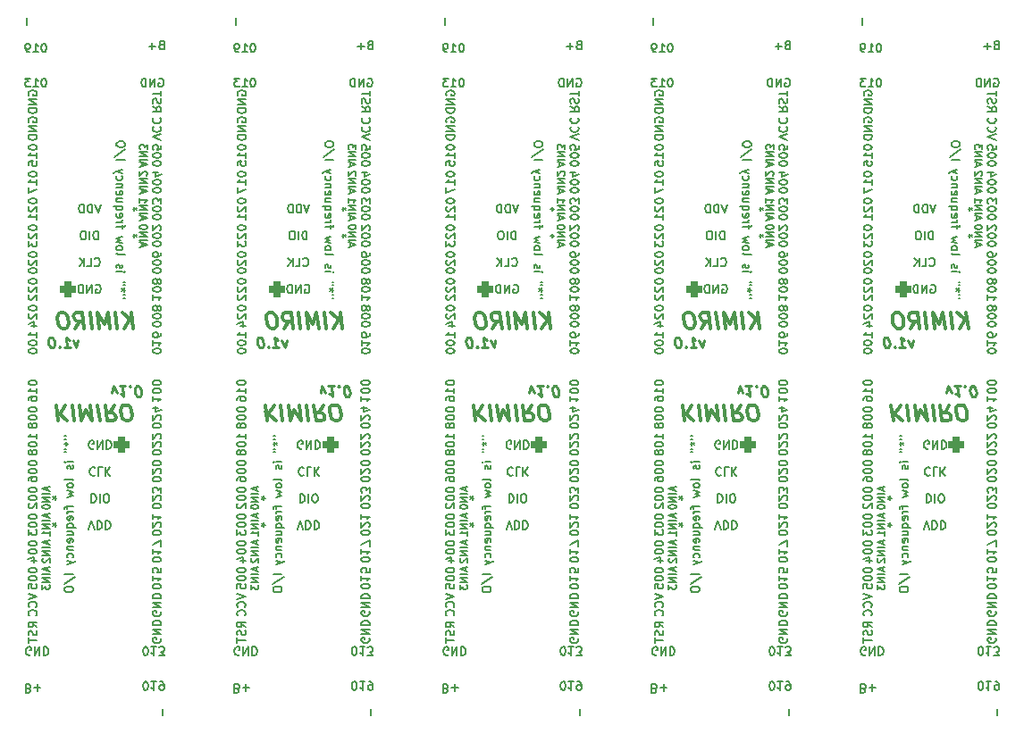
<source format=gbr>
G04 #@! TF.GenerationSoftware,KiCad,Pcbnew,(6.0.1)*
G04 #@! TF.CreationDate,2022-03-22T11:17:59+07:00*
G04 #@! TF.ProjectId,Kimiro,4b696d69-726f-42e6-9b69-6361645f7063,rev?*
G04 #@! TF.SameCoordinates,Original*
G04 #@! TF.FileFunction,Legend,Bot*
G04 #@! TF.FilePolarity,Positive*
%FSLAX46Y46*%
G04 Gerber Fmt 4.6, Leading zero omitted, Abs format (unit mm)*
G04 Created by KiCad (PCBNEW (6.0.1)) date 2022-03-22 11:17:59*
%MOMM*%
%LPD*%
G01*
G04 APERTURE LIST*
G04 Aperture macros list*
%AMRoundRect*
0 Rectangle with rounded corners*
0 $1 Rounding radius*
0 $2 $3 $4 $5 $6 $7 $8 $9 X,Y pos of 4 corners*
0 Add a 4 corners polygon primitive as box body*
4,1,4,$2,$3,$4,$5,$6,$7,$8,$9,$2,$3,0*
0 Add four circle primitives for the rounded corners*
1,1,$1+$1,$2,$3*
1,1,$1+$1,$4,$5*
1,1,$1+$1,$6,$7*
1,1,$1+$1,$8,$9*
0 Add four rect primitives between the rounded corners*
20,1,$1+$1,$2,$3,$4,$5,0*
20,1,$1+$1,$4,$5,$6,$7,0*
20,1,$1+$1,$6,$7,$8,$9,0*
20,1,$1+$1,$8,$9,$2,$3,0*%
G04 Aperture macros list end*
%ADD10C,0.200000*%
%ADD11C,0.175000*%
%ADD12C,0.250000*%
%ADD13C,0.375000*%
%ADD14R,1.700000X1.700000*%
%ADD15O,1.700000X1.700000*%
%ADD16O,1.000000X2.200000*%
%ADD17O,1.000000X1.800000*%
%ADD18RoundRect,0.375000X-0.375000X-0.375000X0.375000X-0.375000X0.375000X0.375000X-0.375000X0.375000X0*%
%ADD19C,1.500000*%
%ADD20O,1.500000X1.500000*%
%ADD21RoundRect,0.375000X0.375000X0.375000X-0.375000X0.375000X-0.375000X-0.375000X0.375000X-0.375000X0*%
%ADD22C,0.787400*%
G04 APERTURE END LIST*
D10*
X155631047Y-54971904D02*
X155631047Y-54171904D01*
X155440571Y-54171904D01*
X155326285Y-54210000D01*
X155250095Y-54286190D01*
X155212000Y-54362380D01*
X155173904Y-54514761D01*
X155173904Y-54629047D01*
X155212000Y-54781428D01*
X155250095Y-54857619D01*
X155326285Y-54933809D01*
X155440571Y-54971904D01*
X155631047Y-54971904D01*
X154831047Y-54971904D02*
X154831047Y-54171904D01*
X154297714Y-54171904D02*
X154145333Y-54171904D01*
X154069142Y-54210000D01*
X153992952Y-54286190D01*
X153954857Y-54438571D01*
X153954857Y-54705238D01*
X153992952Y-54857619D01*
X154069142Y-54933809D01*
X154145333Y-54971904D01*
X154297714Y-54971904D01*
X154373904Y-54933809D01*
X154450095Y-54857619D01*
X154488190Y-54705238D01*
X154488190Y-54438571D01*
X154450095Y-54286190D01*
X154373904Y-54210000D01*
X154297714Y-54171904D01*
X161600095Y-55410000D02*
X161600095Y-55333809D01*
X161562000Y-55257619D01*
X161523904Y-55219523D01*
X161447714Y-55181428D01*
X161295333Y-55143333D01*
X161104857Y-55143333D01*
X160952476Y-55181428D01*
X160876285Y-55219523D01*
X160838190Y-55257619D01*
X160800095Y-55333809D01*
X160800095Y-55410000D01*
X160838190Y-55486190D01*
X160876285Y-55524285D01*
X160952476Y-55562380D01*
X161104857Y-55600476D01*
X161295333Y-55600476D01*
X161447714Y-55562380D01*
X161523904Y-55524285D01*
X161562000Y-55486190D01*
X161600095Y-55410000D01*
X161600095Y-54648095D02*
X161600095Y-54571904D01*
X161562000Y-54495714D01*
X161523904Y-54457619D01*
X161447714Y-54419523D01*
X161295333Y-54381428D01*
X161104857Y-54381428D01*
X160952476Y-54419523D01*
X160876285Y-54457619D01*
X160838190Y-54495714D01*
X160800095Y-54571904D01*
X160800095Y-54648095D01*
X160838190Y-54724285D01*
X160876285Y-54762380D01*
X160952476Y-54800476D01*
X161104857Y-54838571D01*
X161295333Y-54838571D01*
X161447714Y-54800476D01*
X161523904Y-54762380D01*
X161562000Y-54724285D01*
X161600095Y-54648095D01*
X161523904Y-54076666D02*
X161562000Y-54038571D01*
X161600095Y-53962380D01*
X161600095Y-53771904D01*
X161562000Y-53695714D01*
X161523904Y-53657619D01*
X161447714Y-53619523D01*
X161371523Y-53619523D01*
X161257238Y-53657619D01*
X160800095Y-54114761D01*
X160800095Y-53619523D01*
X155288190Y-57435714D02*
X155326285Y-57473809D01*
X155440571Y-57511904D01*
X155516761Y-57511904D01*
X155631047Y-57473809D01*
X155707238Y-57397619D01*
X155745333Y-57321428D01*
X155783428Y-57169047D01*
X155783428Y-57054761D01*
X155745333Y-56902380D01*
X155707238Y-56826190D01*
X155631047Y-56750000D01*
X155516761Y-56711904D01*
X155440571Y-56711904D01*
X155326285Y-56750000D01*
X155288190Y-56788095D01*
X154564380Y-57511904D02*
X154945333Y-57511904D01*
X154945333Y-56711904D01*
X154297714Y-57511904D02*
X154297714Y-56711904D01*
X153840571Y-57511904D02*
X154183428Y-57054761D01*
X153840571Y-56711904D02*
X154297714Y-57169047D01*
X149839904Y-64236666D02*
X149839904Y-63779523D01*
X149839904Y-64008095D02*
X149039904Y-64008095D01*
X149154190Y-63931904D01*
X149230380Y-63855714D01*
X149268476Y-63779523D01*
X149039904Y-64731904D02*
X149039904Y-64808095D01*
X149078000Y-64884285D01*
X149116095Y-64922380D01*
X149192285Y-64960476D01*
X149344666Y-64998571D01*
X149535142Y-64998571D01*
X149687523Y-64960476D01*
X149763714Y-64922380D01*
X149801809Y-64884285D01*
X149839904Y-64808095D01*
X149839904Y-64731904D01*
X149801809Y-64655714D01*
X149763714Y-64617619D01*
X149687523Y-64579523D01*
X149535142Y-64541428D01*
X149344666Y-64541428D01*
X149192285Y-64579523D01*
X149116095Y-64617619D01*
X149078000Y-64655714D01*
X149039904Y-64731904D01*
X149039904Y-65493809D02*
X149039904Y-65570000D01*
X149078000Y-65646190D01*
X149116095Y-65684285D01*
X149192285Y-65722380D01*
X149344666Y-65760476D01*
X149535142Y-65760476D01*
X149687523Y-65722380D01*
X149763714Y-65684285D01*
X149801809Y-65646190D01*
X149839904Y-65570000D01*
X149839904Y-65493809D01*
X149801809Y-65417619D01*
X149763714Y-65379523D01*
X149687523Y-65341428D01*
X149535142Y-65303333D01*
X149344666Y-65303333D01*
X149192285Y-65341428D01*
X149116095Y-65379523D01*
X149078000Y-65417619D01*
X149039904Y-65493809D01*
X149039904Y-56350000D02*
X149039904Y-56426190D01*
X149078000Y-56502380D01*
X149116095Y-56540476D01*
X149192285Y-56578571D01*
X149344666Y-56616666D01*
X149535142Y-56616666D01*
X149687523Y-56578571D01*
X149763714Y-56540476D01*
X149801809Y-56502380D01*
X149839904Y-56426190D01*
X149839904Y-56350000D01*
X149801809Y-56273809D01*
X149763714Y-56235714D01*
X149687523Y-56197619D01*
X149535142Y-56159523D01*
X149344666Y-56159523D01*
X149192285Y-56197619D01*
X149116095Y-56235714D01*
X149078000Y-56273809D01*
X149039904Y-56350000D01*
X149116095Y-56921428D02*
X149078000Y-56959523D01*
X149039904Y-57035714D01*
X149039904Y-57226190D01*
X149078000Y-57302380D01*
X149116095Y-57340476D01*
X149192285Y-57378571D01*
X149268476Y-57378571D01*
X149382761Y-57340476D01*
X149839904Y-56883333D01*
X149839904Y-57378571D01*
X149039904Y-57873809D02*
X149039904Y-57950000D01*
X149078000Y-58026190D01*
X149116095Y-58064285D01*
X149192285Y-58102380D01*
X149344666Y-58140476D01*
X149535142Y-58140476D01*
X149687523Y-58102380D01*
X149763714Y-58064285D01*
X149801809Y-58026190D01*
X149839904Y-57950000D01*
X149839904Y-57873809D01*
X149801809Y-57797619D01*
X149763714Y-57759523D01*
X149687523Y-57721428D01*
X149535142Y-57683333D01*
X149344666Y-57683333D01*
X149192285Y-57721428D01*
X149116095Y-57759523D01*
X149078000Y-57797619D01*
X149039904Y-57873809D01*
X161600095Y-36518857D02*
X161485809Y-36556952D01*
X161447714Y-36595047D01*
X161409619Y-36671238D01*
X161409619Y-36785523D01*
X161447714Y-36861714D01*
X161485809Y-36899809D01*
X161562000Y-36937904D01*
X161866761Y-36937904D01*
X161866761Y-36137904D01*
X161600095Y-36137904D01*
X161523904Y-36176000D01*
X161485809Y-36214095D01*
X161447714Y-36290285D01*
X161447714Y-36366476D01*
X161485809Y-36442666D01*
X161523904Y-36480761D01*
X161600095Y-36518857D01*
X161866761Y-36518857D01*
X161066761Y-36633142D02*
X160457238Y-36633142D01*
X160762000Y-36937904D02*
X160762000Y-36328380D01*
X149039904Y-48730000D02*
X149039904Y-48806190D01*
X149078000Y-48882380D01*
X149116095Y-48920476D01*
X149192285Y-48958571D01*
X149344666Y-48996666D01*
X149535142Y-48996666D01*
X149687523Y-48958571D01*
X149763714Y-48920476D01*
X149801809Y-48882380D01*
X149839904Y-48806190D01*
X149839904Y-48730000D01*
X149801809Y-48653809D01*
X149763714Y-48615714D01*
X149687523Y-48577619D01*
X149535142Y-48539523D01*
X149344666Y-48539523D01*
X149192285Y-48577619D01*
X149116095Y-48615714D01*
X149078000Y-48653809D01*
X149039904Y-48730000D01*
X149839904Y-49758571D02*
X149839904Y-49301428D01*
X149839904Y-49530000D02*
X149039904Y-49530000D01*
X149154190Y-49453809D01*
X149230380Y-49377619D01*
X149268476Y-49301428D01*
X149039904Y-50025238D02*
X149039904Y-50558571D01*
X149839904Y-50215714D01*
X155878666Y-51631904D02*
X155612000Y-52431904D01*
X155345333Y-51631904D01*
X155078666Y-52431904D02*
X155078666Y-51631904D01*
X154888190Y-51631904D01*
X154773904Y-51670000D01*
X154697714Y-51746190D01*
X154659619Y-51822380D01*
X154621523Y-51974761D01*
X154621523Y-52089047D01*
X154659619Y-52241428D01*
X154697714Y-52317619D01*
X154773904Y-52393809D01*
X154888190Y-52431904D01*
X155078666Y-52431904D01*
X154278666Y-52431904D02*
X154278666Y-51631904D01*
X154088190Y-51631904D01*
X153973904Y-51670000D01*
X153897714Y-51746190D01*
X153859619Y-51822380D01*
X153821523Y-51974761D01*
X153821523Y-52089047D01*
X153859619Y-52241428D01*
X153897714Y-52317619D01*
X153973904Y-52393809D01*
X154088190Y-52431904D01*
X154278666Y-52431904D01*
D11*
X159775333Y-50563333D02*
X159775333Y-50230000D01*
X159575333Y-50630000D02*
X160275333Y-50396666D01*
X159575333Y-50163333D01*
X159575333Y-49930000D02*
X160275333Y-49930000D01*
X159575333Y-49596666D02*
X160275333Y-49596666D01*
X159575333Y-49196666D01*
X160275333Y-49196666D01*
X160208666Y-48896666D02*
X160242000Y-48863333D01*
X160275333Y-48796666D01*
X160275333Y-48630000D01*
X160242000Y-48563333D01*
X160208666Y-48530000D01*
X160142000Y-48496666D01*
X160075333Y-48496666D01*
X159975333Y-48530000D01*
X159575333Y-48930000D01*
X159575333Y-48496666D01*
D10*
X161600095Y-45516666D02*
X160800095Y-45250000D01*
X161600095Y-44983333D01*
X160876285Y-44259523D02*
X160838190Y-44297619D01*
X160800095Y-44411904D01*
X160800095Y-44488095D01*
X160838190Y-44602380D01*
X160914380Y-44678571D01*
X160990571Y-44716666D01*
X161142952Y-44754761D01*
X161257238Y-44754761D01*
X161409619Y-44716666D01*
X161485809Y-44678571D01*
X161562000Y-44602380D01*
X161600095Y-44488095D01*
X161600095Y-44411904D01*
X161562000Y-44297619D01*
X161523904Y-44259523D01*
X160876285Y-43459523D02*
X160838190Y-43497619D01*
X160800095Y-43611904D01*
X160800095Y-43688095D01*
X160838190Y-43802380D01*
X160914380Y-43878571D01*
X160990571Y-43916666D01*
X161142952Y-43954761D01*
X161257238Y-43954761D01*
X161409619Y-43916666D01*
X161485809Y-43878571D01*
X161562000Y-43802380D01*
X161600095Y-43688095D01*
X161600095Y-43611904D01*
X161562000Y-43497619D01*
X161523904Y-43459523D01*
D11*
X159775333Y-53103333D02*
X159775333Y-52770000D01*
X159575333Y-53170000D02*
X160275333Y-52936666D01*
X159575333Y-52703333D01*
X159575333Y-52470000D02*
X160275333Y-52470000D01*
X159575333Y-52136666D02*
X160275333Y-52136666D01*
X159575333Y-51736666D01*
X160275333Y-51736666D01*
X159575333Y-51036666D02*
X159575333Y-51436666D01*
X159575333Y-51236666D02*
X160275333Y-51236666D01*
X160175333Y-51303333D01*
X160108666Y-51370000D01*
X160075333Y-51436666D01*
D10*
X150532000Y-39693904D02*
X150455809Y-39693904D01*
X150379619Y-39732000D01*
X150341523Y-39770095D01*
X150303428Y-39846285D01*
X150265333Y-39998666D01*
X150265333Y-40189142D01*
X150303428Y-40341523D01*
X150341523Y-40417714D01*
X150379619Y-40455809D01*
X150455809Y-40493904D01*
X150532000Y-40493904D01*
X150608190Y-40455809D01*
X150646285Y-40417714D01*
X150684380Y-40341523D01*
X150722476Y-40189142D01*
X150722476Y-39998666D01*
X150684380Y-39846285D01*
X150646285Y-39770095D01*
X150608190Y-39732000D01*
X150532000Y-39693904D01*
X149503428Y-40493904D02*
X149960571Y-40493904D01*
X149732000Y-40493904D02*
X149732000Y-39693904D01*
X149808190Y-39808190D01*
X149884380Y-39884380D01*
X149960571Y-39922476D01*
X149236761Y-39693904D02*
X148741523Y-39693904D01*
X149008190Y-39998666D01*
X148893904Y-39998666D01*
X148817714Y-40036761D01*
X148779619Y-40074857D01*
X148741523Y-40151047D01*
X148741523Y-40341523D01*
X148779619Y-40417714D01*
X148817714Y-40455809D01*
X148893904Y-40493904D01*
X149122476Y-40493904D01*
X149198666Y-40455809D01*
X149236761Y-40417714D01*
D12*
X153711910Y-64555714D02*
X153557148Y-65222380D01*
X153235720Y-64555714D01*
X152414291Y-65222380D02*
X152985720Y-65222380D01*
X152700005Y-65222380D02*
X152575005Y-64222380D01*
X152688101Y-64365238D01*
X152795244Y-64460476D01*
X152896434Y-64508095D01*
X151973815Y-65127142D02*
X151932148Y-65174761D01*
X151985720Y-65222380D01*
X152027386Y-65174761D01*
X151973815Y-65127142D01*
X151985720Y-65222380D01*
X151194053Y-64222380D02*
X151098815Y-64222380D01*
X151009529Y-64270000D01*
X150967863Y-64317619D01*
X150932148Y-64412857D01*
X150908339Y-64603333D01*
X150938101Y-64841428D01*
X151009529Y-65031904D01*
X151069053Y-65127142D01*
X151122625Y-65174761D01*
X151223815Y-65222380D01*
X151319053Y-65222380D01*
X151408339Y-65174761D01*
X151450005Y-65127142D01*
X151485720Y-65031904D01*
X151509529Y-64841428D01*
X151479767Y-64603333D01*
X151408339Y-64412857D01*
X151348815Y-64317619D01*
X151295244Y-64270000D01*
X151194053Y-64222380D01*
D10*
X155421523Y-59290000D02*
X155497714Y-59251904D01*
X155612000Y-59251904D01*
X155726285Y-59290000D01*
X155802476Y-59366190D01*
X155840571Y-59442380D01*
X155878666Y-59594761D01*
X155878666Y-59709047D01*
X155840571Y-59861428D01*
X155802476Y-59937619D01*
X155726285Y-60013809D01*
X155612000Y-60051904D01*
X155535809Y-60051904D01*
X155421523Y-60013809D01*
X155383428Y-59975714D01*
X155383428Y-59709047D01*
X155535809Y-59709047D01*
X155040571Y-60051904D02*
X155040571Y-59251904D01*
X154583428Y-60051904D01*
X154583428Y-59251904D01*
X154202476Y-60051904D02*
X154202476Y-59251904D01*
X154012000Y-59251904D01*
X153897714Y-59290000D01*
X153821523Y-59366190D01*
X153783428Y-59442380D01*
X153745333Y-59594761D01*
X153745333Y-59709047D01*
X153783428Y-59861428D01*
X153821523Y-59937619D01*
X153897714Y-60013809D01*
X154012000Y-60051904D01*
X154202476Y-60051904D01*
X149039904Y-58890000D02*
X149039904Y-58966190D01*
X149078000Y-59042380D01*
X149116095Y-59080476D01*
X149192285Y-59118571D01*
X149344666Y-59156666D01*
X149535142Y-59156666D01*
X149687523Y-59118571D01*
X149763714Y-59080476D01*
X149801809Y-59042380D01*
X149839904Y-58966190D01*
X149839904Y-58890000D01*
X149801809Y-58813809D01*
X149763714Y-58775714D01*
X149687523Y-58737619D01*
X149535142Y-58699523D01*
X149344666Y-58699523D01*
X149192285Y-58737619D01*
X149116095Y-58775714D01*
X149078000Y-58813809D01*
X149039904Y-58890000D01*
X149116095Y-59461428D02*
X149078000Y-59499523D01*
X149039904Y-59575714D01*
X149039904Y-59766190D01*
X149078000Y-59842380D01*
X149116095Y-59880476D01*
X149192285Y-59918571D01*
X149268476Y-59918571D01*
X149382761Y-59880476D01*
X149839904Y-59423333D01*
X149839904Y-59918571D01*
X149116095Y-60223333D02*
X149078000Y-60261428D01*
X149039904Y-60337619D01*
X149039904Y-60528095D01*
X149078000Y-60604285D01*
X149116095Y-60642380D01*
X149192285Y-60680476D01*
X149268476Y-60680476D01*
X149382761Y-60642380D01*
X149839904Y-60185238D01*
X149839904Y-60680476D01*
X148900142Y-33985238D02*
X148900142Y-34594761D01*
X158171095Y-60495523D02*
X158018714Y-60495523D01*
X158171095Y-60190761D02*
X158018714Y-60190761D01*
X158171095Y-59733619D02*
X157980619Y-59733619D01*
X158056809Y-59924095D02*
X157980619Y-59733619D01*
X158056809Y-59543142D01*
X157828238Y-59847904D02*
X157980619Y-59733619D01*
X157828238Y-59619333D01*
X158171095Y-59276476D02*
X158018714Y-59276476D01*
X158171095Y-58971714D02*
X158018714Y-58971714D01*
X157371095Y-58019333D02*
X157904428Y-58019333D01*
X158171095Y-58019333D02*
X158133000Y-58057428D01*
X158094904Y-58019333D01*
X158133000Y-57981238D01*
X158171095Y-58019333D01*
X158094904Y-58019333D01*
X157409190Y-57676476D02*
X157371095Y-57600285D01*
X157371095Y-57447904D01*
X157409190Y-57371714D01*
X157485380Y-57333619D01*
X157523476Y-57333619D01*
X157599666Y-57371714D01*
X157637761Y-57447904D01*
X157637761Y-57562190D01*
X157675857Y-57638380D01*
X157752047Y-57676476D01*
X157790142Y-57676476D01*
X157866333Y-57638380D01*
X157904428Y-57562190D01*
X157904428Y-57447904D01*
X157866333Y-57371714D01*
X157371095Y-56266952D02*
X157409190Y-56343142D01*
X157485380Y-56381238D01*
X158171095Y-56381238D01*
X157371095Y-55847904D02*
X157409190Y-55924095D01*
X157447285Y-55962190D01*
X157523476Y-56000285D01*
X157752047Y-56000285D01*
X157828238Y-55962190D01*
X157866333Y-55924095D01*
X157904428Y-55847904D01*
X157904428Y-55733619D01*
X157866333Y-55657428D01*
X157828238Y-55619333D01*
X157752047Y-55581238D01*
X157523476Y-55581238D01*
X157447285Y-55619333D01*
X157409190Y-55657428D01*
X157371095Y-55733619D01*
X157371095Y-55847904D01*
X157904428Y-55314571D02*
X157371095Y-55162190D01*
X157752047Y-55009809D01*
X157371095Y-54857428D01*
X157904428Y-54705047D01*
X157904428Y-53905047D02*
X157904428Y-53600285D01*
X157371095Y-53790761D02*
X158056809Y-53790761D01*
X158133000Y-53752666D01*
X158171095Y-53676476D01*
X158171095Y-53600285D01*
X157371095Y-53333619D02*
X157904428Y-53333619D01*
X157752047Y-53333619D02*
X157828238Y-53295523D01*
X157866333Y-53257428D01*
X157904428Y-53181238D01*
X157904428Y-53105047D01*
X157409190Y-52533619D02*
X157371095Y-52609809D01*
X157371095Y-52762190D01*
X157409190Y-52838380D01*
X157485380Y-52876476D01*
X157790142Y-52876476D01*
X157866333Y-52838380D01*
X157904428Y-52762190D01*
X157904428Y-52609809D01*
X157866333Y-52533619D01*
X157790142Y-52495523D01*
X157713952Y-52495523D01*
X157637761Y-52876476D01*
X157904428Y-51809809D02*
X157104428Y-51809809D01*
X157409190Y-51809809D02*
X157371095Y-51886000D01*
X157371095Y-52038380D01*
X157409190Y-52114571D01*
X157447285Y-52152666D01*
X157523476Y-52190761D01*
X157752047Y-52190761D01*
X157828238Y-52152666D01*
X157866333Y-52114571D01*
X157904428Y-52038380D01*
X157904428Y-51886000D01*
X157866333Y-51809809D01*
X157904428Y-51086000D02*
X157371095Y-51086000D01*
X157904428Y-51428857D02*
X157485380Y-51428857D01*
X157409190Y-51390761D01*
X157371095Y-51314571D01*
X157371095Y-51200285D01*
X157409190Y-51124095D01*
X157447285Y-51086000D01*
X157409190Y-50400285D02*
X157371095Y-50476476D01*
X157371095Y-50628857D01*
X157409190Y-50705047D01*
X157485380Y-50743142D01*
X157790142Y-50743142D01*
X157866333Y-50705047D01*
X157904428Y-50628857D01*
X157904428Y-50476476D01*
X157866333Y-50400285D01*
X157790142Y-50362190D01*
X157713952Y-50362190D01*
X157637761Y-50743142D01*
X157904428Y-50019333D02*
X157371095Y-50019333D01*
X157828238Y-50019333D02*
X157866333Y-49981238D01*
X157904428Y-49905047D01*
X157904428Y-49790761D01*
X157866333Y-49714571D01*
X157790142Y-49676476D01*
X157371095Y-49676476D01*
X157409190Y-48952666D02*
X157371095Y-49028857D01*
X157371095Y-49181238D01*
X157409190Y-49257428D01*
X157447285Y-49295523D01*
X157523476Y-49333619D01*
X157752047Y-49333619D01*
X157828238Y-49295523D01*
X157866333Y-49257428D01*
X157904428Y-49181238D01*
X157904428Y-49028857D01*
X157866333Y-48952666D01*
X157904428Y-48686000D02*
X157371095Y-48495523D01*
X157904428Y-48305047D02*
X157371095Y-48495523D01*
X157180619Y-48571714D01*
X157142523Y-48609809D01*
X157104428Y-48686000D01*
X157371095Y-47390761D02*
X158171095Y-47390761D01*
X158209190Y-46438380D02*
X157180619Y-47124095D01*
X158171095Y-46019333D02*
X158171095Y-45866952D01*
X158133000Y-45790761D01*
X158056809Y-45714571D01*
X157904428Y-45676476D01*
X157637761Y-45676476D01*
X157485380Y-45714571D01*
X157409190Y-45790761D01*
X157371095Y-45866952D01*
X157371095Y-46019333D01*
X157409190Y-46095523D01*
X157485380Y-46171714D01*
X157637761Y-46209809D01*
X157904428Y-46209809D01*
X158056809Y-46171714D01*
X158133000Y-46095523D01*
X158171095Y-46019333D01*
X158945904Y-54610000D02*
X159136380Y-54610000D01*
X159060190Y-54419523D02*
X159136380Y-54610000D01*
X159060190Y-54800476D01*
X159288761Y-54495714D02*
X159136380Y-54610000D01*
X159288761Y-54724285D01*
X149078000Y-41300476D02*
X149039904Y-41224285D01*
X149039904Y-41110000D01*
X149078000Y-40995714D01*
X149154190Y-40919523D01*
X149230380Y-40881428D01*
X149382761Y-40843333D01*
X149497047Y-40843333D01*
X149649428Y-40881428D01*
X149725619Y-40919523D01*
X149801809Y-40995714D01*
X149839904Y-41110000D01*
X149839904Y-41186190D01*
X149801809Y-41300476D01*
X149763714Y-41338571D01*
X149497047Y-41338571D01*
X149497047Y-41186190D01*
X149839904Y-41681428D02*
X149039904Y-41681428D01*
X149839904Y-42138571D01*
X149039904Y-42138571D01*
X149839904Y-42519523D02*
X149039904Y-42519523D01*
X149039904Y-42710000D01*
X149078000Y-42824285D01*
X149154190Y-42900476D01*
X149230380Y-42938571D01*
X149382761Y-42976666D01*
X149497047Y-42976666D01*
X149649428Y-42938571D01*
X149725619Y-42900476D01*
X149801809Y-42824285D01*
X149839904Y-42710000D01*
X149839904Y-42519523D01*
X160800095Y-42348095D02*
X161181047Y-42614761D01*
X160800095Y-42805238D02*
X161600095Y-42805238D01*
X161600095Y-42500476D01*
X161562000Y-42424285D01*
X161523904Y-42386190D01*
X161447714Y-42348095D01*
X161333428Y-42348095D01*
X161257238Y-42386190D01*
X161219142Y-42424285D01*
X161181047Y-42500476D01*
X161181047Y-42805238D01*
X160838190Y-42043333D02*
X160800095Y-41929047D01*
X160800095Y-41738571D01*
X160838190Y-41662380D01*
X160876285Y-41624285D01*
X160952476Y-41586190D01*
X161028666Y-41586190D01*
X161104857Y-41624285D01*
X161142952Y-41662380D01*
X161181047Y-41738571D01*
X161219142Y-41890952D01*
X161257238Y-41967142D01*
X161295333Y-42005238D01*
X161371523Y-42043333D01*
X161447714Y-42043333D01*
X161523904Y-42005238D01*
X161562000Y-41967142D01*
X161600095Y-41890952D01*
X161600095Y-41700476D01*
X161562000Y-41586190D01*
X161600095Y-41357619D02*
X161600095Y-40900476D01*
X160800095Y-41129047D02*
X161600095Y-41129047D01*
X161600095Y-63030000D02*
X161600095Y-62953809D01*
X161562000Y-62877619D01*
X161523904Y-62839523D01*
X161447714Y-62801428D01*
X161295333Y-62763333D01*
X161104857Y-62763333D01*
X160952476Y-62801428D01*
X160876285Y-62839523D01*
X160838190Y-62877619D01*
X160800095Y-62953809D01*
X160800095Y-63030000D01*
X160838190Y-63106190D01*
X160876285Y-63144285D01*
X160952476Y-63182380D01*
X161104857Y-63220476D01*
X161295333Y-63220476D01*
X161447714Y-63182380D01*
X161523904Y-63144285D01*
X161562000Y-63106190D01*
X161600095Y-63030000D01*
X161600095Y-62268095D02*
X161600095Y-62191904D01*
X161562000Y-62115714D01*
X161523904Y-62077619D01*
X161447714Y-62039523D01*
X161295333Y-62001428D01*
X161104857Y-62001428D01*
X160952476Y-62039523D01*
X160876285Y-62077619D01*
X160838190Y-62115714D01*
X160800095Y-62191904D01*
X160800095Y-62268095D01*
X160838190Y-62344285D01*
X160876285Y-62382380D01*
X160952476Y-62420476D01*
X161104857Y-62458571D01*
X161295333Y-62458571D01*
X161447714Y-62420476D01*
X161523904Y-62382380D01*
X161562000Y-62344285D01*
X161600095Y-62268095D01*
X161257238Y-61544285D02*
X161295333Y-61620476D01*
X161333428Y-61658571D01*
X161409619Y-61696666D01*
X161447714Y-61696666D01*
X161523904Y-61658571D01*
X161562000Y-61620476D01*
X161600095Y-61544285D01*
X161600095Y-61391904D01*
X161562000Y-61315714D01*
X161523904Y-61277619D01*
X161447714Y-61239523D01*
X161409619Y-61239523D01*
X161333428Y-61277619D01*
X161295333Y-61315714D01*
X161257238Y-61391904D01*
X161257238Y-61544285D01*
X161219142Y-61620476D01*
X161181047Y-61658571D01*
X161104857Y-61696666D01*
X160952476Y-61696666D01*
X160876285Y-61658571D01*
X160838190Y-61620476D01*
X160800095Y-61544285D01*
X160800095Y-61391904D01*
X160838190Y-61315714D01*
X160876285Y-61277619D01*
X160952476Y-61239523D01*
X161104857Y-61239523D01*
X161181047Y-61277619D01*
X161219142Y-61315714D01*
X161257238Y-61391904D01*
X158945904Y-52070000D02*
X159136380Y-52070000D01*
X159060190Y-51879523D02*
X159136380Y-52070000D01*
X159060190Y-52260476D01*
X159288761Y-51955714D02*
X159136380Y-52070000D01*
X159288761Y-52184285D01*
X161600095Y-52870000D02*
X161600095Y-52793809D01*
X161562000Y-52717619D01*
X161523904Y-52679523D01*
X161447714Y-52641428D01*
X161295333Y-52603333D01*
X161104857Y-52603333D01*
X160952476Y-52641428D01*
X160876285Y-52679523D01*
X160838190Y-52717619D01*
X160800095Y-52793809D01*
X160800095Y-52870000D01*
X160838190Y-52946190D01*
X160876285Y-52984285D01*
X160952476Y-53022380D01*
X161104857Y-53060476D01*
X161295333Y-53060476D01*
X161447714Y-53022380D01*
X161523904Y-52984285D01*
X161562000Y-52946190D01*
X161600095Y-52870000D01*
X161600095Y-52108095D02*
X161600095Y-52031904D01*
X161562000Y-51955714D01*
X161523904Y-51917619D01*
X161447714Y-51879523D01*
X161295333Y-51841428D01*
X161104857Y-51841428D01*
X160952476Y-51879523D01*
X160876285Y-51917619D01*
X160838190Y-51955714D01*
X160800095Y-52031904D01*
X160800095Y-52108095D01*
X160838190Y-52184285D01*
X160876285Y-52222380D01*
X160952476Y-52260476D01*
X161104857Y-52298571D01*
X161295333Y-52298571D01*
X161447714Y-52260476D01*
X161523904Y-52222380D01*
X161562000Y-52184285D01*
X161600095Y-52108095D01*
X161600095Y-51574761D02*
X161600095Y-51079523D01*
X161295333Y-51346190D01*
X161295333Y-51231904D01*
X161257238Y-51155714D01*
X161219142Y-51117619D01*
X161142952Y-51079523D01*
X160952476Y-51079523D01*
X160876285Y-51117619D01*
X160838190Y-51155714D01*
X160800095Y-51231904D01*
X160800095Y-51460476D01*
X160838190Y-51536666D01*
X160876285Y-51574761D01*
X149039904Y-46190000D02*
X149039904Y-46266190D01*
X149078000Y-46342380D01*
X149116095Y-46380476D01*
X149192285Y-46418571D01*
X149344666Y-46456666D01*
X149535142Y-46456666D01*
X149687523Y-46418571D01*
X149763714Y-46380476D01*
X149801809Y-46342380D01*
X149839904Y-46266190D01*
X149839904Y-46190000D01*
X149801809Y-46113809D01*
X149763714Y-46075714D01*
X149687523Y-46037619D01*
X149535142Y-45999523D01*
X149344666Y-45999523D01*
X149192285Y-46037619D01*
X149116095Y-46075714D01*
X149078000Y-46113809D01*
X149039904Y-46190000D01*
X149839904Y-47218571D02*
X149839904Y-46761428D01*
X149839904Y-46990000D02*
X149039904Y-46990000D01*
X149154190Y-46913809D01*
X149230380Y-46837619D01*
X149268476Y-46761428D01*
X149039904Y-47942380D02*
X149039904Y-47561428D01*
X149420857Y-47523333D01*
X149382761Y-47561428D01*
X149344666Y-47637619D01*
X149344666Y-47828095D01*
X149382761Y-47904285D01*
X149420857Y-47942380D01*
X149497047Y-47980476D01*
X149687523Y-47980476D01*
X149763714Y-47942380D01*
X149801809Y-47904285D01*
X149839904Y-47828095D01*
X149839904Y-47637619D01*
X149801809Y-47561428D01*
X149763714Y-47523333D01*
X160800095Y-60223333D02*
X160800095Y-60680476D01*
X160800095Y-60451904D02*
X161600095Y-60451904D01*
X161485809Y-60528095D01*
X161409619Y-60604285D01*
X161371523Y-60680476D01*
X161600095Y-59728095D02*
X161600095Y-59651904D01*
X161562000Y-59575714D01*
X161523904Y-59537619D01*
X161447714Y-59499523D01*
X161295333Y-59461428D01*
X161104857Y-59461428D01*
X160952476Y-59499523D01*
X160876285Y-59537619D01*
X160838190Y-59575714D01*
X160800095Y-59651904D01*
X160800095Y-59728095D01*
X160838190Y-59804285D01*
X160876285Y-59842380D01*
X160952476Y-59880476D01*
X161104857Y-59918571D01*
X161295333Y-59918571D01*
X161447714Y-59880476D01*
X161523904Y-59842380D01*
X161562000Y-59804285D01*
X161600095Y-59728095D01*
X161257238Y-59004285D02*
X161295333Y-59080476D01*
X161333428Y-59118571D01*
X161409619Y-59156666D01*
X161447714Y-59156666D01*
X161523904Y-59118571D01*
X161562000Y-59080476D01*
X161600095Y-59004285D01*
X161600095Y-58851904D01*
X161562000Y-58775714D01*
X161523904Y-58737619D01*
X161447714Y-58699523D01*
X161409619Y-58699523D01*
X161333428Y-58737619D01*
X161295333Y-58775714D01*
X161257238Y-58851904D01*
X161257238Y-59004285D01*
X161219142Y-59080476D01*
X161181047Y-59118571D01*
X161104857Y-59156666D01*
X160952476Y-59156666D01*
X160876285Y-59118571D01*
X160838190Y-59080476D01*
X160800095Y-59004285D01*
X160800095Y-58851904D01*
X160838190Y-58775714D01*
X160876285Y-58737619D01*
X160952476Y-58699523D01*
X161104857Y-58699523D01*
X161181047Y-58737619D01*
X161219142Y-58775714D01*
X161257238Y-58851904D01*
X149039904Y-51270000D02*
X149039904Y-51346190D01*
X149078000Y-51422380D01*
X149116095Y-51460476D01*
X149192285Y-51498571D01*
X149344666Y-51536666D01*
X149535142Y-51536666D01*
X149687523Y-51498571D01*
X149763714Y-51460476D01*
X149801809Y-51422380D01*
X149839904Y-51346190D01*
X149839904Y-51270000D01*
X149801809Y-51193809D01*
X149763714Y-51155714D01*
X149687523Y-51117619D01*
X149535142Y-51079523D01*
X149344666Y-51079523D01*
X149192285Y-51117619D01*
X149116095Y-51155714D01*
X149078000Y-51193809D01*
X149039904Y-51270000D01*
X149116095Y-51841428D02*
X149078000Y-51879523D01*
X149039904Y-51955714D01*
X149039904Y-52146190D01*
X149078000Y-52222380D01*
X149116095Y-52260476D01*
X149192285Y-52298571D01*
X149268476Y-52298571D01*
X149382761Y-52260476D01*
X149839904Y-51803333D01*
X149839904Y-52298571D01*
X149839904Y-53060476D02*
X149839904Y-52603333D01*
X149839904Y-52831904D02*
X149039904Y-52831904D01*
X149154190Y-52755714D01*
X149230380Y-52679523D01*
X149268476Y-52603333D01*
X161600095Y-47790000D02*
X161600095Y-47713809D01*
X161562000Y-47637619D01*
X161523904Y-47599523D01*
X161447714Y-47561428D01*
X161295333Y-47523333D01*
X161104857Y-47523333D01*
X160952476Y-47561428D01*
X160876285Y-47599523D01*
X160838190Y-47637619D01*
X160800095Y-47713809D01*
X160800095Y-47790000D01*
X160838190Y-47866190D01*
X160876285Y-47904285D01*
X160952476Y-47942380D01*
X161104857Y-47980476D01*
X161295333Y-47980476D01*
X161447714Y-47942380D01*
X161523904Y-47904285D01*
X161562000Y-47866190D01*
X161600095Y-47790000D01*
X161600095Y-47028095D02*
X161600095Y-46951904D01*
X161562000Y-46875714D01*
X161523904Y-46837619D01*
X161447714Y-46799523D01*
X161295333Y-46761428D01*
X161104857Y-46761428D01*
X160952476Y-46799523D01*
X160876285Y-46837619D01*
X160838190Y-46875714D01*
X160800095Y-46951904D01*
X160800095Y-47028095D01*
X160838190Y-47104285D01*
X160876285Y-47142380D01*
X160952476Y-47180476D01*
X161104857Y-47218571D01*
X161295333Y-47218571D01*
X161447714Y-47180476D01*
X161523904Y-47142380D01*
X161562000Y-47104285D01*
X161600095Y-47028095D01*
X161600095Y-46037619D02*
X161600095Y-46418571D01*
X161219142Y-46456666D01*
X161257238Y-46418571D01*
X161295333Y-46342380D01*
X161295333Y-46151904D01*
X161257238Y-46075714D01*
X161219142Y-46037619D01*
X161142952Y-45999523D01*
X160952476Y-45999523D01*
X160876285Y-46037619D01*
X160838190Y-46075714D01*
X160800095Y-46151904D01*
X160800095Y-46342380D01*
X160838190Y-46418571D01*
X160876285Y-46456666D01*
X149039904Y-61430000D02*
X149039904Y-61506190D01*
X149078000Y-61582380D01*
X149116095Y-61620476D01*
X149192285Y-61658571D01*
X149344666Y-61696666D01*
X149535142Y-61696666D01*
X149687523Y-61658571D01*
X149763714Y-61620476D01*
X149801809Y-61582380D01*
X149839904Y-61506190D01*
X149839904Y-61430000D01*
X149801809Y-61353809D01*
X149763714Y-61315714D01*
X149687523Y-61277619D01*
X149535142Y-61239523D01*
X149344666Y-61239523D01*
X149192285Y-61277619D01*
X149116095Y-61315714D01*
X149078000Y-61353809D01*
X149039904Y-61430000D01*
X149116095Y-62001428D02*
X149078000Y-62039523D01*
X149039904Y-62115714D01*
X149039904Y-62306190D01*
X149078000Y-62382380D01*
X149116095Y-62420476D01*
X149192285Y-62458571D01*
X149268476Y-62458571D01*
X149382761Y-62420476D01*
X149839904Y-61963333D01*
X149839904Y-62458571D01*
X149306571Y-63144285D02*
X149839904Y-63144285D01*
X149001809Y-62953809D02*
X149573238Y-62763333D01*
X149573238Y-63258571D01*
D11*
X159775333Y-48023333D02*
X159775333Y-47690000D01*
X159575333Y-48090000D02*
X160275333Y-47856666D01*
X159575333Y-47623333D01*
X159575333Y-47390000D02*
X160275333Y-47390000D01*
X159575333Y-47056666D02*
X160275333Y-47056666D01*
X159575333Y-46656666D01*
X160275333Y-46656666D01*
X160275333Y-46390000D02*
X160275333Y-45956666D01*
X160008666Y-46190000D01*
X160008666Y-46090000D01*
X159975333Y-46023333D01*
X159942000Y-45990000D01*
X159875333Y-45956666D01*
X159708666Y-45956666D01*
X159642000Y-45990000D01*
X159608666Y-46023333D01*
X159575333Y-46090000D01*
X159575333Y-46290000D01*
X159608666Y-46356666D01*
X159642000Y-46390000D01*
D10*
X161390523Y-39726950D02*
X161466714Y-39688854D01*
X161581000Y-39688854D01*
X161695285Y-39726950D01*
X161771476Y-39803140D01*
X161809571Y-39879330D01*
X161847666Y-40031711D01*
X161847666Y-40145997D01*
X161809571Y-40298378D01*
X161771476Y-40374569D01*
X161695285Y-40450759D01*
X161581000Y-40488854D01*
X161504809Y-40488854D01*
X161390523Y-40450759D01*
X161352428Y-40412664D01*
X161352428Y-40145997D01*
X161504809Y-40145997D01*
X161009571Y-40488854D02*
X161009571Y-39688854D01*
X160552428Y-40488854D01*
X160552428Y-39688854D01*
X160171476Y-40488854D02*
X160171476Y-39688854D01*
X159981000Y-39688854D01*
X159866714Y-39726950D01*
X159790523Y-39803140D01*
X159752428Y-39879330D01*
X159714333Y-40031711D01*
X159714333Y-40145997D01*
X159752428Y-40298378D01*
X159790523Y-40374569D01*
X159866714Y-40450759D01*
X159981000Y-40488854D01*
X160171476Y-40488854D01*
D11*
X159775333Y-55643333D02*
X159775333Y-55310000D01*
X159575333Y-55710000D02*
X160275333Y-55476666D01*
X159575333Y-55243333D01*
X159575333Y-55010000D02*
X160275333Y-55010000D01*
X159575333Y-54676666D02*
X160275333Y-54676666D01*
X159575333Y-54276666D01*
X160275333Y-54276666D01*
X160275333Y-53810000D02*
X160275333Y-53743333D01*
X160242000Y-53676666D01*
X160208666Y-53643333D01*
X160142000Y-53610000D01*
X160008666Y-53576666D01*
X159842000Y-53576666D01*
X159708666Y-53610000D01*
X159642000Y-53643333D01*
X159608666Y-53676666D01*
X159575333Y-53743333D01*
X159575333Y-53810000D01*
X159608666Y-53876666D01*
X159642000Y-53910000D01*
X159708666Y-53943333D01*
X159842000Y-53976666D01*
X160008666Y-53976666D01*
X160142000Y-53943333D01*
X160208666Y-53910000D01*
X160242000Y-53876666D01*
X160275333Y-53810000D01*
D10*
X161600095Y-57950000D02*
X161600095Y-57873809D01*
X161562000Y-57797619D01*
X161523904Y-57759523D01*
X161447714Y-57721428D01*
X161295333Y-57683333D01*
X161104857Y-57683333D01*
X160952476Y-57721428D01*
X160876285Y-57759523D01*
X160838190Y-57797619D01*
X160800095Y-57873809D01*
X160800095Y-57950000D01*
X160838190Y-58026190D01*
X160876285Y-58064285D01*
X160952476Y-58102380D01*
X161104857Y-58140476D01*
X161295333Y-58140476D01*
X161447714Y-58102380D01*
X161523904Y-58064285D01*
X161562000Y-58026190D01*
X161600095Y-57950000D01*
X161600095Y-57188095D02*
X161600095Y-57111904D01*
X161562000Y-57035714D01*
X161523904Y-56997619D01*
X161447714Y-56959523D01*
X161295333Y-56921428D01*
X161104857Y-56921428D01*
X160952476Y-56959523D01*
X160876285Y-56997619D01*
X160838190Y-57035714D01*
X160800095Y-57111904D01*
X160800095Y-57188095D01*
X160838190Y-57264285D01*
X160876285Y-57302380D01*
X160952476Y-57340476D01*
X161104857Y-57378571D01*
X161295333Y-57378571D01*
X161447714Y-57340476D01*
X161523904Y-57302380D01*
X161562000Y-57264285D01*
X161600095Y-57188095D01*
X161600095Y-56235714D02*
X161600095Y-56388095D01*
X161562000Y-56464285D01*
X161523904Y-56502380D01*
X161409619Y-56578571D01*
X161257238Y-56616666D01*
X160952476Y-56616666D01*
X160876285Y-56578571D01*
X160838190Y-56540476D01*
X160800095Y-56464285D01*
X160800095Y-56311904D01*
X160838190Y-56235714D01*
X160876285Y-56197619D01*
X160952476Y-56159523D01*
X161142952Y-56159523D01*
X161219142Y-56197619D01*
X161257238Y-56235714D01*
X161295333Y-56311904D01*
X161295333Y-56464285D01*
X161257238Y-56540476D01*
X161219142Y-56578571D01*
X161142952Y-56616666D01*
X150532000Y-36391904D02*
X150455809Y-36391904D01*
X150379619Y-36430000D01*
X150341523Y-36468095D01*
X150303428Y-36544285D01*
X150265333Y-36696666D01*
X150265333Y-36887142D01*
X150303428Y-37039523D01*
X150341523Y-37115714D01*
X150379619Y-37153809D01*
X150455809Y-37191904D01*
X150532000Y-37191904D01*
X150608190Y-37153809D01*
X150646285Y-37115714D01*
X150684380Y-37039523D01*
X150722476Y-36887142D01*
X150722476Y-36696666D01*
X150684380Y-36544285D01*
X150646285Y-36468095D01*
X150608190Y-36430000D01*
X150532000Y-36391904D01*
X149503428Y-37191904D02*
X149960571Y-37191904D01*
X149732000Y-37191904D02*
X149732000Y-36391904D01*
X149808190Y-36506190D01*
X149884380Y-36582380D01*
X149960571Y-36620476D01*
X149122476Y-37191904D02*
X148970095Y-37191904D01*
X148893904Y-37153809D01*
X148855809Y-37115714D01*
X148779619Y-37001428D01*
X148741523Y-36849047D01*
X148741523Y-36544285D01*
X148779619Y-36468095D01*
X148817714Y-36430000D01*
X148893904Y-36391904D01*
X149046285Y-36391904D01*
X149122476Y-36430000D01*
X149160571Y-36468095D01*
X149198666Y-36544285D01*
X149198666Y-36734761D01*
X149160571Y-36810952D01*
X149122476Y-36849047D01*
X149046285Y-36887142D01*
X148893904Y-36887142D01*
X148817714Y-36849047D01*
X148779619Y-36810952D01*
X148741523Y-36734761D01*
X149078000Y-43840476D02*
X149039904Y-43764285D01*
X149039904Y-43650000D01*
X149078000Y-43535714D01*
X149154190Y-43459523D01*
X149230380Y-43421428D01*
X149382761Y-43383333D01*
X149497047Y-43383333D01*
X149649428Y-43421428D01*
X149725619Y-43459523D01*
X149801809Y-43535714D01*
X149839904Y-43650000D01*
X149839904Y-43726190D01*
X149801809Y-43840476D01*
X149763714Y-43878571D01*
X149497047Y-43878571D01*
X149497047Y-43726190D01*
X149839904Y-44221428D02*
X149039904Y-44221428D01*
X149839904Y-44678571D01*
X149039904Y-44678571D01*
X149839904Y-45059523D02*
X149039904Y-45059523D01*
X149039904Y-45250000D01*
X149078000Y-45364285D01*
X149154190Y-45440476D01*
X149230380Y-45478571D01*
X149382761Y-45516666D01*
X149497047Y-45516666D01*
X149649428Y-45478571D01*
X149725619Y-45440476D01*
X149801809Y-45364285D01*
X149839904Y-45250000D01*
X149839904Y-45059523D01*
D13*
X158962008Y-63416571D02*
X158774508Y-61916571D01*
X158104866Y-63416571D02*
X158640580Y-62559428D01*
X157917366Y-61916571D02*
X158881651Y-62773714D01*
X157462008Y-63416571D02*
X157274508Y-61916571D01*
X156747723Y-63416571D02*
X156560223Y-61916571D01*
X156194151Y-62988000D01*
X155560223Y-61916571D01*
X155747723Y-63416571D01*
X155033437Y-63416571D02*
X154845937Y-61916571D01*
X153462008Y-63416571D02*
X153872723Y-62702285D01*
X154319151Y-63416571D02*
X154131651Y-61916571D01*
X153560223Y-61916571D01*
X153426294Y-61988000D01*
X153363794Y-62059428D01*
X153310223Y-62202285D01*
X153337008Y-62416571D01*
X153426294Y-62559428D01*
X153506651Y-62630857D01*
X153658437Y-62702285D01*
X154229866Y-62702285D01*
X152345937Y-61916571D02*
X152060223Y-61916571D01*
X151926294Y-61988000D01*
X151801294Y-62130857D01*
X151765580Y-62416571D01*
X151828080Y-62916571D01*
X151935223Y-63202285D01*
X152095937Y-63345142D01*
X152247723Y-63416571D01*
X152533437Y-63416571D01*
X152667366Y-63345142D01*
X152792366Y-63202285D01*
X152828080Y-62916571D01*
X152765580Y-62416571D01*
X152658437Y-62130857D01*
X152497723Y-61988000D01*
X152345937Y-61916571D01*
D10*
X161600095Y-50330000D02*
X161600095Y-50253809D01*
X161562000Y-50177619D01*
X161523904Y-50139523D01*
X161447714Y-50101428D01*
X161295333Y-50063333D01*
X161104857Y-50063333D01*
X160952476Y-50101428D01*
X160876285Y-50139523D01*
X160838190Y-50177619D01*
X160800095Y-50253809D01*
X160800095Y-50330000D01*
X160838190Y-50406190D01*
X160876285Y-50444285D01*
X160952476Y-50482380D01*
X161104857Y-50520476D01*
X161295333Y-50520476D01*
X161447714Y-50482380D01*
X161523904Y-50444285D01*
X161562000Y-50406190D01*
X161600095Y-50330000D01*
X161600095Y-49568095D02*
X161600095Y-49491904D01*
X161562000Y-49415714D01*
X161523904Y-49377619D01*
X161447714Y-49339523D01*
X161295333Y-49301428D01*
X161104857Y-49301428D01*
X160952476Y-49339523D01*
X160876285Y-49377619D01*
X160838190Y-49415714D01*
X160800095Y-49491904D01*
X160800095Y-49568095D01*
X160838190Y-49644285D01*
X160876285Y-49682380D01*
X160952476Y-49720476D01*
X161104857Y-49758571D01*
X161295333Y-49758571D01*
X161447714Y-49720476D01*
X161523904Y-49682380D01*
X161562000Y-49644285D01*
X161600095Y-49568095D01*
X161333428Y-48615714D02*
X160800095Y-48615714D01*
X161638190Y-48806190D02*
X161066761Y-48996666D01*
X161066761Y-48501428D01*
X161600095Y-65570000D02*
X161600095Y-65493809D01*
X161562000Y-65417619D01*
X161523904Y-65379523D01*
X161447714Y-65341428D01*
X161295333Y-65303333D01*
X161104857Y-65303333D01*
X160952476Y-65341428D01*
X160876285Y-65379523D01*
X160838190Y-65417619D01*
X160800095Y-65493809D01*
X160800095Y-65570000D01*
X160838190Y-65646190D01*
X160876285Y-65684285D01*
X160952476Y-65722380D01*
X161104857Y-65760476D01*
X161295333Y-65760476D01*
X161447714Y-65722380D01*
X161523904Y-65684285D01*
X161562000Y-65646190D01*
X161600095Y-65570000D01*
X160800095Y-64541428D02*
X160800095Y-64998571D01*
X160800095Y-64770000D02*
X161600095Y-64770000D01*
X161485809Y-64846190D01*
X161409619Y-64922380D01*
X161371523Y-64998571D01*
X161600095Y-63855714D02*
X161600095Y-64008095D01*
X161562000Y-64084285D01*
X161523904Y-64122380D01*
X161409619Y-64198571D01*
X161257238Y-64236666D01*
X160952476Y-64236666D01*
X160876285Y-64198571D01*
X160838190Y-64160476D01*
X160800095Y-64084285D01*
X160800095Y-63931904D01*
X160838190Y-63855714D01*
X160876285Y-63817619D01*
X160952476Y-63779523D01*
X161142952Y-63779523D01*
X161219142Y-63817619D01*
X161257238Y-63855714D01*
X161295333Y-63931904D01*
X161295333Y-64084285D01*
X161257238Y-64160476D01*
X161219142Y-64198571D01*
X161142952Y-64236666D01*
X149039904Y-53810000D02*
X149039904Y-53886190D01*
X149078000Y-53962380D01*
X149116095Y-54000476D01*
X149192285Y-54038571D01*
X149344666Y-54076666D01*
X149535142Y-54076666D01*
X149687523Y-54038571D01*
X149763714Y-54000476D01*
X149801809Y-53962380D01*
X149839904Y-53886190D01*
X149839904Y-53810000D01*
X149801809Y-53733809D01*
X149763714Y-53695714D01*
X149687523Y-53657619D01*
X149535142Y-53619523D01*
X149344666Y-53619523D01*
X149192285Y-53657619D01*
X149116095Y-53695714D01*
X149078000Y-53733809D01*
X149039904Y-53810000D01*
X149116095Y-54381428D02*
X149078000Y-54419523D01*
X149039904Y-54495714D01*
X149039904Y-54686190D01*
X149078000Y-54762380D01*
X149116095Y-54800476D01*
X149192285Y-54838571D01*
X149268476Y-54838571D01*
X149382761Y-54800476D01*
X149839904Y-54343333D01*
X149839904Y-54838571D01*
X149039904Y-55105238D02*
X149039904Y-55600476D01*
X149344666Y-55333809D01*
X149344666Y-55448095D01*
X149382761Y-55524285D01*
X149420857Y-55562380D01*
X149497047Y-55600476D01*
X149687523Y-55600476D01*
X149763714Y-55562380D01*
X149801809Y-55524285D01*
X149839904Y-55448095D01*
X149839904Y-55219523D01*
X149801809Y-55143333D01*
X149763714Y-55105238D01*
X160086800Y-94386095D02*
X160162990Y-94386095D01*
X160239180Y-94348000D01*
X160277276Y-94309904D01*
X160315371Y-94233714D01*
X160353466Y-94081333D01*
X160353466Y-93890857D01*
X160315371Y-93738476D01*
X160277276Y-93662285D01*
X160239180Y-93624190D01*
X160162990Y-93586095D01*
X160086800Y-93586095D01*
X160010609Y-93624190D01*
X159972514Y-93662285D01*
X159934419Y-93738476D01*
X159896323Y-93890857D01*
X159896323Y-94081333D01*
X159934419Y-94233714D01*
X159972514Y-94309904D01*
X160010609Y-94348000D01*
X160086800Y-94386095D01*
X161115371Y-93586095D02*
X160658228Y-93586095D01*
X160886800Y-93586095D02*
X160886800Y-94386095D01*
X160810609Y-94271809D01*
X160734419Y-94195619D01*
X160658228Y-94157523D01*
X161382038Y-94386095D02*
X161877276Y-94386095D01*
X161610609Y-94081333D01*
X161724895Y-94081333D01*
X161801085Y-94043238D01*
X161839180Y-94005142D01*
X161877276Y-93928952D01*
X161877276Y-93738476D01*
X161839180Y-93662285D01*
X161801085Y-93624190D01*
X161724895Y-93586095D01*
X161496323Y-93586095D01*
X161420133Y-93624190D01*
X161382038Y-93662285D01*
X155197276Y-74790000D02*
X155121085Y-74828095D01*
X155006800Y-74828095D01*
X154892514Y-74790000D01*
X154816323Y-74713809D01*
X154778228Y-74637619D01*
X154740133Y-74485238D01*
X154740133Y-74370952D01*
X154778228Y-74218571D01*
X154816323Y-74142380D01*
X154892514Y-74066190D01*
X155006800Y-74028095D01*
X155082990Y-74028095D01*
X155197276Y-74066190D01*
X155235371Y-74104285D01*
X155235371Y-74370952D01*
X155082990Y-74370952D01*
X155578228Y-74028095D02*
X155578228Y-74828095D01*
X156035371Y-74028095D01*
X156035371Y-74828095D01*
X156416323Y-74028095D02*
X156416323Y-74828095D01*
X156606800Y-74828095D01*
X156721085Y-74790000D01*
X156797276Y-74713809D01*
X156835371Y-74637619D01*
X156873466Y-74485238D01*
X156873466Y-74370952D01*
X156835371Y-74218571D01*
X156797276Y-74142380D01*
X156721085Y-74066190D01*
X156606800Y-74028095D01*
X156416323Y-74028095D01*
X161578895Y-77730000D02*
X161578895Y-77653809D01*
X161540800Y-77577619D01*
X161502704Y-77539523D01*
X161426514Y-77501428D01*
X161274133Y-77463333D01*
X161083657Y-77463333D01*
X160931276Y-77501428D01*
X160855085Y-77539523D01*
X160816990Y-77577619D01*
X160778895Y-77653809D01*
X160778895Y-77730000D01*
X160816990Y-77806190D01*
X160855085Y-77844285D01*
X160931276Y-77882380D01*
X161083657Y-77920476D01*
X161274133Y-77920476D01*
X161426514Y-77882380D01*
X161502704Y-77844285D01*
X161540800Y-77806190D01*
X161578895Y-77730000D01*
X161502704Y-77158571D02*
X161540800Y-77120476D01*
X161578895Y-77044285D01*
X161578895Y-76853809D01*
X161540800Y-76777619D01*
X161502704Y-76739523D01*
X161426514Y-76701428D01*
X161350323Y-76701428D01*
X161236038Y-76739523D01*
X160778895Y-77196666D01*
X160778895Y-76701428D01*
X161578895Y-76206190D02*
X161578895Y-76130000D01*
X161540800Y-76053809D01*
X161502704Y-76015714D01*
X161426514Y-75977619D01*
X161274133Y-75939523D01*
X161083657Y-75939523D01*
X160931276Y-75977619D01*
X160855085Y-76015714D01*
X160816990Y-76053809D01*
X160778895Y-76130000D01*
X160778895Y-76206190D01*
X160816990Y-76282380D01*
X160855085Y-76320476D01*
X160931276Y-76358571D01*
X161083657Y-76396666D01*
X161274133Y-76396666D01*
X161426514Y-76358571D01*
X161502704Y-76320476D01*
X161540800Y-76282380D01*
X161578895Y-76206190D01*
X154740133Y-82448095D02*
X155006800Y-81648095D01*
X155273466Y-82448095D01*
X155540133Y-81648095D02*
X155540133Y-82448095D01*
X155730609Y-82448095D01*
X155844895Y-82410000D01*
X155921085Y-82333809D01*
X155959180Y-82257619D01*
X155997276Y-82105238D01*
X155997276Y-81990952D01*
X155959180Y-81838571D01*
X155921085Y-81762380D01*
X155844895Y-81686190D01*
X155730609Y-81648095D01*
X155540133Y-81648095D01*
X156340133Y-81648095D02*
X156340133Y-82448095D01*
X156530609Y-82448095D01*
X156644895Y-82410000D01*
X156721085Y-82333809D01*
X156759180Y-82257619D01*
X156797276Y-82105238D01*
X156797276Y-81990952D01*
X156759180Y-81838571D01*
X156721085Y-81762380D01*
X156644895Y-81686190D01*
X156530609Y-81648095D01*
X156340133Y-81648095D01*
X152447704Y-73584476D02*
X152600085Y-73584476D01*
X152447704Y-73889238D02*
X152600085Y-73889238D01*
X152447704Y-74346380D02*
X152638180Y-74346380D01*
X152561990Y-74155904D02*
X152638180Y-74346380D01*
X152561990Y-74536857D01*
X152790561Y-74232095D02*
X152638180Y-74346380D01*
X152790561Y-74460666D01*
X152447704Y-74803523D02*
X152600085Y-74803523D01*
X152447704Y-75108285D02*
X152600085Y-75108285D01*
X153247704Y-76060666D02*
X152714371Y-76060666D01*
X152447704Y-76060666D02*
X152485800Y-76022571D01*
X152523895Y-76060666D01*
X152485800Y-76098761D01*
X152447704Y-76060666D01*
X152523895Y-76060666D01*
X153209609Y-76403523D02*
X153247704Y-76479714D01*
X153247704Y-76632095D01*
X153209609Y-76708285D01*
X153133419Y-76746380D01*
X153095323Y-76746380D01*
X153019133Y-76708285D01*
X152981038Y-76632095D01*
X152981038Y-76517809D01*
X152942942Y-76441619D01*
X152866752Y-76403523D01*
X152828657Y-76403523D01*
X152752466Y-76441619D01*
X152714371Y-76517809D01*
X152714371Y-76632095D01*
X152752466Y-76708285D01*
X153247704Y-77813047D02*
X153209609Y-77736857D01*
X153133419Y-77698761D01*
X152447704Y-77698761D01*
X153247704Y-78232095D02*
X153209609Y-78155904D01*
X153171514Y-78117809D01*
X153095323Y-78079714D01*
X152866752Y-78079714D01*
X152790561Y-78117809D01*
X152752466Y-78155904D01*
X152714371Y-78232095D01*
X152714371Y-78346380D01*
X152752466Y-78422571D01*
X152790561Y-78460666D01*
X152866752Y-78498761D01*
X153095323Y-78498761D01*
X153171514Y-78460666D01*
X153209609Y-78422571D01*
X153247704Y-78346380D01*
X153247704Y-78232095D01*
X152714371Y-78765428D02*
X153247704Y-78917809D01*
X152866752Y-79070190D01*
X153247704Y-79222571D01*
X152714371Y-79374952D01*
X152714371Y-80174952D02*
X152714371Y-80479714D01*
X153247704Y-80289238D02*
X152561990Y-80289238D01*
X152485800Y-80327333D01*
X152447704Y-80403523D01*
X152447704Y-80479714D01*
X153247704Y-80746380D02*
X152714371Y-80746380D01*
X152866752Y-80746380D02*
X152790561Y-80784476D01*
X152752466Y-80822571D01*
X152714371Y-80898761D01*
X152714371Y-80974952D01*
X153209609Y-81546380D02*
X153247704Y-81470190D01*
X153247704Y-81317809D01*
X153209609Y-81241619D01*
X153133419Y-81203523D01*
X152828657Y-81203523D01*
X152752466Y-81241619D01*
X152714371Y-81317809D01*
X152714371Y-81470190D01*
X152752466Y-81546380D01*
X152828657Y-81584476D01*
X152904847Y-81584476D01*
X152981038Y-81203523D01*
X152714371Y-82270190D02*
X153514371Y-82270190D01*
X153209609Y-82270190D02*
X153247704Y-82194000D01*
X153247704Y-82041619D01*
X153209609Y-81965428D01*
X153171514Y-81927333D01*
X153095323Y-81889238D01*
X152866752Y-81889238D01*
X152790561Y-81927333D01*
X152752466Y-81965428D01*
X152714371Y-82041619D01*
X152714371Y-82194000D01*
X152752466Y-82270190D01*
X152714371Y-82994000D02*
X153247704Y-82994000D01*
X152714371Y-82651142D02*
X153133419Y-82651142D01*
X153209609Y-82689238D01*
X153247704Y-82765428D01*
X153247704Y-82879714D01*
X153209609Y-82955904D01*
X153171514Y-82994000D01*
X153209609Y-83679714D02*
X153247704Y-83603523D01*
X153247704Y-83451142D01*
X153209609Y-83374952D01*
X153133419Y-83336857D01*
X152828657Y-83336857D01*
X152752466Y-83374952D01*
X152714371Y-83451142D01*
X152714371Y-83603523D01*
X152752466Y-83679714D01*
X152828657Y-83717809D01*
X152904847Y-83717809D01*
X152981038Y-83336857D01*
X152714371Y-84060666D02*
X153247704Y-84060666D01*
X152790561Y-84060666D02*
X152752466Y-84098761D01*
X152714371Y-84174952D01*
X152714371Y-84289238D01*
X152752466Y-84365428D01*
X152828657Y-84403523D01*
X153247704Y-84403523D01*
X153209609Y-85127333D02*
X153247704Y-85051142D01*
X153247704Y-84898761D01*
X153209609Y-84822571D01*
X153171514Y-84784476D01*
X153095323Y-84746380D01*
X152866752Y-84746380D01*
X152790561Y-84784476D01*
X152752466Y-84822571D01*
X152714371Y-84898761D01*
X152714371Y-85051142D01*
X152752466Y-85127333D01*
X152714371Y-85394000D02*
X153247704Y-85584476D01*
X152714371Y-85774952D02*
X153247704Y-85584476D01*
X153438180Y-85508285D01*
X153476276Y-85470190D01*
X153514371Y-85394000D01*
X153247704Y-86689238D02*
X152447704Y-86689238D01*
X152409609Y-87641619D02*
X153438180Y-86955904D01*
X152447704Y-88060666D02*
X152447704Y-88213047D01*
X152485800Y-88289238D01*
X152561990Y-88365428D01*
X152714371Y-88403523D01*
X152981038Y-88403523D01*
X153133419Y-88365428D01*
X153209609Y-88289238D01*
X153247704Y-88213047D01*
X153247704Y-88060666D01*
X153209609Y-87984476D01*
X153133419Y-87908285D01*
X152981038Y-87870190D01*
X152714371Y-87870190D01*
X152561990Y-87908285D01*
X152485800Y-87984476D01*
X152447704Y-88060666D01*
X161718657Y-100094761D02*
X161718657Y-99485238D01*
X160778895Y-69843333D02*
X160778895Y-70300476D01*
X160778895Y-70071904D02*
X161578895Y-70071904D01*
X161464609Y-70148095D01*
X161388419Y-70224285D01*
X161350323Y-70300476D01*
X161578895Y-69348095D02*
X161578895Y-69271904D01*
X161540800Y-69195714D01*
X161502704Y-69157619D01*
X161426514Y-69119523D01*
X161274133Y-69081428D01*
X161083657Y-69081428D01*
X160931276Y-69119523D01*
X160855085Y-69157619D01*
X160816990Y-69195714D01*
X160778895Y-69271904D01*
X160778895Y-69348095D01*
X160816990Y-69424285D01*
X160855085Y-69462380D01*
X160931276Y-69500476D01*
X161083657Y-69538571D01*
X161274133Y-69538571D01*
X161426514Y-69500476D01*
X161502704Y-69462380D01*
X161540800Y-69424285D01*
X161578895Y-69348095D01*
X161578895Y-68586190D02*
X161578895Y-68510000D01*
X161540800Y-68433809D01*
X161502704Y-68395714D01*
X161426514Y-68357619D01*
X161274133Y-68319523D01*
X161083657Y-68319523D01*
X160931276Y-68357619D01*
X160855085Y-68395714D01*
X160816990Y-68433809D01*
X160778895Y-68510000D01*
X160778895Y-68586190D01*
X160816990Y-68662380D01*
X160855085Y-68700476D01*
X160931276Y-68738571D01*
X161083657Y-68776666D01*
X161274133Y-68776666D01*
X161426514Y-68738571D01*
X161502704Y-68700476D01*
X161540800Y-68662380D01*
X161578895Y-68586190D01*
X151672895Y-79470000D02*
X151482419Y-79470000D01*
X151558609Y-79660476D02*
X151482419Y-79470000D01*
X151558609Y-79279523D01*
X151330038Y-79584285D02*
X151482419Y-79470000D01*
X151330038Y-79355714D01*
X155330609Y-76644285D02*
X155292514Y-76606190D01*
X155178228Y-76568095D01*
X155102038Y-76568095D01*
X154987752Y-76606190D01*
X154911561Y-76682380D01*
X154873466Y-76758571D01*
X154835371Y-76910952D01*
X154835371Y-77025238D01*
X154873466Y-77177619D01*
X154911561Y-77253809D01*
X154987752Y-77330000D01*
X155102038Y-77368095D01*
X155178228Y-77368095D01*
X155292514Y-77330000D01*
X155330609Y-77291904D01*
X156054419Y-76568095D02*
X155673466Y-76568095D01*
X155673466Y-77368095D01*
X156321085Y-76568095D02*
X156321085Y-77368095D01*
X156778228Y-76568095D02*
X156435371Y-77025238D01*
X156778228Y-77368095D02*
X156321085Y-76910952D01*
X149018704Y-88563333D02*
X149818704Y-88830000D01*
X149018704Y-89096666D01*
X149742514Y-89820476D02*
X149780609Y-89782380D01*
X149818704Y-89668095D01*
X149818704Y-89591904D01*
X149780609Y-89477619D01*
X149704419Y-89401428D01*
X149628228Y-89363333D01*
X149475847Y-89325238D01*
X149361561Y-89325238D01*
X149209180Y-89363333D01*
X149132990Y-89401428D01*
X149056800Y-89477619D01*
X149018704Y-89591904D01*
X149018704Y-89668095D01*
X149056800Y-89782380D01*
X149094895Y-89820476D01*
X149742514Y-90620476D02*
X149780609Y-90582380D01*
X149818704Y-90468095D01*
X149818704Y-90391904D01*
X149780609Y-90277619D01*
X149704419Y-90201428D01*
X149628228Y-90163333D01*
X149475847Y-90125238D01*
X149361561Y-90125238D01*
X149209180Y-90163333D01*
X149132990Y-90201428D01*
X149056800Y-90277619D01*
X149018704Y-90391904D01*
X149018704Y-90468095D01*
X149056800Y-90582380D01*
X149094895Y-90620476D01*
X154987752Y-79108095D02*
X154987752Y-79908095D01*
X155178228Y-79908095D01*
X155292514Y-79870000D01*
X155368704Y-79793809D01*
X155406800Y-79717619D01*
X155444895Y-79565238D01*
X155444895Y-79450952D01*
X155406800Y-79298571D01*
X155368704Y-79222380D01*
X155292514Y-79146190D01*
X155178228Y-79108095D01*
X154987752Y-79108095D01*
X155787752Y-79108095D02*
X155787752Y-79908095D01*
X156321085Y-79908095D02*
X156473466Y-79908095D01*
X156549657Y-79870000D01*
X156625847Y-79793809D01*
X156663942Y-79641428D01*
X156663942Y-79374761D01*
X156625847Y-79222380D01*
X156549657Y-79146190D01*
X156473466Y-79108095D01*
X156321085Y-79108095D01*
X156244895Y-79146190D01*
X156168704Y-79222380D01*
X156130609Y-79374761D01*
X156130609Y-79641428D01*
X156168704Y-79793809D01*
X156244895Y-79870000D01*
X156321085Y-79908095D01*
X161578895Y-85350000D02*
X161578895Y-85273809D01*
X161540800Y-85197619D01*
X161502704Y-85159523D01*
X161426514Y-85121428D01*
X161274133Y-85083333D01*
X161083657Y-85083333D01*
X160931276Y-85121428D01*
X160855085Y-85159523D01*
X160816990Y-85197619D01*
X160778895Y-85273809D01*
X160778895Y-85350000D01*
X160816990Y-85426190D01*
X160855085Y-85464285D01*
X160931276Y-85502380D01*
X161083657Y-85540476D01*
X161274133Y-85540476D01*
X161426514Y-85502380D01*
X161502704Y-85464285D01*
X161540800Y-85426190D01*
X161578895Y-85350000D01*
X160778895Y-84321428D02*
X160778895Y-84778571D01*
X160778895Y-84550000D02*
X161578895Y-84550000D01*
X161464609Y-84626190D01*
X161388419Y-84702380D01*
X161350323Y-84778571D01*
X161578895Y-84054761D02*
X161578895Y-83521428D01*
X160778895Y-83864285D01*
D12*
X156906889Y-69524285D02*
X157061651Y-68857619D01*
X157383079Y-69524285D01*
X158204508Y-68857619D02*
X157633079Y-68857619D01*
X157918794Y-68857619D02*
X158043794Y-69857619D01*
X157930698Y-69714761D01*
X157823555Y-69619523D01*
X157722365Y-69571904D01*
X158644984Y-68952857D02*
X158686651Y-68905238D01*
X158633079Y-68857619D01*
X158591413Y-68905238D01*
X158644984Y-68952857D01*
X158633079Y-68857619D01*
X159424746Y-69857619D02*
X159519984Y-69857619D01*
X159609270Y-69810000D01*
X159650936Y-69762380D01*
X159686651Y-69667142D01*
X159710460Y-69476666D01*
X159680698Y-69238571D01*
X159609270Y-69048095D01*
X159549746Y-68952857D01*
X159496175Y-68905238D01*
X159394984Y-68857619D01*
X159299746Y-68857619D01*
X159210460Y-68905238D01*
X159168794Y-68952857D01*
X159133079Y-69048095D01*
X159109270Y-69238571D01*
X159139032Y-69476666D01*
X159210460Y-69667142D01*
X159269984Y-69762380D01*
X159323555Y-69810000D01*
X159424746Y-69857619D01*
D10*
X149018704Y-97561142D02*
X149132990Y-97523047D01*
X149171085Y-97484952D01*
X149209180Y-97408761D01*
X149209180Y-97294476D01*
X149171085Y-97218285D01*
X149132990Y-97180190D01*
X149056800Y-97142095D01*
X148752038Y-97142095D01*
X148752038Y-97942095D01*
X149018704Y-97942095D01*
X149094895Y-97904000D01*
X149132990Y-97865904D01*
X149171085Y-97789714D01*
X149171085Y-97713523D01*
X149132990Y-97637333D01*
X149094895Y-97599238D01*
X149018704Y-97561142D01*
X148752038Y-97561142D01*
X149552038Y-97446857D02*
X150161561Y-97446857D01*
X149856800Y-97142095D02*
X149856800Y-97751619D01*
X149018704Y-78670000D02*
X149018704Y-78746190D01*
X149056800Y-78822380D01*
X149094895Y-78860476D01*
X149171085Y-78898571D01*
X149323466Y-78936666D01*
X149513942Y-78936666D01*
X149666323Y-78898571D01*
X149742514Y-78860476D01*
X149780609Y-78822380D01*
X149818704Y-78746190D01*
X149818704Y-78670000D01*
X149780609Y-78593809D01*
X149742514Y-78555714D01*
X149666323Y-78517619D01*
X149513942Y-78479523D01*
X149323466Y-78479523D01*
X149171085Y-78517619D01*
X149094895Y-78555714D01*
X149056800Y-78593809D01*
X149018704Y-78670000D01*
X149018704Y-79431904D02*
X149018704Y-79508095D01*
X149056800Y-79584285D01*
X149094895Y-79622380D01*
X149171085Y-79660476D01*
X149323466Y-79698571D01*
X149513942Y-79698571D01*
X149666323Y-79660476D01*
X149742514Y-79622380D01*
X149780609Y-79584285D01*
X149818704Y-79508095D01*
X149818704Y-79431904D01*
X149780609Y-79355714D01*
X149742514Y-79317619D01*
X149666323Y-79279523D01*
X149513942Y-79241428D01*
X149323466Y-79241428D01*
X149171085Y-79279523D01*
X149094895Y-79317619D01*
X149056800Y-79355714D01*
X149018704Y-79431904D01*
X149094895Y-80003333D02*
X149056800Y-80041428D01*
X149018704Y-80117619D01*
X149018704Y-80308095D01*
X149056800Y-80384285D01*
X149094895Y-80422380D01*
X149171085Y-80460476D01*
X149247276Y-80460476D01*
X149361561Y-80422380D01*
X149818704Y-79965238D01*
X149818704Y-80460476D01*
D11*
X150843466Y-83516666D02*
X150843466Y-83850000D01*
X151043466Y-83450000D02*
X150343466Y-83683333D01*
X151043466Y-83916666D01*
X151043466Y-84150000D02*
X150343466Y-84150000D01*
X151043466Y-84483333D02*
X150343466Y-84483333D01*
X151043466Y-84883333D01*
X150343466Y-84883333D01*
X150410133Y-85183333D02*
X150376800Y-85216666D01*
X150343466Y-85283333D01*
X150343466Y-85450000D01*
X150376800Y-85516666D01*
X150410133Y-85550000D01*
X150476800Y-85583333D01*
X150543466Y-85583333D01*
X150643466Y-85550000D01*
X151043466Y-85150000D01*
X151043466Y-85583333D01*
X150843466Y-80976666D02*
X150843466Y-81310000D01*
X151043466Y-80910000D02*
X150343466Y-81143333D01*
X151043466Y-81376666D01*
X151043466Y-81610000D02*
X150343466Y-81610000D01*
X151043466Y-81943333D02*
X150343466Y-81943333D01*
X151043466Y-82343333D01*
X150343466Y-82343333D01*
X151043466Y-83043333D02*
X151043466Y-82643333D01*
X151043466Y-82843333D02*
X150343466Y-82843333D01*
X150443466Y-82776666D01*
X150510133Y-82710000D01*
X150543466Y-82643333D01*
D10*
X161578895Y-75190000D02*
X161578895Y-75113809D01*
X161540800Y-75037619D01*
X161502704Y-74999523D01*
X161426514Y-74961428D01*
X161274133Y-74923333D01*
X161083657Y-74923333D01*
X160931276Y-74961428D01*
X160855085Y-74999523D01*
X160816990Y-75037619D01*
X160778895Y-75113809D01*
X160778895Y-75190000D01*
X160816990Y-75266190D01*
X160855085Y-75304285D01*
X160931276Y-75342380D01*
X161083657Y-75380476D01*
X161274133Y-75380476D01*
X161426514Y-75342380D01*
X161502704Y-75304285D01*
X161540800Y-75266190D01*
X161578895Y-75190000D01*
X161502704Y-74618571D02*
X161540800Y-74580476D01*
X161578895Y-74504285D01*
X161578895Y-74313809D01*
X161540800Y-74237619D01*
X161502704Y-74199523D01*
X161426514Y-74161428D01*
X161350323Y-74161428D01*
X161236038Y-74199523D01*
X160778895Y-74656666D01*
X160778895Y-74161428D01*
X161502704Y-73856666D02*
X161540800Y-73818571D01*
X161578895Y-73742380D01*
X161578895Y-73551904D01*
X161540800Y-73475714D01*
X161502704Y-73437619D01*
X161426514Y-73399523D01*
X161350323Y-73399523D01*
X161236038Y-73437619D01*
X160778895Y-73894761D01*
X160778895Y-73399523D01*
X160086800Y-97688095D02*
X160162990Y-97688095D01*
X160239180Y-97650000D01*
X160277276Y-97611904D01*
X160315371Y-97535714D01*
X160353466Y-97383333D01*
X160353466Y-97192857D01*
X160315371Y-97040476D01*
X160277276Y-96964285D01*
X160239180Y-96926190D01*
X160162990Y-96888095D01*
X160086800Y-96888095D01*
X160010609Y-96926190D01*
X159972514Y-96964285D01*
X159934419Y-97040476D01*
X159896323Y-97192857D01*
X159896323Y-97383333D01*
X159934419Y-97535714D01*
X159972514Y-97611904D01*
X160010609Y-97650000D01*
X160086800Y-97688095D01*
X161115371Y-96888095D02*
X160658228Y-96888095D01*
X160886800Y-96888095D02*
X160886800Y-97688095D01*
X160810609Y-97573809D01*
X160734419Y-97497619D01*
X160658228Y-97459523D01*
X161496323Y-96888095D02*
X161648704Y-96888095D01*
X161724895Y-96926190D01*
X161762990Y-96964285D01*
X161839180Y-97078571D01*
X161877276Y-97230952D01*
X161877276Y-97535714D01*
X161839180Y-97611904D01*
X161801085Y-97650000D01*
X161724895Y-97688095D01*
X161572514Y-97688095D01*
X161496323Y-97650000D01*
X161458228Y-97611904D01*
X161420133Y-97535714D01*
X161420133Y-97345238D01*
X161458228Y-97269047D01*
X161496323Y-97230952D01*
X161572514Y-97192857D01*
X161724895Y-97192857D01*
X161801085Y-97230952D01*
X161839180Y-97269047D01*
X161877276Y-97345238D01*
X149018704Y-86290000D02*
X149018704Y-86366190D01*
X149056800Y-86442380D01*
X149094895Y-86480476D01*
X149171085Y-86518571D01*
X149323466Y-86556666D01*
X149513942Y-86556666D01*
X149666323Y-86518571D01*
X149742514Y-86480476D01*
X149780609Y-86442380D01*
X149818704Y-86366190D01*
X149818704Y-86290000D01*
X149780609Y-86213809D01*
X149742514Y-86175714D01*
X149666323Y-86137619D01*
X149513942Y-86099523D01*
X149323466Y-86099523D01*
X149171085Y-86137619D01*
X149094895Y-86175714D01*
X149056800Y-86213809D01*
X149018704Y-86290000D01*
X149018704Y-87051904D02*
X149018704Y-87128095D01*
X149056800Y-87204285D01*
X149094895Y-87242380D01*
X149171085Y-87280476D01*
X149323466Y-87318571D01*
X149513942Y-87318571D01*
X149666323Y-87280476D01*
X149742514Y-87242380D01*
X149780609Y-87204285D01*
X149818704Y-87128095D01*
X149818704Y-87051904D01*
X149780609Y-86975714D01*
X149742514Y-86937619D01*
X149666323Y-86899523D01*
X149513942Y-86861428D01*
X149323466Y-86861428D01*
X149171085Y-86899523D01*
X149094895Y-86937619D01*
X149056800Y-86975714D01*
X149018704Y-87051904D01*
X149018704Y-88042380D02*
X149018704Y-87661428D01*
X149399657Y-87623333D01*
X149361561Y-87661428D01*
X149323466Y-87737619D01*
X149323466Y-87928095D01*
X149361561Y-88004285D01*
X149399657Y-88042380D01*
X149475847Y-88080476D01*
X149666323Y-88080476D01*
X149742514Y-88042380D01*
X149780609Y-88004285D01*
X149818704Y-87928095D01*
X149818704Y-87737619D01*
X149780609Y-87661428D01*
X149742514Y-87623333D01*
D11*
X150843466Y-86056666D02*
X150843466Y-86390000D01*
X151043466Y-85990000D02*
X150343466Y-86223333D01*
X151043466Y-86456666D01*
X151043466Y-86690000D02*
X150343466Y-86690000D01*
X151043466Y-87023333D02*
X150343466Y-87023333D01*
X151043466Y-87423333D01*
X150343466Y-87423333D01*
X150343466Y-87690000D02*
X150343466Y-88123333D01*
X150610133Y-87890000D01*
X150610133Y-87990000D01*
X150643466Y-88056666D01*
X150676800Y-88090000D01*
X150743466Y-88123333D01*
X150910133Y-88123333D01*
X150976800Y-88090000D01*
X151010133Y-88056666D01*
X151043466Y-87990000D01*
X151043466Y-87790000D01*
X151010133Y-87723333D01*
X150976800Y-87690000D01*
D10*
X149018704Y-68510000D02*
X149018704Y-68586190D01*
X149056800Y-68662380D01*
X149094895Y-68700476D01*
X149171085Y-68738571D01*
X149323466Y-68776666D01*
X149513942Y-68776666D01*
X149666323Y-68738571D01*
X149742514Y-68700476D01*
X149780609Y-68662380D01*
X149818704Y-68586190D01*
X149818704Y-68510000D01*
X149780609Y-68433809D01*
X149742514Y-68395714D01*
X149666323Y-68357619D01*
X149513942Y-68319523D01*
X149323466Y-68319523D01*
X149171085Y-68357619D01*
X149094895Y-68395714D01*
X149056800Y-68433809D01*
X149018704Y-68510000D01*
X149818704Y-69538571D02*
X149818704Y-69081428D01*
X149818704Y-69310000D02*
X149018704Y-69310000D01*
X149132990Y-69233809D01*
X149209180Y-69157619D01*
X149247276Y-69081428D01*
X149018704Y-70224285D02*
X149018704Y-70071904D01*
X149056800Y-69995714D01*
X149094895Y-69957619D01*
X149209180Y-69881428D01*
X149361561Y-69843333D01*
X149666323Y-69843333D01*
X149742514Y-69881428D01*
X149780609Y-69919523D01*
X149818704Y-69995714D01*
X149818704Y-70148095D01*
X149780609Y-70224285D01*
X149742514Y-70262380D01*
X149666323Y-70300476D01*
X149475847Y-70300476D01*
X149399657Y-70262380D01*
X149361561Y-70224285D01*
X149323466Y-70148095D01*
X149323466Y-69995714D01*
X149361561Y-69919523D01*
X149399657Y-69881428D01*
X149475847Y-69843333D01*
D13*
X151656791Y-70663428D02*
X151844291Y-72163428D01*
X152513933Y-70663428D02*
X151978219Y-71520571D01*
X152701433Y-72163428D02*
X151737148Y-71306285D01*
X153156791Y-70663428D02*
X153344291Y-72163428D01*
X153871076Y-70663428D02*
X154058576Y-72163428D01*
X154424648Y-71092000D01*
X155058576Y-72163428D01*
X154871076Y-70663428D01*
X155585362Y-70663428D02*
X155772862Y-72163428D01*
X157156791Y-70663428D02*
X156746076Y-71377714D01*
X156299648Y-70663428D02*
X156487148Y-72163428D01*
X157058576Y-72163428D01*
X157192505Y-72092000D01*
X157255005Y-72020571D01*
X157308576Y-71877714D01*
X157281791Y-71663428D01*
X157192505Y-71520571D01*
X157112148Y-71449142D01*
X156960362Y-71377714D01*
X156388933Y-71377714D01*
X158272862Y-72163428D02*
X158558576Y-72163428D01*
X158692505Y-72092000D01*
X158817505Y-71949142D01*
X158853219Y-71663428D01*
X158790719Y-71163428D01*
X158683576Y-70877714D01*
X158522862Y-70734857D01*
X158371076Y-70663428D01*
X158085362Y-70663428D01*
X157951433Y-70734857D01*
X157826433Y-70877714D01*
X157790719Y-71163428D01*
X157853219Y-71663428D01*
X157960362Y-71949142D01*
X158121076Y-72092000D01*
X158272862Y-72163428D01*
D10*
X161540800Y-92779523D02*
X161578895Y-92855714D01*
X161578895Y-92970000D01*
X161540800Y-93084285D01*
X161464609Y-93160476D01*
X161388419Y-93198571D01*
X161236038Y-93236666D01*
X161121752Y-93236666D01*
X160969371Y-93198571D01*
X160893180Y-93160476D01*
X160816990Y-93084285D01*
X160778895Y-92970000D01*
X160778895Y-92893809D01*
X160816990Y-92779523D01*
X160855085Y-92741428D01*
X161121752Y-92741428D01*
X161121752Y-92893809D01*
X160778895Y-92398571D02*
X161578895Y-92398571D01*
X160778895Y-91941428D01*
X161578895Y-91941428D01*
X160778895Y-91560476D02*
X161578895Y-91560476D01*
X161578895Y-91370000D01*
X161540800Y-91255714D01*
X161464609Y-91179523D01*
X161388419Y-91141428D01*
X161236038Y-91103333D01*
X161121752Y-91103333D01*
X160969371Y-91141428D01*
X160893180Y-91179523D01*
X160816990Y-91255714D01*
X160778895Y-91370000D01*
X160778895Y-91560476D01*
X149818704Y-91731904D02*
X149437752Y-91465238D01*
X149818704Y-91274761D02*
X149018704Y-91274761D01*
X149018704Y-91579523D01*
X149056800Y-91655714D01*
X149094895Y-91693809D01*
X149171085Y-91731904D01*
X149285371Y-91731904D01*
X149361561Y-91693809D01*
X149399657Y-91655714D01*
X149437752Y-91579523D01*
X149437752Y-91274761D01*
X149780609Y-92036666D02*
X149818704Y-92150952D01*
X149818704Y-92341428D01*
X149780609Y-92417619D01*
X149742514Y-92455714D01*
X149666323Y-92493809D01*
X149590133Y-92493809D01*
X149513942Y-92455714D01*
X149475847Y-92417619D01*
X149437752Y-92341428D01*
X149399657Y-92189047D01*
X149361561Y-92112857D01*
X149323466Y-92074761D01*
X149247276Y-92036666D01*
X149171085Y-92036666D01*
X149094895Y-92074761D01*
X149056800Y-92112857D01*
X149018704Y-92189047D01*
X149018704Y-92379523D01*
X149056800Y-92493809D01*
X149018704Y-92722380D02*
X149018704Y-93179523D01*
X149818704Y-92950952D02*
X149018704Y-92950952D01*
X149018704Y-71050000D02*
X149018704Y-71126190D01*
X149056800Y-71202380D01*
X149094895Y-71240476D01*
X149171085Y-71278571D01*
X149323466Y-71316666D01*
X149513942Y-71316666D01*
X149666323Y-71278571D01*
X149742514Y-71240476D01*
X149780609Y-71202380D01*
X149818704Y-71126190D01*
X149818704Y-71050000D01*
X149780609Y-70973809D01*
X149742514Y-70935714D01*
X149666323Y-70897619D01*
X149513942Y-70859523D01*
X149323466Y-70859523D01*
X149171085Y-70897619D01*
X149094895Y-70935714D01*
X149056800Y-70973809D01*
X149018704Y-71050000D01*
X149018704Y-71811904D02*
X149018704Y-71888095D01*
X149056800Y-71964285D01*
X149094895Y-72002380D01*
X149171085Y-72040476D01*
X149323466Y-72078571D01*
X149513942Y-72078571D01*
X149666323Y-72040476D01*
X149742514Y-72002380D01*
X149780609Y-71964285D01*
X149818704Y-71888095D01*
X149818704Y-71811904D01*
X149780609Y-71735714D01*
X149742514Y-71697619D01*
X149666323Y-71659523D01*
X149513942Y-71621428D01*
X149323466Y-71621428D01*
X149171085Y-71659523D01*
X149094895Y-71697619D01*
X149056800Y-71735714D01*
X149018704Y-71811904D01*
X149361561Y-72535714D02*
X149323466Y-72459523D01*
X149285371Y-72421428D01*
X149209180Y-72383333D01*
X149171085Y-72383333D01*
X149094895Y-72421428D01*
X149056800Y-72459523D01*
X149018704Y-72535714D01*
X149018704Y-72688095D01*
X149056800Y-72764285D01*
X149094895Y-72802380D01*
X149171085Y-72840476D01*
X149209180Y-72840476D01*
X149285371Y-72802380D01*
X149323466Y-72764285D01*
X149361561Y-72688095D01*
X149361561Y-72535714D01*
X149399657Y-72459523D01*
X149437752Y-72421428D01*
X149513942Y-72383333D01*
X149666323Y-72383333D01*
X149742514Y-72421428D01*
X149780609Y-72459523D01*
X149818704Y-72535714D01*
X149818704Y-72688095D01*
X149780609Y-72764285D01*
X149742514Y-72802380D01*
X149666323Y-72840476D01*
X149513942Y-72840476D01*
X149437752Y-72802380D01*
X149399657Y-72764285D01*
X149361561Y-72688095D01*
X149818704Y-73856666D02*
X149818704Y-73399523D01*
X149818704Y-73628095D02*
X149018704Y-73628095D01*
X149132990Y-73551904D01*
X149209180Y-73475714D01*
X149247276Y-73399523D01*
X149018704Y-74351904D02*
X149018704Y-74428095D01*
X149056800Y-74504285D01*
X149094895Y-74542380D01*
X149171085Y-74580476D01*
X149323466Y-74618571D01*
X149513942Y-74618571D01*
X149666323Y-74580476D01*
X149742514Y-74542380D01*
X149780609Y-74504285D01*
X149818704Y-74428095D01*
X149818704Y-74351904D01*
X149780609Y-74275714D01*
X149742514Y-74237619D01*
X149666323Y-74199523D01*
X149513942Y-74161428D01*
X149323466Y-74161428D01*
X149171085Y-74199523D01*
X149094895Y-74237619D01*
X149056800Y-74275714D01*
X149018704Y-74351904D01*
X149361561Y-75075714D02*
X149323466Y-74999523D01*
X149285371Y-74961428D01*
X149209180Y-74923333D01*
X149171085Y-74923333D01*
X149094895Y-74961428D01*
X149056800Y-74999523D01*
X149018704Y-75075714D01*
X149018704Y-75228095D01*
X149056800Y-75304285D01*
X149094895Y-75342380D01*
X149171085Y-75380476D01*
X149209180Y-75380476D01*
X149285371Y-75342380D01*
X149323466Y-75304285D01*
X149361561Y-75228095D01*
X149361561Y-75075714D01*
X149399657Y-74999523D01*
X149437752Y-74961428D01*
X149513942Y-74923333D01*
X149666323Y-74923333D01*
X149742514Y-74961428D01*
X149780609Y-74999523D01*
X149818704Y-75075714D01*
X149818704Y-75228095D01*
X149780609Y-75304285D01*
X149742514Y-75342380D01*
X149666323Y-75380476D01*
X149513942Y-75380476D01*
X149437752Y-75342380D01*
X149399657Y-75304285D01*
X149361561Y-75228095D01*
X161578895Y-82810000D02*
X161578895Y-82733809D01*
X161540800Y-82657619D01*
X161502704Y-82619523D01*
X161426514Y-82581428D01*
X161274133Y-82543333D01*
X161083657Y-82543333D01*
X160931276Y-82581428D01*
X160855085Y-82619523D01*
X160816990Y-82657619D01*
X160778895Y-82733809D01*
X160778895Y-82810000D01*
X160816990Y-82886190D01*
X160855085Y-82924285D01*
X160931276Y-82962380D01*
X161083657Y-83000476D01*
X161274133Y-83000476D01*
X161426514Y-82962380D01*
X161502704Y-82924285D01*
X161540800Y-82886190D01*
X161578895Y-82810000D01*
X161502704Y-82238571D02*
X161540800Y-82200476D01*
X161578895Y-82124285D01*
X161578895Y-81933809D01*
X161540800Y-81857619D01*
X161502704Y-81819523D01*
X161426514Y-81781428D01*
X161350323Y-81781428D01*
X161236038Y-81819523D01*
X160778895Y-82276666D01*
X160778895Y-81781428D01*
X160778895Y-81019523D02*
X160778895Y-81476666D01*
X160778895Y-81248095D02*
X161578895Y-81248095D01*
X161464609Y-81324285D01*
X161388419Y-81400476D01*
X161350323Y-81476666D01*
X149228276Y-94353050D02*
X149152085Y-94391145D01*
X149037800Y-94391145D01*
X148923514Y-94353050D01*
X148847323Y-94276859D01*
X148809228Y-94200669D01*
X148771133Y-94048288D01*
X148771133Y-93934002D01*
X148809228Y-93781621D01*
X148847323Y-93705430D01*
X148923514Y-93629240D01*
X149037800Y-93591145D01*
X149113990Y-93591145D01*
X149228276Y-93629240D01*
X149266371Y-93667335D01*
X149266371Y-93934002D01*
X149113990Y-93934002D01*
X149609228Y-93591145D02*
X149609228Y-94391145D01*
X150066371Y-93591145D01*
X150066371Y-94391145D01*
X150447323Y-93591145D02*
X150447323Y-94391145D01*
X150637800Y-94391145D01*
X150752085Y-94353050D01*
X150828276Y-94276859D01*
X150866371Y-94200669D01*
X150904466Y-94048288D01*
X150904466Y-93934002D01*
X150866371Y-93781621D01*
X150828276Y-93705430D01*
X150752085Y-93629240D01*
X150637800Y-93591145D01*
X150447323Y-93591145D01*
D11*
X150843466Y-78436666D02*
X150843466Y-78770000D01*
X151043466Y-78370000D02*
X150343466Y-78603333D01*
X151043466Y-78836666D01*
X151043466Y-79070000D02*
X150343466Y-79070000D01*
X151043466Y-79403333D02*
X150343466Y-79403333D01*
X151043466Y-79803333D01*
X150343466Y-79803333D01*
X150343466Y-80270000D02*
X150343466Y-80336666D01*
X150376800Y-80403333D01*
X150410133Y-80436666D01*
X150476800Y-80470000D01*
X150610133Y-80503333D01*
X150776800Y-80503333D01*
X150910133Y-80470000D01*
X150976800Y-80436666D01*
X151010133Y-80403333D01*
X151043466Y-80336666D01*
X151043466Y-80270000D01*
X151010133Y-80203333D01*
X150976800Y-80170000D01*
X150910133Y-80136666D01*
X150776800Y-80103333D01*
X150610133Y-80103333D01*
X150476800Y-80136666D01*
X150410133Y-80170000D01*
X150376800Y-80203333D01*
X150343466Y-80270000D01*
D10*
X149018704Y-76130000D02*
X149018704Y-76206190D01*
X149056800Y-76282380D01*
X149094895Y-76320476D01*
X149171085Y-76358571D01*
X149323466Y-76396666D01*
X149513942Y-76396666D01*
X149666323Y-76358571D01*
X149742514Y-76320476D01*
X149780609Y-76282380D01*
X149818704Y-76206190D01*
X149818704Y-76130000D01*
X149780609Y-76053809D01*
X149742514Y-76015714D01*
X149666323Y-75977619D01*
X149513942Y-75939523D01*
X149323466Y-75939523D01*
X149171085Y-75977619D01*
X149094895Y-76015714D01*
X149056800Y-76053809D01*
X149018704Y-76130000D01*
X149018704Y-76891904D02*
X149018704Y-76968095D01*
X149056800Y-77044285D01*
X149094895Y-77082380D01*
X149171085Y-77120476D01*
X149323466Y-77158571D01*
X149513942Y-77158571D01*
X149666323Y-77120476D01*
X149742514Y-77082380D01*
X149780609Y-77044285D01*
X149818704Y-76968095D01*
X149818704Y-76891904D01*
X149780609Y-76815714D01*
X149742514Y-76777619D01*
X149666323Y-76739523D01*
X149513942Y-76701428D01*
X149323466Y-76701428D01*
X149171085Y-76739523D01*
X149094895Y-76777619D01*
X149056800Y-76815714D01*
X149018704Y-76891904D01*
X149018704Y-77844285D02*
X149018704Y-77691904D01*
X149056800Y-77615714D01*
X149094895Y-77577619D01*
X149209180Y-77501428D01*
X149361561Y-77463333D01*
X149666323Y-77463333D01*
X149742514Y-77501428D01*
X149780609Y-77539523D01*
X149818704Y-77615714D01*
X149818704Y-77768095D01*
X149780609Y-77844285D01*
X149742514Y-77882380D01*
X149666323Y-77920476D01*
X149475847Y-77920476D01*
X149399657Y-77882380D01*
X149361561Y-77844285D01*
X149323466Y-77768095D01*
X149323466Y-77615714D01*
X149361561Y-77539523D01*
X149399657Y-77501428D01*
X149475847Y-77463333D01*
X149018704Y-83750000D02*
X149018704Y-83826190D01*
X149056800Y-83902380D01*
X149094895Y-83940476D01*
X149171085Y-83978571D01*
X149323466Y-84016666D01*
X149513942Y-84016666D01*
X149666323Y-83978571D01*
X149742514Y-83940476D01*
X149780609Y-83902380D01*
X149818704Y-83826190D01*
X149818704Y-83750000D01*
X149780609Y-83673809D01*
X149742514Y-83635714D01*
X149666323Y-83597619D01*
X149513942Y-83559523D01*
X149323466Y-83559523D01*
X149171085Y-83597619D01*
X149094895Y-83635714D01*
X149056800Y-83673809D01*
X149018704Y-83750000D01*
X149018704Y-84511904D02*
X149018704Y-84588095D01*
X149056800Y-84664285D01*
X149094895Y-84702380D01*
X149171085Y-84740476D01*
X149323466Y-84778571D01*
X149513942Y-84778571D01*
X149666323Y-84740476D01*
X149742514Y-84702380D01*
X149780609Y-84664285D01*
X149818704Y-84588095D01*
X149818704Y-84511904D01*
X149780609Y-84435714D01*
X149742514Y-84397619D01*
X149666323Y-84359523D01*
X149513942Y-84321428D01*
X149323466Y-84321428D01*
X149171085Y-84359523D01*
X149094895Y-84397619D01*
X149056800Y-84435714D01*
X149018704Y-84511904D01*
X149285371Y-85464285D02*
X149818704Y-85464285D01*
X148980609Y-85273809D02*
X149552038Y-85083333D01*
X149552038Y-85578571D01*
X161540800Y-90239523D02*
X161578895Y-90315714D01*
X161578895Y-90430000D01*
X161540800Y-90544285D01*
X161464609Y-90620476D01*
X161388419Y-90658571D01*
X161236038Y-90696666D01*
X161121752Y-90696666D01*
X160969371Y-90658571D01*
X160893180Y-90620476D01*
X160816990Y-90544285D01*
X160778895Y-90430000D01*
X160778895Y-90353809D01*
X160816990Y-90239523D01*
X160855085Y-90201428D01*
X161121752Y-90201428D01*
X161121752Y-90353809D01*
X160778895Y-89858571D02*
X161578895Y-89858571D01*
X160778895Y-89401428D01*
X161578895Y-89401428D01*
X160778895Y-89020476D02*
X161578895Y-89020476D01*
X161578895Y-88830000D01*
X161540800Y-88715714D01*
X161464609Y-88639523D01*
X161388419Y-88601428D01*
X161236038Y-88563333D01*
X161121752Y-88563333D01*
X160969371Y-88601428D01*
X160893180Y-88639523D01*
X160816990Y-88715714D01*
X160778895Y-88830000D01*
X160778895Y-89020476D01*
X161578895Y-80270000D02*
X161578895Y-80193809D01*
X161540800Y-80117619D01*
X161502704Y-80079523D01*
X161426514Y-80041428D01*
X161274133Y-80003333D01*
X161083657Y-80003333D01*
X160931276Y-80041428D01*
X160855085Y-80079523D01*
X160816990Y-80117619D01*
X160778895Y-80193809D01*
X160778895Y-80270000D01*
X160816990Y-80346190D01*
X160855085Y-80384285D01*
X160931276Y-80422380D01*
X161083657Y-80460476D01*
X161274133Y-80460476D01*
X161426514Y-80422380D01*
X161502704Y-80384285D01*
X161540800Y-80346190D01*
X161578895Y-80270000D01*
X161502704Y-79698571D02*
X161540800Y-79660476D01*
X161578895Y-79584285D01*
X161578895Y-79393809D01*
X161540800Y-79317619D01*
X161502704Y-79279523D01*
X161426514Y-79241428D01*
X161350323Y-79241428D01*
X161236038Y-79279523D01*
X160778895Y-79736666D01*
X160778895Y-79241428D01*
X161578895Y-78974761D02*
X161578895Y-78479523D01*
X161274133Y-78746190D01*
X161274133Y-78631904D01*
X161236038Y-78555714D01*
X161197942Y-78517619D01*
X161121752Y-78479523D01*
X160931276Y-78479523D01*
X160855085Y-78517619D01*
X160816990Y-78555714D01*
X160778895Y-78631904D01*
X160778895Y-78860476D01*
X160816990Y-78936666D01*
X160855085Y-78974761D01*
X151672895Y-82010000D02*
X151482419Y-82010000D01*
X151558609Y-82200476D02*
X151482419Y-82010000D01*
X151558609Y-81819523D01*
X151330038Y-82124285D02*
X151482419Y-82010000D01*
X151330038Y-81895714D01*
X149018704Y-81210000D02*
X149018704Y-81286190D01*
X149056800Y-81362380D01*
X149094895Y-81400476D01*
X149171085Y-81438571D01*
X149323466Y-81476666D01*
X149513942Y-81476666D01*
X149666323Y-81438571D01*
X149742514Y-81400476D01*
X149780609Y-81362380D01*
X149818704Y-81286190D01*
X149818704Y-81210000D01*
X149780609Y-81133809D01*
X149742514Y-81095714D01*
X149666323Y-81057619D01*
X149513942Y-81019523D01*
X149323466Y-81019523D01*
X149171085Y-81057619D01*
X149094895Y-81095714D01*
X149056800Y-81133809D01*
X149018704Y-81210000D01*
X149018704Y-81971904D02*
X149018704Y-82048095D01*
X149056800Y-82124285D01*
X149094895Y-82162380D01*
X149171085Y-82200476D01*
X149323466Y-82238571D01*
X149513942Y-82238571D01*
X149666323Y-82200476D01*
X149742514Y-82162380D01*
X149780609Y-82124285D01*
X149818704Y-82048095D01*
X149818704Y-81971904D01*
X149780609Y-81895714D01*
X149742514Y-81857619D01*
X149666323Y-81819523D01*
X149513942Y-81781428D01*
X149323466Y-81781428D01*
X149171085Y-81819523D01*
X149094895Y-81857619D01*
X149056800Y-81895714D01*
X149018704Y-81971904D01*
X149018704Y-82505238D02*
X149018704Y-83000476D01*
X149323466Y-82733809D01*
X149323466Y-82848095D01*
X149361561Y-82924285D01*
X149399657Y-82962380D01*
X149475847Y-83000476D01*
X149666323Y-83000476D01*
X149742514Y-82962380D01*
X149780609Y-82924285D01*
X149818704Y-82848095D01*
X149818704Y-82619523D01*
X149780609Y-82543333D01*
X149742514Y-82505238D01*
X161578895Y-72650000D02*
X161578895Y-72573809D01*
X161540800Y-72497619D01*
X161502704Y-72459523D01*
X161426514Y-72421428D01*
X161274133Y-72383333D01*
X161083657Y-72383333D01*
X160931276Y-72421428D01*
X160855085Y-72459523D01*
X160816990Y-72497619D01*
X160778895Y-72573809D01*
X160778895Y-72650000D01*
X160816990Y-72726190D01*
X160855085Y-72764285D01*
X160931276Y-72802380D01*
X161083657Y-72840476D01*
X161274133Y-72840476D01*
X161426514Y-72802380D01*
X161502704Y-72764285D01*
X161540800Y-72726190D01*
X161578895Y-72650000D01*
X161502704Y-72078571D02*
X161540800Y-72040476D01*
X161578895Y-71964285D01*
X161578895Y-71773809D01*
X161540800Y-71697619D01*
X161502704Y-71659523D01*
X161426514Y-71621428D01*
X161350323Y-71621428D01*
X161236038Y-71659523D01*
X160778895Y-72116666D01*
X160778895Y-71621428D01*
X161312228Y-70935714D02*
X160778895Y-70935714D01*
X161616990Y-71126190D02*
X161045561Y-71316666D01*
X161045561Y-70821428D01*
X161578895Y-87890000D02*
X161578895Y-87813809D01*
X161540800Y-87737619D01*
X161502704Y-87699523D01*
X161426514Y-87661428D01*
X161274133Y-87623333D01*
X161083657Y-87623333D01*
X160931276Y-87661428D01*
X160855085Y-87699523D01*
X160816990Y-87737619D01*
X160778895Y-87813809D01*
X160778895Y-87890000D01*
X160816990Y-87966190D01*
X160855085Y-88004285D01*
X160931276Y-88042380D01*
X161083657Y-88080476D01*
X161274133Y-88080476D01*
X161426514Y-88042380D01*
X161502704Y-88004285D01*
X161540800Y-87966190D01*
X161578895Y-87890000D01*
X160778895Y-86861428D02*
X160778895Y-87318571D01*
X160778895Y-87090000D02*
X161578895Y-87090000D01*
X161464609Y-87166190D01*
X161388419Y-87242380D01*
X161350323Y-87318571D01*
X161578895Y-86137619D02*
X161578895Y-86518571D01*
X161197942Y-86556666D01*
X161236038Y-86518571D01*
X161274133Y-86442380D01*
X161274133Y-86251904D01*
X161236038Y-86175714D01*
X161197942Y-86137619D01*
X161121752Y-86099523D01*
X160931276Y-86099523D01*
X160855085Y-86137619D01*
X160816990Y-86175714D01*
X160778895Y-86251904D01*
X160778895Y-86442380D01*
X160816990Y-86518571D01*
X160855085Y-86556666D01*
X135851047Y-54971904D02*
X135851047Y-54171904D01*
X135660571Y-54171904D01*
X135546285Y-54210000D01*
X135470095Y-54286190D01*
X135432000Y-54362380D01*
X135393904Y-54514761D01*
X135393904Y-54629047D01*
X135432000Y-54781428D01*
X135470095Y-54857619D01*
X135546285Y-54933809D01*
X135660571Y-54971904D01*
X135851047Y-54971904D01*
X135051047Y-54971904D02*
X135051047Y-54171904D01*
X134517714Y-54171904D02*
X134365333Y-54171904D01*
X134289142Y-54210000D01*
X134212952Y-54286190D01*
X134174857Y-54438571D01*
X134174857Y-54705238D01*
X134212952Y-54857619D01*
X134289142Y-54933809D01*
X134365333Y-54971904D01*
X134517714Y-54971904D01*
X134593904Y-54933809D01*
X134670095Y-54857619D01*
X134708190Y-54705238D01*
X134708190Y-54438571D01*
X134670095Y-54286190D01*
X134593904Y-54210000D01*
X134517714Y-54171904D01*
X141820095Y-55410000D02*
X141820095Y-55333809D01*
X141782000Y-55257619D01*
X141743904Y-55219523D01*
X141667714Y-55181428D01*
X141515333Y-55143333D01*
X141324857Y-55143333D01*
X141172476Y-55181428D01*
X141096285Y-55219523D01*
X141058190Y-55257619D01*
X141020095Y-55333809D01*
X141020095Y-55410000D01*
X141058190Y-55486190D01*
X141096285Y-55524285D01*
X141172476Y-55562380D01*
X141324857Y-55600476D01*
X141515333Y-55600476D01*
X141667714Y-55562380D01*
X141743904Y-55524285D01*
X141782000Y-55486190D01*
X141820095Y-55410000D01*
X141820095Y-54648095D02*
X141820095Y-54571904D01*
X141782000Y-54495714D01*
X141743904Y-54457619D01*
X141667714Y-54419523D01*
X141515333Y-54381428D01*
X141324857Y-54381428D01*
X141172476Y-54419523D01*
X141096285Y-54457619D01*
X141058190Y-54495714D01*
X141020095Y-54571904D01*
X141020095Y-54648095D01*
X141058190Y-54724285D01*
X141096285Y-54762380D01*
X141172476Y-54800476D01*
X141324857Y-54838571D01*
X141515333Y-54838571D01*
X141667714Y-54800476D01*
X141743904Y-54762380D01*
X141782000Y-54724285D01*
X141820095Y-54648095D01*
X141743904Y-54076666D02*
X141782000Y-54038571D01*
X141820095Y-53962380D01*
X141820095Y-53771904D01*
X141782000Y-53695714D01*
X141743904Y-53657619D01*
X141667714Y-53619523D01*
X141591523Y-53619523D01*
X141477238Y-53657619D01*
X141020095Y-54114761D01*
X141020095Y-53619523D01*
X135508190Y-57435714D02*
X135546285Y-57473809D01*
X135660571Y-57511904D01*
X135736761Y-57511904D01*
X135851047Y-57473809D01*
X135927238Y-57397619D01*
X135965333Y-57321428D01*
X136003428Y-57169047D01*
X136003428Y-57054761D01*
X135965333Y-56902380D01*
X135927238Y-56826190D01*
X135851047Y-56750000D01*
X135736761Y-56711904D01*
X135660571Y-56711904D01*
X135546285Y-56750000D01*
X135508190Y-56788095D01*
X134784380Y-57511904D02*
X135165333Y-57511904D01*
X135165333Y-56711904D01*
X134517714Y-57511904D02*
X134517714Y-56711904D01*
X134060571Y-57511904D02*
X134403428Y-57054761D01*
X134060571Y-56711904D02*
X134517714Y-57169047D01*
X130059904Y-64236666D02*
X130059904Y-63779523D01*
X130059904Y-64008095D02*
X129259904Y-64008095D01*
X129374190Y-63931904D01*
X129450380Y-63855714D01*
X129488476Y-63779523D01*
X129259904Y-64731904D02*
X129259904Y-64808095D01*
X129298000Y-64884285D01*
X129336095Y-64922380D01*
X129412285Y-64960476D01*
X129564666Y-64998571D01*
X129755142Y-64998571D01*
X129907523Y-64960476D01*
X129983714Y-64922380D01*
X130021809Y-64884285D01*
X130059904Y-64808095D01*
X130059904Y-64731904D01*
X130021809Y-64655714D01*
X129983714Y-64617619D01*
X129907523Y-64579523D01*
X129755142Y-64541428D01*
X129564666Y-64541428D01*
X129412285Y-64579523D01*
X129336095Y-64617619D01*
X129298000Y-64655714D01*
X129259904Y-64731904D01*
X129259904Y-65493809D02*
X129259904Y-65570000D01*
X129298000Y-65646190D01*
X129336095Y-65684285D01*
X129412285Y-65722380D01*
X129564666Y-65760476D01*
X129755142Y-65760476D01*
X129907523Y-65722380D01*
X129983714Y-65684285D01*
X130021809Y-65646190D01*
X130059904Y-65570000D01*
X130059904Y-65493809D01*
X130021809Y-65417619D01*
X129983714Y-65379523D01*
X129907523Y-65341428D01*
X129755142Y-65303333D01*
X129564666Y-65303333D01*
X129412285Y-65341428D01*
X129336095Y-65379523D01*
X129298000Y-65417619D01*
X129259904Y-65493809D01*
X129259904Y-56350000D02*
X129259904Y-56426190D01*
X129298000Y-56502380D01*
X129336095Y-56540476D01*
X129412285Y-56578571D01*
X129564666Y-56616666D01*
X129755142Y-56616666D01*
X129907523Y-56578571D01*
X129983714Y-56540476D01*
X130021809Y-56502380D01*
X130059904Y-56426190D01*
X130059904Y-56350000D01*
X130021809Y-56273809D01*
X129983714Y-56235714D01*
X129907523Y-56197619D01*
X129755142Y-56159523D01*
X129564666Y-56159523D01*
X129412285Y-56197619D01*
X129336095Y-56235714D01*
X129298000Y-56273809D01*
X129259904Y-56350000D01*
X129336095Y-56921428D02*
X129298000Y-56959523D01*
X129259904Y-57035714D01*
X129259904Y-57226190D01*
X129298000Y-57302380D01*
X129336095Y-57340476D01*
X129412285Y-57378571D01*
X129488476Y-57378571D01*
X129602761Y-57340476D01*
X130059904Y-56883333D01*
X130059904Y-57378571D01*
X129259904Y-57873809D02*
X129259904Y-57950000D01*
X129298000Y-58026190D01*
X129336095Y-58064285D01*
X129412285Y-58102380D01*
X129564666Y-58140476D01*
X129755142Y-58140476D01*
X129907523Y-58102380D01*
X129983714Y-58064285D01*
X130021809Y-58026190D01*
X130059904Y-57950000D01*
X130059904Y-57873809D01*
X130021809Y-57797619D01*
X129983714Y-57759523D01*
X129907523Y-57721428D01*
X129755142Y-57683333D01*
X129564666Y-57683333D01*
X129412285Y-57721428D01*
X129336095Y-57759523D01*
X129298000Y-57797619D01*
X129259904Y-57873809D01*
X141820095Y-36518857D02*
X141705809Y-36556952D01*
X141667714Y-36595047D01*
X141629619Y-36671238D01*
X141629619Y-36785523D01*
X141667714Y-36861714D01*
X141705809Y-36899809D01*
X141782000Y-36937904D01*
X142086761Y-36937904D01*
X142086761Y-36137904D01*
X141820095Y-36137904D01*
X141743904Y-36176000D01*
X141705809Y-36214095D01*
X141667714Y-36290285D01*
X141667714Y-36366476D01*
X141705809Y-36442666D01*
X141743904Y-36480761D01*
X141820095Y-36518857D01*
X142086761Y-36518857D01*
X141286761Y-36633142D02*
X140677238Y-36633142D01*
X140982000Y-36937904D02*
X140982000Y-36328380D01*
X129259904Y-48730000D02*
X129259904Y-48806190D01*
X129298000Y-48882380D01*
X129336095Y-48920476D01*
X129412285Y-48958571D01*
X129564666Y-48996666D01*
X129755142Y-48996666D01*
X129907523Y-48958571D01*
X129983714Y-48920476D01*
X130021809Y-48882380D01*
X130059904Y-48806190D01*
X130059904Y-48730000D01*
X130021809Y-48653809D01*
X129983714Y-48615714D01*
X129907523Y-48577619D01*
X129755142Y-48539523D01*
X129564666Y-48539523D01*
X129412285Y-48577619D01*
X129336095Y-48615714D01*
X129298000Y-48653809D01*
X129259904Y-48730000D01*
X130059904Y-49758571D02*
X130059904Y-49301428D01*
X130059904Y-49530000D02*
X129259904Y-49530000D01*
X129374190Y-49453809D01*
X129450380Y-49377619D01*
X129488476Y-49301428D01*
X129259904Y-50025238D02*
X129259904Y-50558571D01*
X130059904Y-50215714D01*
X136098666Y-51631904D02*
X135832000Y-52431904D01*
X135565333Y-51631904D01*
X135298666Y-52431904D02*
X135298666Y-51631904D01*
X135108190Y-51631904D01*
X134993904Y-51670000D01*
X134917714Y-51746190D01*
X134879619Y-51822380D01*
X134841523Y-51974761D01*
X134841523Y-52089047D01*
X134879619Y-52241428D01*
X134917714Y-52317619D01*
X134993904Y-52393809D01*
X135108190Y-52431904D01*
X135298666Y-52431904D01*
X134498666Y-52431904D02*
X134498666Y-51631904D01*
X134308190Y-51631904D01*
X134193904Y-51670000D01*
X134117714Y-51746190D01*
X134079619Y-51822380D01*
X134041523Y-51974761D01*
X134041523Y-52089047D01*
X134079619Y-52241428D01*
X134117714Y-52317619D01*
X134193904Y-52393809D01*
X134308190Y-52431904D01*
X134498666Y-52431904D01*
D11*
X139995333Y-50563333D02*
X139995333Y-50230000D01*
X139795333Y-50630000D02*
X140495333Y-50396666D01*
X139795333Y-50163333D01*
X139795333Y-49930000D02*
X140495333Y-49930000D01*
X139795333Y-49596666D02*
X140495333Y-49596666D01*
X139795333Y-49196666D01*
X140495333Y-49196666D01*
X140428666Y-48896666D02*
X140462000Y-48863333D01*
X140495333Y-48796666D01*
X140495333Y-48630000D01*
X140462000Y-48563333D01*
X140428666Y-48530000D01*
X140362000Y-48496666D01*
X140295333Y-48496666D01*
X140195333Y-48530000D01*
X139795333Y-48930000D01*
X139795333Y-48496666D01*
D10*
X141820095Y-45516666D02*
X141020095Y-45250000D01*
X141820095Y-44983333D01*
X141096285Y-44259523D02*
X141058190Y-44297619D01*
X141020095Y-44411904D01*
X141020095Y-44488095D01*
X141058190Y-44602380D01*
X141134380Y-44678571D01*
X141210571Y-44716666D01*
X141362952Y-44754761D01*
X141477238Y-44754761D01*
X141629619Y-44716666D01*
X141705809Y-44678571D01*
X141782000Y-44602380D01*
X141820095Y-44488095D01*
X141820095Y-44411904D01*
X141782000Y-44297619D01*
X141743904Y-44259523D01*
X141096285Y-43459523D02*
X141058190Y-43497619D01*
X141020095Y-43611904D01*
X141020095Y-43688095D01*
X141058190Y-43802380D01*
X141134380Y-43878571D01*
X141210571Y-43916666D01*
X141362952Y-43954761D01*
X141477238Y-43954761D01*
X141629619Y-43916666D01*
X141705809Y-43878571D01*
X141782000Y-43802380D01*
X141820095Y-43688095D01*
X141820095Y-43611904D01*
X141782000Y-43497619D01*
X141743904Y-43459523D01*
D11*
X139995333Y-53103333D02*
X139995333Y-52770000D01*
X139795333Y-53170000D02*
X140495333Y-52936666D01*
X139795333Y-52703333D01*
X139795333Y-52470000D02*
X140495333Y-52470000D01*
X139795333Y-52136666D02*
X140495333Y-52136666D01*
X139795333Y-51736666D01*
X140495333Y-51736666D01*
X139795333Y-51036666D02*
X139795333Y-51436666D01*
X139795333Y-51236666D02*
X140495333Y-51236666D01*
X140395333Y-51303333D01*
X140328666Y-51370000D01*
X140295333Y-51436666D01*
D10*
X130752000Y-39693904D02*
X130675809Y-39693904D01*
X130599619Y-39732000D01*
X130561523Y-39770095D01*
X130523428Y-39846285D01*
X130485333Y-39998666D01*
X130485333Y-40189142D01*
X130523428Y-40341523D01*
X130561523Y-40417714D01*
X130599619Y-40455809D01*
X130675809Y-40493904D01*
X130752000Y-40493904D01*
X130828190Y-40455809D01*
X130866285Y-40417714D01*
X130904380Y-40341523D01*
X130942476Y-40189142D01*
X130942476Y-39998666D01*
X130904380Y-39846285D01*
X130866285Y-39770095D01*
X130828190Y-39732000D01*
X130752000Y-39693904D01*
X129723428Y-40493904D02*
X130180571Y-40493904D01*
X129952000Y-40493904D02*
X129952000Y-39693904D01*
X130028190Y-39808190D01*
X130104380Y-39884380D01*
X130180571Y-39922476D01*
X129456761Y-39693904D02*
X128961523Y-39693904D01*
X129228190Y-39998666D01*
X129113904Y-39998666D01*
X129037714Y-40036761D01*
X128999619Y-40074857D01*
X128961523Y-40151047D01*
X128961523Y-40341523D01*
X128999619Y-40417714D01*
X129037714Y-40455809D01*
X129113904Y-40493904D01*
X129342476Y-40493904D01*
X129418666Y-40455809D01*
X129456761Y-40417714D01*
D12*
X133931910Y-64555714D02*
X133777148Y-65222380D01*
X133455720Y-64555714D01*
X132634291Y-65222380D02*
X133205720Y-65222380D01*
X132920005Y-65222380D02*
X132795005Y-64222380D01*
X132908101Y-64365238D01*
X133015244Y-64460476D01*
X133116434Y-64508095D01*
X132193815Y-65127142D02*
X132152148Y-65174761D01*
X132205720Y-65222380D01*
X132247386Y-65174761D01*
X132193815Y-65127142D01*
X132205720Y-65222380D01*
X131414053Y-64222380D02*
X131318815Y-64222380D01*
X131229529Y-64270000D01*
X131187863Y-64317619D01*
X131152148Y-64412857D01*
X131128339Y-64603333D01*
X131158101Y-64841428D01*
X131229529Y-65031904D01*
X131289053Y-65127142D01*
X131342625Y-65174761D01*
X131443815Y-65222380D01*
X131539053Y-65222380D01*
X131628339Y-65174761D01*
X131670005Y-65127142D01*
X131705720Y-65031904D01*
X131729529Y-64841428D01*
X131699767Y-64603333D01*
X131628339Y-64412857D01*
X131568815Y-64317619D01*
X131515244Y-64270000D01*
X131414053Y-64222380D01*
D10*
X135641523Y-59290000D02*
X135717714Y-59251904D01*
X135832000Y-59251904D01*
X135946285Y-59290000D01*
X136022476Y-59366190D01*
X136060571Y-59442380D01*
X136098666Y-59594761D01*
X136098666Y-59709047D01*
X136060571Y-59861428D01*
X136022476Y-59937619D01*
X135946285Y-60013809D01*
X135832000Y-60051904D01*
X135755809Y-60051904D01*
X135641523Y-60013809D01*
X135603428Y-59975714D01*
X135603428Y-59709047D01*
X135755809Y-59709047D01*
X135260571Y-60051904D02*
X135260571Y-59251904D01*
X134803428Y-60051904D01*
X134803428Y-59251904D01*
X134422476Y-60051904D02*
X134422476Y-59251904D01*
X134232000Y-59251904D01*
X134117714Y-59290000D01*
X134041523Y-59366190D01*
X134003428Y-59442380D01*
X133965333Y-59594761D01*
X133965333Y-59709047D01*
X134003428Y-59861428D01*
X134041523Y-59937619D01*
X134117714Y-60013809D01*
X134232000Y-60051904D01*
X134422476Y-60051904D01*
X129259904Y-58890000D02*
X129259904Y-58966190D01*
X129298000Y-59042380D01*
X129336095Y-59080476D01*
X129412285Y-59118571D01*
X129564666Y-59156666D01*
X129755142Y-59156666D01*
X129907523Y-59118571D01*
X129983714Y-59080476D01*
X130021809Y-59042380D01*
X130059904Y-58966190D01*
X130059904Y-58890000D01*
X130021809Y-58813809D01*
X129983714Y-58775714D01*
X129907523Y-58737619D01*
X129755142Y-58699523D01*
X129564666Y-58699523D01*
X129412285Y-58737619D01*
X129336095Y-58775714D01*
X129298000Y-58813809D01*
X129259904Y-58890000D01*
X129336095Y-59461428D02*
X129298000Y-59499523D01*
X129259904Y-59575714D01*
X129259904Y-59766190D01*
X129298000Y-59842380D01*
X129336095Y-59880476D01*
X129412285Y-59918571D01*
X129488476Y-59918571D01*
X129602761Y-59880476D01*
X130059904Y-59423333D01*
X130059904Y-59918571D01*
X129336095Y-60223333D02*
X129298000Y-60261428D01*
X129259904Y-60337619D01*
X129259904Y-60528095D01*
X129298000Y-60604285D01*
X129336095Y-60642380D01*
X129412285Y-60680476D01*
X129488476Y-60680476D01*
X129602761Y-60642380D01*
X130059904Y-60185238D01*
X130059904Y-60680476D01*
X129120142Y-33985238D02*
X129120142Y-34594761D01*
X138391095Y-60495523D02*
X138238714Y-60495523D01*
X138391095Y-60190761D02*
X138238714Y-60190761D01*
X138391095Y-59733619D02*
X138200619Y-59733619D01*
X138276809Y-59924095D02*
X138200619Y-59733619D01*
X138276809Y-59543142D01*
X138048238Y-59847904D02*
X138200619Y-59733619D01*
X138048238Y-59619333D01*
X138391095Y-59276476D02*
X138238714Y-59276476D01*
X138391095Y-58971714D02*
X138238714Y-58971714D01*
X137591095Y-58019333D02*
X138124428Y-58019333D01*
X138391095Y-58019333D02*
X138353000Y-58057428D01*
X138314904Y-58019333D01*
X138353000Y-57981238D01*
X138391095Y-58019333D01*
X138314904Y-58019333D01*
X137629190Y-57676476D02*
X137591095Y-57600285D01*
X137591095Y-57447904D01*
X137629190Y-57371714D01*
X137705380Y-57333619D01*
X137743476Y-57333619D01*
X137819666Y-57371714D01*
X137857761Y-57447904D01*
X137857761Y-57562190D01*
X137895857Y-57638380D01*
X137972047Y-57676476D01*
X138010142Y-57676476D01*
X138086333Y-57638380D01*
X138124428Y-57562190D01*
X138124428Y-57447904D01*
X138086333Y-57371714D01*
X137591095Y-56266952D02*
X137629190Y-56343142D01*
X137705380Y-56381238D01*
X138391095Y-56381238D01*
X137591095Y-55847904D02*
X137629190Y-55924095D01*
X137667285Y-55962190D01*
X137743476Y-56000285D01*
X137972047Y-56000285D01*
X138048238Y-55962190D01*
X138086333Y-55924095D01*
X138124428Y-55847904D01*
X138124428Y-55733619D01*
X138086333Y-55657428D01*
X138048238Y-55619333D01*
X137972047Y-55581238D01*
X137743476Y-55581238D01*
X137667285Y-55619333D01*
X137629190Y-55657428D01*
X137591095Y-55733619D01*
X137591095Y-55847904D01*
X138124428Y-55314571D02*
X137591095Y-55162190D01*
X137972047Y-55009809D01*
X137591095Y-54857428D01*
X138124428Y-54705047D01*
X138124428Y-53905047D02*
X138124428Y-53600285D01*
X137591095Y-53790761D02*
X138276809Y-53790761D01*
X138353000Y-53752666D01*
X138391095Y-53676476D01*
X138391095Y-53600285D01*
X137591095Y-53333619D02*
X138124428Y-53333619D01*
X137972047Y-53333619D02*
X138048238Y-53295523D01*
X138086333Y-53257428D01*
X138124428Y-53181238D01*
X138124428Y-53105047D01*
X137629190Y-52533619D02*
X137591095Y-52609809D01*
X137591095Y-52762190D01*
X137629190Y-52838380D01*
X137705380Y-52876476D01*
X138010142Y-52876476D01*
X138086333Y-52838380D01*
X138124428Y-52762190D01*
X138124428Y-52609809D01*
X138086333Y-52533619D01*
X138010142Y-52495523D01*
X137933952Y-52495523D01*
X137857761Y-52876476D01*
X138124428Y-51809809D02*
X137324428Y-51809809D01*
X137629190Y-51809809D02*
X137591095Y-51886000D01*
X137591095Y-52038380D01*
X137629190Y-52114571D01*
X137667285Y-52152666D01*
X137743476Y-52190761D01*
X137972047Y-52190761D01*
X138048238Y-52152666D01*
X138086333Y-52114571D01*
X138124428Y-52038380D01*
X138124428Y-51886000D01*
X138086333Y-51809809D01*
X138124428Y-51086000D02*
X137591095Y-51086000D01*
X138124428Y-51428857D02*
X137705380Y-51428857D01*
X137629190Y-51390761D01*
X137591095Y-51314571D01*
X137591095Y-51200285D01*
X137629190Y-51124095D01*
X137667285Y-51086000D01*
X137629190Y-50400285D02*
X137591095Y-50476476D01*
X137591095Y-50628857D01*
X137629190Y-50705047D01*
X137705380Y-50743142D01*
X138010142Y-50743142D01*
X138086333Y-50705047D01*
X138124428Y-50628857D01*
X138124428Y-50476476D01*
X138086333Y-50400285D01*
X138010142Y-50362190D01*
X137933952Y-50362190D01*
X137857761Y-50743142D01*
X138124428Y-50019333D02*
X137591095Y-50019333D01*
X138048238Y-50019333D02*
X138086333Y-49981238D01*
X138124428Y-49905047D01*
X138124428Y-49790761D01*
X138086333Y-49714571D01*
X138010142Y-49676476D01*
X137591095Y-49676476D01*
X137629190Y-48952666D02*
X137591095Y-49028857D01*
X137591095Y-49181238D01*
X137629190Y-49257428D01*
X137667285Y-49295523D01*
X137743476Y-49333619D01*
X137972047Y-49333619D01*
X138048238Y-49295523D01*
X138086333Y-49257428D01*
X138124428Y-49181238D01*
X138124428Y-49028857D01*
X138086333Y-48952666D01*
X138124428Y-48686000D02*
X137591095Y-48495523D01*
X138124428Y-48305047D02*
X137591095Y-48495523D01*
X137400619Y-48571714D01*
X137362523Y-48609809D01*
X137324428Y-48686000D01*
X137591095Y-47390761D02*
X138391095Y-47390761D01*
X138429190Y-46438380D02*
X137400619Y-47124095D01*
X138391095Y-46019333D02*
X138391095Y-45866952D01*
X138353000Y-45790761D01*
X138276809Y-45714571D01*
X138124428Y-45676476D01*
X137857761Y-45676476D01*
X137705380Y-45714571D01*
X137629190Y-45790761D01*
X137591095Y-45866952D01*
X137591095Y-46019333D01*
X137629190Y-46095523D01*
X137705380Y-46171714D01*
X137857761Y-46209809D01*
X138124428Y-46209809D01*
X138276809Y-46171714D01*
X138353000Y-46095523D01*
X138391095Y-46019333D01*
X139165904Y-54610000D02*
X139356380Y-54610000D01*
X139280190Y-54419523D02*
X139356380Y-54610000D01*
X139280190Y-54800476D01*
X139508761Y-54495714D02*
X139356380Y-54610000D01*
X139508761Y-54724285D01*
X129298000Y-41300476D02*
X129259904Y-41224285D01*
X129259904Y-41110000D01*
X129298000Y-40995714D01*
X129374190Y-40919523D01*
X129450380Y-40881428D01*
X129602761Y-40843333D01*
X129717047Y-40843333D01*
X129869428Y-40881428D01*
X129945619Y-40919523D01*
X130021809Y-40995714D01*
X130059904Y-41110000D01*
X130059904Y-41186190D01*
X130021809Y-41300476D01*
X129983714Y-41338571D01*
X129717047Y-41338571D01*
X129717047Y-41186190D01*
X130059904Y-41681428D02*
X129259904Y-41681428D01*
X130059904Y-42138571D01*
X129259904Y-42138571D01*
X130059904Y-42519523D02*
X129259904Y-42519523D01*
X129259904Y-42710000D01*
X129298000Y-42824285D01*
X129374190Y-42900476D01*
X129450380Y-42938571D01*
X129602761Y-42976666D01*
X129717047Y-42976666D01*
X129869428Y-42938571D01*
X129945619Y-42900476D01*
X130021809Y-42824285D01*
X130059904Y-42710000D01*
X130059904Y-42519523D01*
X141020095Y-42348095D02*
X141401047Y-42614761D01*
X141020095Y-42805238D02*
X141820095Y-42805238D01*
X141820095Y-42500476D01*
X141782000Y-42424285D01*
X141743904Y-42386190D01*
X141667714Y-42348095D01*
X141553428Y-42348095D01*
X141477238Y-42386190D01*
X141439142Y-42424285D01*
X141401047Y-42500476D01*
X141401047Y-42805238D01*
X141058190Y-42043333D02*
X141020095Y-41929047D01*
X141020095Y-41738571D01*
X141058190Y-41662380D01*
X141096285Y-41624285D01*
X141172476Y-41586190D01*
X141248666Y-41586190D01*
X141324857Y-41624285D01*
X141362952Y-41662380D01*
X141401047Y-41738571D01*
X141439142Y-41890952D01*
X141477238Y-41967142D01*
X141515333Y-42005238D01*
X141591523Y-42043333D01*
X141667714Y-42043333D01*
X141743904Y-42005238D01*
X141782000Y-41967142D01*
X141820095Y-41890952D01*
X141820095Y-41700476D01*
X141782000Y-41586190D01*
X141820095Y-41357619D02*
X141820095Y-40900476D01*
X141020095Y-41129047D02*
X141820095Y-41129047D01*
X141820095Y-63030000D02*
X141820095Y-62953809D01*
X141782000Y-62877619D01*
X141743904Y-62839523D01*
X141667714Y-62801428D01*
X141515333Y-62763333D01*
X141324857Y-62763333D01*
X141172476Y-62801428D01*
X141096285Y-62839523D01*
X141058190Y-62877619D01*
X141020095Y-62953809D01*
X141020095Y-63030000D01*
X141058190Y-63106190D01*
X141096285Y-63144285D01*
X141172476Y-63182380D01*
X141324857Y-63220476D01*
X141515333Y-63220476D01*
X141667714Y-63182380D01*
X141743904Y-63144285D01*
X141782000Y-63106190D01*
X141820095Y-63030000D01*
X141820095Y-62268095D02*
X141820095Y-62191904D01*
X141782000Y-62115714D01*
X141743904Y-62077619D01*
X141667714Y-62039523D01*
X141515333Y-62001428D01*
X141324857Y-62001428D01*
X141172476Y-62039523D01*
X141096285Y-62077619D01*
X141058190Y-62115714D01*
X141020095Y-62191904D01*
X141020095Y-62268095D01*
X141058190Y-62344285D01*
X141096285Y-62382380D01*
X141172476Y-62420476D01*
X141324857Y-62458571D01*
X141515333Y-62458571D01*
X141667714Y-62420476D01*
X141743904Y-62382380D01*
X141782000Y-62344285D01*
X141820095Y-62268095D01*
X141477238Y-61544285D02*
X141515333Y-61620476D01*
X141553428Y-61658571D01*
X141629619Y-61696666D01*
X141667714Y-61696666D01*
X141743904Y-61658571D01*
X141782000Y-61620476D01*
X141820095Y-61544285D01*
X141820095Y-61391904D01*
X141782000Y-61315714D01*
X141743904Y-61277619D01*
X141667714Y-61239523D01*
X141629619Y-61239523D01*
X141553428Y-61277619D01*
X141515333Y-61315714D01*
X141477238Y-61391904D01*
X141477238Y-61544285D01*
X141439142Y-61620476D01*
X141401047Y-61658571D01*
X141324857Y-61696666D01*
X141172476Y-61696666D01*
X141096285Y-61658571D01*
X141058190Y-61620476D01*
X141020095Y-61544285D01*
X141020095Y-61391904D01*
X141058190Y-61315714D01*
X141096285Y-61277619D01*
X141172476Y-61239523D01*
X141324857Y-61239523D01*
X141401047Y-61277619D01*
X141439142Y-61315714D01*
X141477238Y-61391904D01*
X139165904Y-52070000D02*
X139356380Y-52070000D01*
X139280190Y-51879523D02*
X139356380Y-52070000D01*
X139280190Y-52260476D01*
X139508761Y-51955714D02*
X139356380Y-52070000D01*
X139508761Y-52184285D01*
X141820095Y-52870000D02*
X141820095Y-52793809D01*
X141782000Y-52717619D01*
X141743904Y-52679523D01*
X141667714Y-52641428D01*
X141515333Y-52603333D01*
X141324857Y-52603333D01*
X141172476Y-52641428D01*
X141096285Y-52679523D01*
X141058190Y-52717619D01*
X141020095Y-52793809D01*
X141020095Y-52870000D01*
X141058190Y-52946190D01*
X141096285Y-52984285D01*
X141172476Y-53022380D01*
X141324857Y-53060476D01*
X141515333Y-53060476D01*
X141667714Y-53022380D01*
X141743904Y-52984285D01*
X141782000Y-52946190D01*
X141820095Y-52870000D01*
X141820095Y-52108095D02*
X141820095Y-52031904D01*
X141782000Y-51955714D01*
X141743904Y-51917619D01*
X141667714Y-51879523D01*
X141515333Y-51841428D01*
X141324857Y-51841428D01*
X141172476Y-51879523D01*
X141096285Y-51917619D01*
X141058190Y-51955714D01*
X141020095Y-52031904D01*
X141020095Y-52108095D01*
X141058190Y-52184285D01*
X141096285Y-52222380D01*
X141172476Y-52260476D01*
X141324857Y-52298571D01*
X141515333Y-52298571D01*
X141667714Y-52260476D01*
X141743904Y-52222380D01*
X141782000Y-52184285D01*
X141820095Y-52108095D01*
X141820095Y-51574761D02*
X141820095Y-51079523D01*
X141515333Y-51346190D01*
X141515333Y-51231904D01*
X141477238Y-51155714D01*
X141439142Y-51117619D01*
X141362952Y-51079523D01*
X141172476Y-51079523D01*
X141096285Y-51117619D01*
X141058190Y-51155714D01*
X141020095Y-51231904D01*
X141020095Y-51460476D01*
X141058190Y-51536666D01*
X141096285Y-51574761D01*
X129259904Y-46190000D02*
X129259904Y-46266190D01*
X129298000Y-46342380D01*
X129336095Y-46380476D01*
X129412285Y-46418571D01*
X129564666Y-46456666D01*
X129755142Y-46456666D01*
X129907523Y-46418571D01*
X129983714Y-46380476D01*
X130021809Y-46342380D01*
X130059904Y-46266190D01*
X130059904Y-46190000D01*
X130021809Y-46113809D01*
X129983714Y-46075714D01*
X129907523Y-46037619D01*
X129755142Y-45999523D01*
X129564666Y-45999523D01*
X129412285Y-46037619D01*
X129336095Y-46075714D01*
X129298000Y-46113809D01*
X129259904Y-46190000D01*
X130059904Y-47218571D02*
X130059904Y-46761428D01*
X130059904Y-46990000D02*
X129259904Y-46990000D01*
X129374190Y-46913809D01*
X129450380Y-46837619D01*
X129488476Y-46761428D01*
X129259904Y-47942380D02*
X129259904Y-47561428D01*
X129640857Y-47523333D01*
X129602761Y-47561428D01*
X129564666Y-47637619D01*
X129564666Y-47828095D01*
X129602761Y-47904285D01*
X129640857Y-47942380D01*
X129717047Y-47980476D01*
X129907523Y-47980476D01*
X129983714Y-47942380D01*
X130021809Y-47904285D01*
X130059904Y-47828095D01*
X130059904Y-47637619D01*
X130021809Y-47561428D01*
X129983714Y-47523333D01*
X141020095Y-60223333D02*
X141020095Y-60680476D01*
X141020095Y-60451904D02*
X141820095Y-60451904D01*
X141705809Y-60528095D01*
X141629619Y-60604285D01*
X141591523Y-60680476D01*
X141820095Y-59728095D02*
X141820095Y-59651904D01*
X141782000Y-59575714D01*
X141743904Y-59537619D01*
X141667714Y-59499523D01*
X141515333Y-59461428D01*
X141324857Y-59461428D01*
X141172476Y-59499523D01*
X141096285Y-59537619D01*
X141058190Y-59575714D01*
X141020095Y-59651904D01*
X141020095Y-59728095D01*
X141058190Y-59804285D01*
X141096285Y-59842380D01*
X141172476Y-59880476D01*
X141324857Y-59918571D01*
X141515333Y-59918571D01*
X141667714Y-59880476D01*
X141743904Y-59842380D01*
X141782000Y-59804285D01*
X141820095Y-59728095D01*
X141477238Y-59004285D02*
X141515333Y-59080476D01*
X141553428Y-59118571D01*
X141629619Y-59156666D01*
X141667714Y-59156666D01*
X141743904Y-59118571D01*
X141782000Y-59080476D01*
X141820095Y-59004285D01*
X141820095Y-58851904D01*
X141782000Y-58775714D01*
X141743904Y-58737619D01*
X141667714Y-58699523D01*
X141629619Y-58699523D01*
X141553428Y-58737619D01*
X141515333Y-58775714D01*
X141477238Y-58851904D01*
X141477238Y-59004285D01*
X141439142Y-59080476D01*
X141401047Y-59118571D01*
X141324857Y-59156666D01*
X141172476Y-59156666D01*
X141096285Y-59118571D01*
X141058190Y-59080476D01*
X141020095Y-59004285D01*
X141020095Y-58851904D01*
X141058190Y-58775714D01*
X141096285Y-58737619D01*
X141172476Y-58699523D01*
X141324857Y-58699523D01*
X141401047Y-58737619D01*
X141439142Y-58775714D01*
X141477238Y-58851904D01*
X129259904Y-51270000D02*
X129259904Y-51346190D01*
X129298000Y-51422380D01*
X129336095Y-51460476D01*
X129412285Y-51498571D01*
X129564666Y-51536666D01*
X129755142Y-51536666D01*
X129907523Y-51498571D01*
X129983714Y-51460476D01*
X130021809Y-51422380D01*
X130059904Y-51346190D01*
X130059904Y-51270000D01*
X130021809Y-51193809D01*
X129983714Y-51155714D01*
X129907523Y-51117619D01*
X129755142Y-51079523D01*
X129564666Y-51079523D01*
X129412285Y-51117619D01*
X129336095Y-51155714D01*
X129298000Y-51193809D01*
X129259904Y-51270000D01*
X129336095Y-51841428D02*
X129298000Y-51879523D01*
X129259904Y-51955714D01*
X129259904Y-52146190D01*
X129298000Y-52222380D01*
X129336095Y-52260476D01*
X129412285Y-52298571D01*
X129488476Y-52298571D01*
X129602761Y-52260476D01*
X130059904Y-51803333D01*
X130059904Y-52298571D01*
X130059904Y-53060476D02*
X130059904Y-52603333D01*
X130059904Y-52831904D02*
X129259904Y-52831904D01*
X129374190Y-52755714D01*
X129450380Y-52679523D01*
X129488476Y-52603333D01*
X141820095Y-47790000D02*
X141820095Y-47713809D01*
X141782000Y-47637619D01*
X141743904Y-47599523D01*
X141667714Y-47561428D01*
X141515333Y-47523333D01*
X141324857Y-47523333D01*
X141172476Y-47561428D01*
X141096285Y-47599523D01*
X141058190Y-47637619D01*
X141020095Y-47713809D01*
X141020095Y-47790000D01*
X141058190Y-47866190D01*
X141096285Y-47904285D01*
X141172476Y-47942380D01*
X141324857Y-47980476D01*
X141515333Y-47980476D01*
X141667714Y-47942380D01*
X141743904Y-47904285D01*
X141782000Y-47866190D01*
X141820095Y-47790000D01*
X141820095Y-47028095D02*
X141820095Y-46951904D01*
X141782000Y-46875714D01*
X141743904Y-46837619D01*
X141667714Y-46799523D01*
X141515333Y-46761428D01*
X141324857Y-46761428D01*
X141172476Y-46799523D01*
X141096285Y-46837619D01*
X141058190Y-46875714D01*
X141020095Y-46951904D01*
X141020095Y-47028095D01*
X141058190Y-47104285D01*
X141096285Y-47142380D01*
X141172476Y-47180476D01*
X141324857Y-47218571D01*
X141515333Y-47218571D01*
X141667714Y-47180476D01*
X141743904Y-47142380D01*
X141782000Y-47104285D01*
X141820095Y-47028095D01*
X141820095Y-46037619D02*
X141820095Y-46418571D01*
X141439142Y-46456666D01*
X141477238Y-46418571D01*
X141515333Y-46342380D01*
X141515333Y-46151904D01*
X141477238Y-46075714D01*
X141439142Y-46037619D01*
X141362952Y-45999523D01*
X141172476Y-45999523D01*
X141096285Y-46037619D01*
X141058190Y-46075714D01*
X141020095Y-46151904D01*
X141020095Y-46342380D01*
X141058190Y-46418571D01*
X141096285Y-46456666D01*
X129259904Y-61430000D02*
X129259904Y-61506190D01*
X129298000Y-61582380D01*
X129336095Y-61620476D01*
X129412285Y-61658571D01*
X129564666Y-61696666D01*
X129755142Y-61696666D01*
X129907523Y-61658571D01*
X129983714Y-61620476D01*
X130021809Y-61582380D01*
X130059904Y-61506190D01*
X130059904Y-61430000D01*
X130021809Y-61353809D01*
X129983714Y-61315714D01*
X129907523Y-61277619D01*
X129755142Y-61239523D01*
X129564666Y-61239523D01*
X129412285Y-61277619D01*
X129336095Y-61315714D01*
X129298000Y-61353809D01*
X129259904Y-61430000D01*
X129336095Y-62001428D02*
X129298000Y-62039523D01*
X129259904Y-62115714D01*
X129259904Y-62306190D01*
X129298000Y-62382380D01*
X129336095Y-62420476D01*
X129412285Y-62458571D01*
X129488476Y-62458571D01*
X129602761Y-62420476D01*
X130059904Y-61963333D01*
X130059904Y-62458571D01*
X129526571Y-63144285D02*
X130059904Y-63144285D01*
X129221809Y-62953809D02*
X129793238Y-62763333D01*
X129793238Y-63258571D01*
D11*
X139995333Y-48023333D02*
X139995333Y-47690000D01*
X139795333Y-48090000D02*
X140495333Y-47856666D01*
X139795333Y-47623333D01*
X139795333Y-47390000D02*
X140495333Y-47390000D01*
X139795333Y-47056666D02*
X140495333Y-47056666D01*
X139795333Y-46656666D01*
X140495333Y-46656666D01*
X140495333Y-46390000D02*
X140495333Y-45956666D01*
X140228666Y-46190000D01*
X140228666Y-46090000D01*
X140195333Y-46023333D01*
X140162000Y-45990000D01*
X140095333Y-45956666D01*
X139928666Y-45956666D01*
X139862000Y-45990000D01*
X139828666Y-46023333D01*
X139795333Y-46090000D01*
X139795333Y-46290000D01*
X139828666Y-46356666D01*
X139862000Y-46390000D01*
D10*
X141610523Y-39726950D02*
X141686714Y-39688854D01*
X141801000Y-39688854D01*
X141915285Y-39726950D01*
X141991476Y-39803140D01*
X142029571Y-39879330D01*
X142067666Y-40031711D01*
X142067666Y-40145997D01*
X142029571Y-40298378D01*
X141991476Y-40374569D01*
X141915285Y-40450759D01*
X141801000Y-40488854D01*
X141724809Y-40488854D01*
X141610523Y-40450759D01*
X141572428Y-40412664D01*
X141572428Y-40145997D01*
X141724809Y-40145997D01*
X141229571Y-40488854D02*
X141229571Y-39688854D01*
X140772428Y-40488854D01*
X140772428Y-39688854D01*
X140391476Y-40488854D02*
X140391476Y-39688854D01*
X140201000Y-39688854D01*
X140086714Y-39726950D01*
X140010523Y-39803140D01*
X139972428Y-39879330D01*
X139934333Y-40031711D01*
X139934333Y-40145997D01*
X139972428Y-40298378D01*
X140010523Y-40374569D01*
X140086714Y-40450759D01*
X140201000Y-40488854D01*
X140391476Y-40488854D01*
D11*
X139995333Y-55643333D02*
X139995333Y-55310000D01*
X139795333Y-55710000D02*
X140495333Y-55476666D01*
X139795333Y-55243333D01*
X139795333Y-55010000D02*
X140495333Y-55010000D01*
X139795333Y-54676666D02*
X140495333Y-54676666D01*
X139795333Y-54276666D01*
X140495333Y-54276666D01*
X140495333Y-53810000D02*
X140495333Y-53743333D01*
X140462000Y-53676666D01*
X140428666Y-53643333D01*
X140362000Y-53610000D01*
X140228666Y-53576666D01*
X140062000Y-53576666D01*
X139928666Y-53610000D01*
X139862000Y-53643333D01*
X139828666Y-53676666D01*
X139795333Y-53743333D01*
X139795333Y-53810000D01*
X139828666Y-53876666D01*
X139862000Y-53910000D01*
X139928666Y-53943333D01*
X140062000Y-53976666D01*
X140228666Y-53976666D01*
X140362000Y-53943333D01*
X140428666Y-53910000D01*
X140462000Y-53876666D01*
X140495333Y-53810000D01*
D10*
X141820095Y-57950000D02*
X141820095Y-57873809D01*
X141782000Y-57797619D01*
X141743904Y-57759523D01*
X141667714Y-57721428D01*
X141515333Y-57683333D01*
X141324857Y-57683333D01*
X141172476Y-57721428D01*
X141096285Y-57759523D01*
X141058190Y-57797619D01*
X141020095Y-57873809D01*
X141020095Y-57950000D01*
X141058190Y-58026190D01*
X141096285Y-58064285D01*
X141172476Y-58102380D01*
X141324857Y-58140476D01*
X141515333Y-58140476D01*
X141667714Y-58102380D01*
X141743904Y-58064285D01*
X141782000Y-58026190D01*
X141820095Y-57950000D01*
X141820095Y-57188095D02*
X141820095Y-57111904D01*
X141782000Y-57035714D01*
X141743904Y-56997619D01*
X141667714Y-56959523D01*
X141515333Y-56921428D01*
X141324857Y-56921428D01*
X141172476Y-56959523D01*
X141096285Y-56997619D01*
X141058190Y-57035714D01*
X141020095Y-57111904D01*
X141020095Y-57188095D01*
X141058190Y-57264285D01*
X141096285Y-57302380D01*
X141172476Y-57340476D01*
X141324857Y-57378571D01*
X141515333Y-57378571D01*
X141667714Y-57340476D01*
X141743904Y-57302380D01*
X141782000Y-57264285D01*
X141820095Y-57188095D01*
X141820095Y-56235714D02*
X141820095Y-56388095D01*
X141782000Y-56464285D01*
X141743904Y-56502380D01*
X141629619Y-56578571D01*
X141477238Y-56616666D01*
X141172476Y-56616666D01*
X141096285Y-56578571D01*
X141058190Y-56540476D01*
X141020095Y-56464285D01*
X141020095Y-56311904D01*
X141058190Y-56235714D01*
X141096285Y-56197619D01*
X141172476Y-56159523D01*
X141362952Y-56159523D01*
X141439142Y-56197619D01*
X141477238Y-56235714D01*
X141515333Y-56311904D01*
X141515333Y-56464285D01*
X141477238Y-56540476D01*
X141439142Y-56578571D01*
X141362952Y-56616666D01*
X130752000Y-36391904D02*
X130675809Y-36391904D01*
X130599619Y-36430000D01*
X130561523Y-36468095D01*
X130523428Y-36544285D01*
X130485333Y-36696666D01*
X130485333Y-36887142D01*
X130523428Y-37039523D01*
X130561523Y-37115714D01*
X130599619Y-37153809D01*
X130675809Y-37191904D01*
X130752000Y-37191904D01*
X130828190Y-37153809D01*
X130866285Y-37115714D01*
X130904380Y-37039523D01*
X130942476Y-36887142D01*
X130942476Y-36696666D01*
X130904380Y-36544285D01*
X130866285Y-36468095D01*
X130828190Y-36430000D01*
X130752000Y-36391904D01*
X129723428Y-37191904D02*
X130180571Y-37191904D01*
X129952000Y-37191904D02*
X129952000Y-36391904D01*
X130028190Y-36506190D01*
X130104380Y-36582380D01*
X130180571Y-36620476D01*
X129342476Y-37191904D02*
X129190095Y-37191904D01*
X129113904Y-37153809D01*
X129075809Y-37115714D01*
X128999619Y-37001428D01*
X128961523Y-36849047D01*
X128961523Y-36544285D01*
X128999619Y-36468095D01*
X129037714Y-36430000D01*
X129113904Y-36391904D01*
X129266285Y-36391904D01*
X129342476Y-36430000D01*
X129380571Y-36468095D01*
X129418666Y-36544285D01*
X129418666Y-36734761D01*
X129380571Y-36810952D01*
X129342476Y-36849047D01*
X129266285Y-36887142D01*
X129113904Y-36887142D01*
X129037714Y-36849047D01*
X128999619Y-36810952D01*
X128961523Y-36734761D01*
X129298000Y-43840476D02*
X129259904Y-43764285D01*
X129259904Y-43650000D01*
X129298000Y-43535714D01*
X129374190Y-43459523D01*
X129450380Y-43421428D01*
X129602761Y-43383333D01*
X129717047Y-43383333D01*
X129869428Y-43421428D01*
X129945619Y-43459523D01*
X130021809Y-43535714D01*
X130059904Y-43650000D01*
X130059904Y-43726190D01*
X130021809Y-43840476D01*
X129983714Y-43878571D01*
X129717047Y-43878571D01*
X129717047Y-43726190D01*
X130059904Y-44221428D02*
X129259904Y-44221428D01*
X130059904Y-44678571D01*
X129259904Y-44678571D01*
X130059904Y-45059523D02*
X129259904Y-45059523D01*
X129259904Y-45250000D01*
X129298000Y-45364285D01*
X129374190Y-45440476D01*
X129450380Y-45478571D01*
X129602761Y-45516666D01*
X129717047Y-45516666D01*
X129869428Y-45478571D01*
X129945619Y-45440476D01*
X130021809Y-45364285D01*
X130059904Y-45250000D01*
X130059904Y-45059523D01*
D13*
X139182008Y-63416571D02*
X138994508Y-61916571D01*
X138324866Y-63416571D02*
X138860580Y-62559428D01*
X138137366Y-61916571D02*
X139101651Y-62773714D01*
X137682008Y-63416571D02*
X137494508Y-61916571D01*
X136967723Y-63416571D02*
X136780223Y-61916571D01*
X136414151Y-62988000D01*
X135780223Y-61916571D01*
X135967723Y-63416571D01*
X135253437Y-63416571D02*
X135065937Y-61916571D01*
X133682008Y-63416571D02*
X134092723Y-62702285D01*
X134539151Y-63416571D02*
X134351651Y-61916571D01*
X133780223Y-61916571D01*
X133646294Y-61988000D01*
X133583794Y-62059428D01*
X133530223Y-62202285D01*
X133557008Y-62416571D01*
X133646294Y-62559428D01*
X133726651Y-62630857D01*
X133878437Y-62702285D01*
X134449866Y-62702285D01*
X132565937Y-61916571D02*
X132280223Y-61916571D01*
X132146294Y-61988000D01*
X132021294Y-62130857D01*
X131985580Y-62416571D01*
X132048080Y-62916571D01*
X132155223Y-63202285D01*
X132315937Y-63345142D01*
X132467723Y-63416571D01*
X132753437Y-63416571D01*
X132887366Y-63345142D01*
X133012366Y-63202285D01*
X133048080Y-62916571D01*
X132985580Y-62416571D01*
X132878437Y-62130857D01*
X132717723Y-61988000D01*
X132565937Y-61916571D01*
D10*
X141820095Y-50330000D02*
X141820095Y-50253809D01*
X141782000Y-50177619D01*
X141743904Y-50139523D01*
X141667714Y-50101428D01*
X141515333Y-50063333D01*
X141324857Y-50063333D01*
X141172476Y-50101428D01*
X141096285Y-50139523D01*
X141058190Y-50177619D01*
X141020095Y-50253809D01*
X141020095Y-50330000D01*
X141058190Y-50406190D01*
X141096285Y-50444285D01*
X141172476Y-50482380D01*
X141324857Y-50520476D01*
X141515333Y-50520476D01*
X141667714Y-50482380D01*
X141743904Y-50444285D01*
X141782000Y-50406190D01*
X141820095Y-50330000D01*
X141820095Y-49568095D02*
X141820095Y-49491904D01*
X141782000Y-49415714D01*
X141743904Y-49377619D01*
X141667714Y-49339523D01*
X141515333Y-49301428D01*
X141324857Y-49301428D01*
X141172476Y-49339523D01*
X141096285Y-49377619D01*
X141058190Y-49415714D01*
X141020095Y-49491904D01*
X141020095Y-49568095D01*
X141058190Y-49644285D01*
X141096285Y-49682380D01*
X141172476Y-49720476D01*
X141324857Y-49758571D01*
X141515333Y-49758571D01*
X141667714Y-49720476D01*
X141743904Y-49682380D01*
X141782000Y-49644285D01*
X141820095Y-49568095D01*
X141553428Y-48615714D02*
X141020095Y-48615714D01*
X141858190Y-48806190D02*
X141286761Y-48996666D01*
X141286761Y-48501428D01*
X141820095Y-65570000D02*
X141820095Y-65493809D01*
X141782000Y-65417619D01*
X141743904Y-65379523D01*
X141667714Y-65341428D01*
X141515333Y-65303333D01*
X141324857Y-65303333D01*
X141172476Y-65341428D01*
X141096285Y-65379523D01*
X141058190Y-65417619D01*
X141020095Y-65493809D01*
X141020095Y-65570000D01*
X141058190Y-65646190D01*
X141096285Y-65684285D01*
X141172476Y-65722380D01*
X141324857Y-65760476D01*
X141515333Y-65760476D01*
X141667714Y-65722380D01*
X141743904Y-65684285D01*
X141782000Y-65646190D01*
X141820095Y-65570000D01*
X141020095Y-64541428D02*
X141020095Y-64998571D01*
X141020095Y-64770000D02*
X141820095Y-64770000D01*
X141705809Y-64846190D01*
X141629619Y-64922380D01*
X141591523Y-64998571D01*
X141820095Y-63855714D02*
X141820095Y-64008095D01*
X141782000Y-64084285D01*
X141743904Y-64122380D01*
X141629619Y-64198571D01*
X141477238Y-64236666D01*
X141172476Y-64236666D01*
X141096285Y-64198571D01*
X141058190Y-64160476D01*
X141020095Y-64084285D01*
X141020095Y-63931904D01*
X141058190Y-63855714D01*
X141096285Y-63817619D01*
X141172476Y-63779523D01*
X141362952Y-63779523D01*
X141439142Y-63817619D01*
X141477238Y-63855714D01*
X141515333Y-63931904D01*
X141515333Y-64084285D01*
X141477238Y-64160476D01*
X141439142Y-64198571D01*
X141362952Y-64236666D01*
X129259904Y-53810000D02*
X129259904Y-53886190D01*
X129298000Y-53962380D01*
X129336095Y-54000476D01*
X129412285Y-54038571D01*
X129564666Y-54076666D01*
X129755142Y-54076666D01*
X129907523Y-54038571D01*
X129983714Y-54000476D01*
X130021809Y-53962380D01*
X130059904Y-53886190D01*
X130059904Y-53810000D01*
X130021809Y-53733809D01*
X129983714Y-53695714D01*
X129907523Y-53657619D01*
X129755142Y-53619523D01*
X129564666Y-53619523D01*
X129412285Y-53657619D01*
X129336095Y-53695714D01*
X129298000Y-53733809D01*
X129259904Y-53810000D01*
X129336095Y-54381428D02*
X129298000Y-54419523D01*
X129259904Y-54495714D01*
X129259904Y-54686190D01*
X129298000Y-54762380D01*
X129336095Y-54800476D01*
X129412285Y-54838571D01*
X129488476Y-54838571D01*
X129602761Y-54800476D01*
X130059904Y-54343333D01*
X130059904Y-54838571D01*
X129259904Y-55105238D02*
X129259904Y-55600476D01*
X129564666Y-55333809D01*
X129564666Y-55448095D01*
X129602761Y-55524285D01*
X129640857Y-55562380D01*
X129717047Y-55600476D01*
X129907523Y-55600476D01*
X129983714Y-55562380D01*
X130021809Y-55524285D01*
X130059904Y-55448095D01*
X130059904Y-55219523D01*
X130021809Y-55143333D01*
X129983714Y-55105238D01*
X140306800Y-94386095D02*
X140382990Y-94386095D01*
X140459180Y-94348000D01*
X140497276Y-94309904D01*
X140535371Y-94233714D01*
X140573466Y-94081333D01*
X140573466Y-93890857D01*
X140535371Y-93738476D01*
X140497276Y-93662285D01*
X140459180Y-93624190D01*
X140382990Y-93586095D01*
X140306800Y-93586095D01*
X140230609Y-93624190D01*
X140192514Y-93662285D01*
X140154419Y-93738476D01*
X140116323Y-93890857D01*
X140116323Y-94081333D01*
X140154419Y-94233714D01*
X140192514Y-94309904D01*
X140230609Y-94348000D01*
X140306800Y-94386095D01*
X141335371Y-93586095D02*
X140878228Y-93586095D01*
X141106800Y-93586095D02*
X141106800Y-94386095D01*
X141030609Y-94271809D01*
X140954419Y-94195619D01*
X140878228Y-94157523D01*
X141602038Y-94386095D02*
X142097276Y-94386095D01*
X141830609Y-94081333D01*
X141944895Y-94081333D01*
X142021085Y-94043238D01*
X142059180Y-94005142D01*
X142097276Y-93928952D01*
X142097276Y-93738476D01*
X142059180Y-93662285D01*
X142021085Y-93624190D01*
X141944895Y-93586095D01*
X141716323Y-93586095D01*
X141640133Y-93624190D01*
X141602038Y-93662285D01*
X135417276Y-74790000D02*
X135341085Y-74828095D01*
X135226800Y-74828095D01*
X135112514Y-74790000D01*
X135036323Y-74713809D01*
X134998228Y-74637619D01*
X134960133Y-74485238D01*
X134960133Y-74370952D01*
X134998228Y-74218571D01*
X135036323Y-74142380D01*
X135112514Y-74066190D01*
X135226800Y-74028095D01*
X135302990Y-74028095D01*
X135417276Y-74066190D01*
X135455371Y-74104285D01*
X135455371Y-74370952D01*
X135302990Y-74370952D01*
X135798228Y-74028095D02*
X135798228Y-74828095D01*
X136255371Y-74028095D01*
X136255371Y-74828095D01*
X136636323Y-74028095D02*
X136636323Y-74828095D01*
X136826800Y-74828095D01*
X136941085Y-74790000D01*
X137017276Y-74713809D01*
X137055371Y-74637619D01*
X137093466Y-74485238D01*
X137093466Y-74370952D01*
X137055371Y-74218571D01*
X137017276Y-74142380D01*
X136941085Y-74066190D01*
X136826800Y-74028095D01*
X136636323Y-74028095D01*
X141798895Y-77730000D02*
X141798895Y-77653809D01*
X141760800Y-77577619D01*
X141722704Y-77539523D01*
X141646514Y-77501428D01*
X141494133Y-77463333D01*
X141303657Y-77463333D01*
X141151276Y-77501428D01*
X141075085Y-77539523D01*
X141036990Y-77577619D01*
X140998895Y-77653809D01*
X140998895Y-77730000D01*
X141036990Y-77806190D01*
X141075085Y-77844285D01*
X141151276Y-77882380D01*
X141303657Y-77920476D01*
X141494133Y-77920476D01*
X141646514Y-77882380D01*
X141722704Y-77844285D01*
X141760800Y-77806190D01*
X141798895Y-77730000D01*
X141722704Y-77158571D02*
X141760800Y-77120476D01*
X141798895Y-77044285D01*
X141798895Y-76853809D01*
X141760800Y-76777619D01*
X141722704Y-76739523D01*
X141646514Y-76701428D01*
X141570323Y-76701428D01*
X141456038Y-76739523D01*
X140998895Y-77196666D01*
X140998895Y-76701428D01*
X141798895Y-76206190D02*
X141798895Y-76130000D01*
X141760800Y-76053809D01*
X141722704Y-76015714D01*
X141646514Y-75977619D01*
X141494133Y-75939523D01*
X141303657Y-75939523D01*
X141151276Y-75977619D01*
X141075085Y-76015714D01*
X141036990Y-76053809D01*
X140998895Y-76130000D01*
X140998895Y-76206190D01*
X141036990Y-76282380D01*
X141075085Y-76320476D01*
X141151276Y-76358571D01*
X141303657Y-76396666D01*
X141494133Y-76396666D01*
X141646514Y-76358571D01*
X141722704Y-76320476D01*
X141760800Y-76282380D01*
X141798895Y-76206190D01*
X134960133Y-82448095D02*
X135226800Y-81648095D01*
X135493466Y-82448095D01*
X135760133Y-81648095D02*
X135760133Y-82448095D01*
X135950609Y-82448095D01*
X136064895Y-82410000D01*
X136141085Y-82333809D01*
X136179180Y-82257619D01*
X136217276Y-82105238D01*
X136217276Y-81990952D01*
X136179180Y-81838571D01*
X136141085Y-81762380D01*
X136064895Y-81686190D01*
X135950609Y-81648095D01*
X135760133Y-81648095D01*
X136560133Y-81648095D02*
X136560133Y-82448095D01*
X136750609Y-82448095D01*
X136864895Y-82410000D01*
X136941085Y-82333809D01*
X136979180Y-82257619D01*
X137017276Y-82105238D01*
X137017276Y-81990952D01*
X136979180Y-81838571D01*
X136941085Y-81762380D01*
X136864895Y-81686190D01*
X136750609Y-81648095D01*
X136560133Y-81648095D01*
X132667704Y-73584476D02*
X132820085Y-73584476D01*
X132667704Y-73889238D02*
X132820085Y-73889238D01*
X132667704Y-74346380D02*
X132858180Y-74346380D01*
X132781990Y-74155904D02*
X132858180Y-74346380D01*
X132781990Y-74536857D01*
X133010561Y-74232095D02*
X132858180Y-74346380D01*
X133010561Y-74460666D01*
X132667704Y-74803523D02*
X132820085Y-74803523D01*
X132667704Y-75108285D02*
X132820085Y-75108285D01*
X133467704Y-76060666D02*
X132934371Y-76060666D01*
X132667704Y-76060666D02*
X132705800Y-76022571D01*
X132743895Y-76060666D01*
X132705800Y-76098761D01*
X132667704Y-76060666D01*
X132743895Y-76060666D01*
X133429609Y-76403523D02*
X133467704Y-76479714D01*
X133467704Y-76632095D01*
X133429609Y-76708285D01*
X133353419Y-76746380D01*
X133315323Y-76746380D01*
X133239133Y-76708285D01*
X133201038Y-76632095D01*
X133201038Y-76517809D01*
X133162942Y-76441619D01*
X133086752Y-76403523D01*
X133048657Y-76403523D01*
X132972466Y-76441619D01*
X132934371Y-76517809D01*
X132934371Y-76632095D01*
X132972466Y-76708285D01*
X133467704Y-77813047D02*
X133429609Y-77736857D01*
X133353419Y-77698761D01*
X132667704Y-77698761D01*
X133467704Y-78232095D02*
X133429609Y-78155904D01*
X133391514Y-78117809D01*
X133315323Y-78079714D01*
X133086752Y-78079714D01*
X133010561Y-78117809D01*
X132972466Y-78155904D01*
X132934371Y-78232095D01*
X132934371Y-78346380D01*
X132972466Y-78422571D01*
X133010561Y-78460666D01*
X133086752Y-78498761D01*
X133315323Y-78498761D01*
X133391514Y-78460666D01*
X133429609Y-78422571D01*
X133467704Y-78346380D01*
X133467704Y-78232095D01*
X132934371Y-78765428D02*
X133467704Y-78917809D01*
X133086752Y-79070190D01*
X133467704Y-79222571D01*
X132934371Y-79374952D01*
X132934371Y-80174952D02*
X132934371Y-80479714D01*
X133467704Y-80289238D02*
X132781990Y-80289238D01*
X132705800Y-80327333D01*
X132667704Y-80403523D01*
X132667704Y-80479714D01*
X133467704Y-80746380D02*
X132934371Y-80746380D01*
X133086752Y-80746380D02*
X133010561Y-80784476D01*
X132972466Y-80822571D01*
X132934371Y-80898761D01*
X132934371Y-80974952D01*
X133429609Y-81546380D02*
X133467704Y-81470190D01*
X133467704Y-81317809D01*
X133429609Y-81241619D01*
X133353419Y-81203523D01*
X133048657Y-81203523D01*
X132972466Y-81241619D01*
X132934371Y-81317809D01*
X132934371Y-81470190D01*
X132972466Y-81546380D01*
X133048657Y-81584476D01*
X133124847Y-81584476D01*
X133201038Y-81203523D01*
X132934371Y-82270190D02*
X133734371Y-82270190D01*
X133429609Y-82270190D02*
X133467704Y-82194000D01*
X133467704Y-82041619D01*
X133429609Y-81965428D01*
X133391514Y-81927333D01*
X133315323Y-81889238D01*
X133086752Y-81889238D01*
X133010561Y-81927333D01*
X132972466Y-81965428D01*
X132934371Y-82041619D01*
X132934371Y-82194000D01*
X132972466Y-82270190D01*
X132934371Y-82994000D02*
X133467704Y-82994000D01*
X132934371Y-82651142D02*
X133353419Y-82651142D01*
X133429609Y-82689238D01*
X133467704Y-82765428D01*
X133467704Y-82879714D01*
X133429609Y-82955904D01*
X133391514Y-82994000D01*
X133429609Y-83679714D02*
X133467704Y-83603523D01*
X133467704Y-83451142D01*
X133429609Y-83374952D01*
X133353419Y-83336857D01*
X133048657Y-83336857D01*
X132972466Y-83374952D01*
X132934371Y-83451142D01*
X132934371Y-83603523D01*
X132972466Y-83679714D01*
X133048657Y-83717809D01*
X133124847Y-83717809D01*
X133201038Y-83336857D01*
X132934371Y-84060666D02*
X133467704Y-84060666D01*
X133010561Y-84060666D02*
X132972466Y-84098761D01*
X132934371Y-84174952D01*
X132934371Y-84289238D01*
X132972466Y-84365428D01*
X133048657Y-84403523D01*
X133467704Y-84403523D01*
X133429609Y-85127333D02*
X133467704Y-85051142D01*
X133467704Y-84898761D01*
X133429609Y-84822571D01*
X133391514Y-84784476D01*
X133315323Y-84746380D01*
X133086752Y-84746380D01*
X133010561Y-84784476D01*
X132972466Y-84822571D01*
X132934371Y-84898761D01*
X132934371Y-85051142D01*
X132972466Y-85127333D01*
X132934371Y-85394000D02*
X133467704Y-85584476D01*
X132934371Y-85774952D02*
X133467704Y-85584476D01*
X133658180Y-85508285D01*
X133696276Y-85470190D01*
X133734371Y-85394000D01*
X133467704Y-86689238D02*
X132667704Y-86689238D01*
X132629609Y-87641619D02*
X133658180Y-86955904D01*
X132667704Y-88060666D02*
X132667704Y-88213047D01*
X132705800Y-88289238D01*
X132781990Y-88365428D01*
X132934371Y-88403523D01*
X133201038Y-88403523D01*
X133353419Y-88365428D01*
X133429609Y-88289238D01*
X133467704Y-88213047D01*
X133467704Y-88060666D01*
X133429609Y-87984476D01*
X133353419Y-87908285D01*
X133201038Y-87870190D01*
X132934371Y-87870190D01*
X132781990Y-87908285D01*
X132705800Y-87984476D01*
X132667704Y-88060666D01*
X141938657Y-100094761D02*
X141938657Y-99485238D01*
X140998895Y-69843333D02*
X140998895Y-70300476D01*
X140998895Y-70071904D02*
X141798895Y-70071904D01*
X141684609Y-70148095D01*
X141608419Y-70224285D01*
X141570323Y-70300476D01*
X141798895Y-69348095D02*
X141798895Y-69271904D01*
X141760800Y-69195714D01*
X141722704Y-69157619D01*
X141646514Y-69119523D01*
X141494133Y-69081428D01*
X141303657Y-69081428D01*
X141151276Y-69119523D01*
X141075085Y-69157619D01*
X141036990Y-69195714D01*
X140998895Y-69271904D01*
X140998895Y-69348095D01*
X141036990Y-69424285D01*
X141075085Y-69462380D01*
X141151276Y-69500476D01*
X141303657Y-69538571D01*
X141494133Y-69538571D01*
X141646514Y-69500476D01*
X141722704Y-69462380D01*
X141760800Y-69424285D01*
X141798895Y-69348095D01*
X141798895Y-68586190D02*
X141798895Y-68510000D01*
X141760800Y-68433809D01*
X141722704Y-68395714D01*
X141646514Y-68357619D01*
X141494133Y-68319523D01*
X141303657Y-68319523D01*
X141151276Y-68357619D01*
X141075085Y-68395714D01*
X141036990Y-68433809D01*
X140998895Y-68510000D01*
X140998895Y-68586190D01*
X141036990Y-68662380D01*
X141075085Y-68700476D01*
X141151276Y-68738571D01*
X141303657Y-68776666D01*
X141494133Y-68776666D01*
X141646514Y-68738571D01*
X141722704Y-68700476D01*
X141760800Y-68662380D01*
X141798895Y-68586190D01*
X131892895Y-79470000D02*
X131702419Y-79470000D01*
X131778609Y-79660476D02*
X131702419Y-79470000D01*
X131778609Y-79279523D01*
X131550038Y-79584285D02*
X131702419Y-79470000D01*
X131550038Y-79355714D01*
X135550609Y-76644285D02*
X135512514Y-76606190D01*
X135398228Y-76568095D01*
X135322038Y-76568095D01*
X135207752Y-76606190D01*
X135131561Y-76682380D01*
X135093466Y-76758571D01*
X135055371Y-76910952D01*
X135055371Y-77025238D01*
X135093466Y-77177619D01*
X135131561Y-77253809D01*
X135207752Y-77330000D01*
X135322038Y-77368095D01*
X135398228Y-77368095D01*
X135512514Y-77330000D01*
X135550609Y-77291904D01*
X136274419Y-76568095D02*
X135893466Y-76568095D01*
X135893466Y-77368095D01*
X136541085Y-76568095D02*
X136541085Y-77368095D01*
X136998228Y-76568095D02*
X136655371Y-77025238D01*
X136998228Y-77368095D02*
X136541085Y-76910952D01*
X129238704Y-88563333D02*
X130038704Y-88830000D01*
X129238704Y-89096666D01*
X129962514Y-89820476D02*
X130000609Y-89782380D01*
X130038704Y-89668095D01*
X130038704Y-89591904D01*
X130000609Y-89477619D01*
X129924419Y-89401428D01*
X129848228Y-89363333D01*
X129695847Y-89325238D01*
X129581561Y-89325238D01*
X129429180Y-89363333D01*
X129352990Y-89401428D01*
X129276800Y-89477619D01*
X129238704Y-89591904D01*
X129238704Y-89668095D01*
X129276800Y-89782380D01*
X129314895Y-89820476D01*
X129962514Y-90620476D02*
X130000609Y-90582380D01*
X130038704Y-90468095D01*
X130038704Y-90391904D01*
X130000609Y-90277619D01*
X129924419Y-90201428D01*
X129848228Y-90163333D01*
X129695847Y-90125238D01*
X129581561Y-90125238D01*
X129429180Y-90163333D01*
X129352990Y-90201428D01*
X129276800Y-90277619D01*
X129238704Y-90391904D01*
X129238704Y-90468095D01*
X129276800Y-90582380D01*
X129314895Y-90620476D01*
X135207752Y-79108095D02*
X135207752Y-79908095D01*
X135398228Y-79908095D01*
X135512514Y-79870000D01*
X135588704Y-79793809D01*
X135626800Y-79717619D01*
X135664895Y-79565238D01*
X135664895Y-79450952D01*
X135626800Y-79298571D01*
X135588704Y-79222380D01*
X135512514Y-79146190D01*
X135398228Y-79108095D01*
X135207752Y-79108095D01*
X136007752Y-79108095D02*
X136007752Y-79908095D01*
X136541085Y-79908095D02*
X136693466Y-79908095D01*
X136769657Y-79870000D01*
X136845847Y-79793809D01*
X136883942Y-79641428D01*
X136883942Y-79374761D01*
X136845847Y-79222380D01*
X136769657Y-79146190D01*
X136693466Y-79108095D01*
X136541085Y-79108095D01*
X136464895Y-79146190D01*
X136388704Y-79222380D01*
X136350609Y-79374761D01*
X136350609Y-79641428D01*
X136388704Y-79793809D01*
X136464895Y-79870000D01*
X136541085Y-79908095D01*
X141798895Y-85350000D02*
X141798895Y-85273809D01*
X141760800Y-85197619D01*
X141722704Y-85159523D01*
X141646514Y-85121428D01*
X141494133Y-85083333D01*
X141303657Y-85083333D01*
X141151276Y-85121428D01*
X141075085Y-85159523D01*
X141036990Y-85197619D01*
X140998895Y-85273809D01*
X140998895Y-85350000D01*
X141036990Y-85426190D01*
X141075085Y-85464285D01*
X141151276Y-85502380D01*
X141303657Y-85540476D01*
X141494133Y-85540476D01*
X141646514Y-85502380D01*
X141722704Y-85464285D01*
X141760800Y-85426190D01*
X141798895Y-85350000D01*
X140998895Y-84321428D02*
X140998895Y-84778571D01*
X140998895Y-84550000D02*
X141798895Y-84550000D01*
X141684609Y-84626190D01*
X141608419Y-84702380D01*
X141570323Y-84778571D01*
X141798895Y-84054761D02*
X141798895Y-83521428D01*
X140998895Y-83864285D01*
D12*
X137126889Y-69524285D02*
X137281651Y-68857619D01*
X137603079Y-69524285D01*
X138424508Y-68857619D02*
X137853079Y-68857619D01*
X138138794Y-68857619D02*
X138263794Y-69857619D01*
X138150698Y-69714761D01*
X138043555Y-69619523D01*
X137942365Y-69571904D01*
X138864984Y-68952857D02*
X138906651Y-68905238D01*
X138853079Y-68857619D01*
X138811413Y-68905238D01*
X138864984Y-68952857D01*
X138853079Y-68857619D01*
X139644746Y-69857619D02*
X139739984Y-69857619D01*
X139829270Y-69810000D01*
X139870936Y-69762380D01*
X139906651Y-69667142D01*
X139930460Y-69476666D01*
X139900698Y-69238571D01*
X139829270Y-69048095D01*
X139769746Y-68952857D01*
X139716175Y-68905238D01*
X139614984Y-68857619D01*
X139519746Y-68857619D01*
X139430460Y-68905238D01*
X139388794Y-68952857D01*
X139353079Y-69048095D01*
X139329270Y-69238571D01*
X139359032Y-69476666D01*
X139430460Y-69667142D01*
X139489984Y-69762380D01*
X139543555Y-69810000D01*
X139644746Y-69857619D01*
D10*
X129238704Y-97561142D02*
X129352990Y-97523047D01*
X129391085Y-97484952D01*
X129429180Y-97408761D01*
X129429180Y-97294476D01*
X129391085Y-97218285D01*
X129352990Y-97180190D01*
X129276800Y-97142095D01*
X128972038Y-97142095D01*
X128972038Y-97942095D01*
X129238704Y-97942095D01*
X129314895Y-97904000D01*
X129352990Y-97865904D01*
X129391085Y-97789714D01*
X129391085Y-97713523D01*
X129352990Y-97637333D01*
X129314895Y-97599238D01*
X129238704Y-97561142D01*
X128972038Y-97561142D01*
X129772038Y-97446857D02*
X130381561Y-97446857D01*
X130076800Y-97142095D02*
X130076800Y-97751619D01*
X129238704Y-78670000D02*
X129238704Y-78746190D01*
X129276800Y-78822380D01*
X129314895Y-78860476D01*
X129391085Y-78898571D01*
X129543466Y-78936666D01*
X129733942Y-78936666D01*
X129886323Y-78898571D01*
X129962514Y-78860476D01*
X130000609Y-78822380D01*
X130038704Y-78746190D01*
X130038704Y-78670000D01*
X130000609Y-78593809D01*
X129962514Y-78555714D01*
X129886323Y-78517619D01*
X129733942Y-78479523D01*
X129543466Y-78479523D01*
X129391085Y-78517619D01*
X129314895Y-78555714D01*
X129276800Y-78593809D01*
X129238704Y-78670000D01*
X129238704Y-79431904D02*
X129238704Y-79508095D01*
X129276800Y-79584285D01*
X129314895Y-79622380D01*
X129391085Y-79660476D01*
X129543466Y-79698571D01*
X129733942Y-79698571D01*
X129886323Y-79660476D01*
X129962514Y-79622380D01*
X130000609Y-79584285D01*
X130038704Y-79508095D01*
X130038704Y-79431904D01*
X130000609Y-79355714D01*
X129962514Y-79317619D01*
X129886323Y-79279523D01*
X129733942Y-79241428D01*
X129543466Y-79241428D01*
X129391085Y-79279523D01*
X129314895Y-79317619D01*
X129276800Y-79355714D01*
X129238704Y-79431904D01*
X129314895Y-80003333D02*
X129276800Y-80041428D01*
X129238704Y-80117619D01*
X129238704Y-80308095D01*
X129276800Y-80384285D01*
X129314895Y-80422380D01*
X129391085Y-80460476D01*
X129467276Y-80460476D01*
X129581561Y-80422380D01*
X130038704Y-79965238D01*
X130038704Y-80460476D01*
D11*
X131063466Y-83516666D02*
X131063466Y-83850000D01*
X131263466Y-83450000D02*
X130563466Y-83683333D01*
X131263466Y-83916666D01*
X131263466Y-84150000D02*
X130563466Y-84150000D01*
X131263466Y-84483333D02*
X130563466Y-84483333D01*
X131263466Y-84883333D01*
X130563466Y-84883333D01*
X130630133Y-85183333D02*
X130596800Y-85216666D01*
X130563466Y-85283333D01*
X130563466Y-85450000D01*
X130596800Y-85516666D01*
X130630133Y-85550000D01*
X130696800Y-85583333D01*
X130763466Y-85583333D01*
X130863466Y-85550000D01*
X131263466Y-85150000D01*
X131263466Y-85583333D01*
X131063466Y-80976666D02*
X131063466Y-81310000D01*
X131263466Y-80910000D02*
X130563466Y-81143333D01*
X131263466Y-81376666D01*
X131263466Y-81610000D02*
X130563466Y-81610000D01*
X131263466Y-81943333D02*
X130563466Y-81943333D01*
X131263466Y-82343333D01*
X130563466Y-82343333D01*
X131263466Y-83043333D02*
X131263466Y-82643333D01*
X131263466Y-82843333D02*
X130563466Y-82843333D01*
X130663466Y-82776666D01*
X130730133Y-82710000D01*
X130763466Y-82643333D01*
D10*
X141798895Y-75190000D02*
X141798895Y-75113809D01*
X141760800Y-75037619D01*
X141722704Y-74999523D01*
X141646514Y-74961428D01*
X141494133Y-74923333D01*
X141303657Y-74923333D01*
X141151276Y-74961428D01*
X141075085Y-74999523D01*
X141036990Y-75037619D01*
X140998895Y-75113809D01*
X140998895Y-75190000D01*
X141036990Y-75266190D01*
X141075085Y-75304285D01*
X141151276Y-75342380D01*
X141303657Y-75380476D01*
X141494133Y-75380476D01*
X141646514Y-75342380D01*
X141722704Y-75304285D01*
X141760800Y-75266190D01*
X141798895Y-75190000D01*
X141722704Y-74618571D02*
X141760800Y-74580476D01*
X141798895Y-74504285D01*
X141798895Y-74313809D01*
X141760800Y-74237619D01*
X141722704Y-74199523D01*
X141646514Y-74161428D01*
X141570323Y-74161428D01*
X141456038Y-74199523D01*
X140998895Y-74656666D01*
X140998895Y-74161428D01*
X141722704Y-73856666D02*
X141760800Y-73818571D01*
X141798895Y-73742380D01*
X141798895Y-73551904D01*
X141760800Y-73475714D01*
X141722704Y-73437619D01*
X141646514Y-73399523D01*
X141570323Y-73399523D01*
X141456038Y-73437619D01*
X140998895Y-73894761D01*
X140998895Y-73399523D01*
X140306800Y-97688095D02*
X140382990Y-97688095D01*
X140459180Y-97650000D01*
X140497276Y-97611904D01*
X140535371Y-97535714D01*
X140573466Y-97383333D01*
X140573466Y-97192857D01*
X140535371Y-97040476D01*
X140497276Y-96964285D01*
X140459180Y-96926190D01*
X140382990Y-96888095D01*
X140306800Y-96888095D01*
X140230609Y-96926190D01*
X140192514Y-96964285D01*
X140154419Y-97040476D01*
X140116323Y-97192857D01*
X140116323Y-97383333D01*
X140154419Y-97535714D01*
X140192514Y-97611904D01*
X140230609Y-97650000D01*
X140306800Y-97688095D01*
X141335371Y-96888095D02*
X140878228Y-96888095D01*
X141106800Y-96888095D02*
X141106800Y-97688095D01*
X141030609Y-97573809D01*
X140954419Y-97497619D01*
X140878228Y-97459523D01*
X141716323Y-96888095D02*
X141868704Y-96888095D01*
X141944895Y-96926190D01*
X141982990Y-96964285D01*
X142059180Y-97078571D01*
X142097276Y-97230952D01*
X142097276Y-97535714D01*
X142059180Y-97611904D01*
X142021085Y-97650000D01*
X141944895Y-97688095D01*
X141792514Y-97688095D01*
X141716323Y-97650000D01*
X141678228Y-97611904D01*
X141640133Y-97535714D01*
X141640133Y-97345238D01*
X141678228Y-97269047D01*
X141716323Y-97230952D01*
X141792514Y-97192857D01*
X141944895Y-97192857D01*
X142021085Y-97230952D01*
X142059180Y-97269047D01*
X142097276Y-97345238D01*
X129238704Y-86290000D02*
X129238704Y-86366190D01*
X129276800Y-86442380D01*
X129314895Y-86480476D01*
X129391085Y-86518571D01*
X129543466Y-86556666D01*
X129733942Y-86556666D01*
X129886323Y-86518571D01*
X129962514Y-86480476D01*
X130000609Y-86442380D01*
X130038704Y-86366190D01*
X130038704Y-86290000D01*
X130000609Y-86213809D01*
X129962514Y-86175714D01*
X129886323Y-86137619D01*
X129733942Y-86099523D01*
X129543466Y-86099523D01*
X129391085Y-86137619D01*
X129314895Y-86175714D01*
X129276800Y-86213809D01*
X129238704Y-86290000D01*
X129238704Y-87051904D02*
X129238704Y-87128095D01*
X129276800Y-87204285D01*
X129314895Y-87242380D01*
X129391085Y-87280476D01*
X129543466Y-87318571D01*
X129733942Y-87318571D01*
X129886323Y-87280476D01*
X129962514Y-87242380D01*
X130000609Y-87204285D01*
X130038704Y-87128095D01*
X130038704Y-87051904D01*
X130000609Y-86975714D01*
X129962514Y-86937619D01*
X129886323Y-86899523D01*
X129733942Y-86861428D01*
X129543466Y-86861428D01*
X129391085Y-86899523D01*
X129314895Y-86937619D01*
X129276800Y-86975714D01*
X129238704Y-87051904D01*
X129238704Y-88042380D02*
X129238704Y-87661428D01*
X129619657Y-87623333D01*
X129581561Y-87661428D01*
X129543466Y-87737619D01*
X129543466Y-87928095D01*
X129581561Y-88004285D01*
X129619657Y-88042380D01*
X129695847Y-88080476D01*
X129886323Y-88080476D01*
X129962514Y-88042380D01*
X130000609Y-88004285D01*
X130038704Y-87928095D01*
X130038704Y-87737619D01*
X130000609Y-87661428D01*
X129962514Y-87623333D01*
D11*
X131063466Y-86056666D02*
X131063466Y-86390000D01*
X131263466Y-85990000D02*
X130563466Y-86223333D01*
X131263466Y-86456666D01*
X131263466Y-86690000D02*
X130563466Y-86690000D01*
X131263466Y-87023333D02*
X130563466Y-87023333D01*
X131263466Y-87423333D01*
X130563466Y-87423333D01*
X130563466Y-87690000D02*
X130563466Y-88123333D01*
X130830133Y-87890000D01*
X130830133Y-87990000D01*
X130863466Y-88056666D01*
X130896800Y-88090000D01*
X130963466Y-88123333D01*
X131130133Y-88123333D01*
X131196800Y-88090000D01*
X131230133Y-88056666D01*
X131263466Y-87990000D01*
X131263466Y-87790000D01*
X131230133Y-87723333D01*
X131196800Y-87690000D01*
D10*
X129238704Y-68510000D02*
X129238704Y-68586190D01*
X129276800Y-68662380D01*
X129314895Y-68700476D01*
X129391085Y-68738571D01*
X129543466Y-68776666D01*
X129733942Y-68776666D01*
X129886323Y-68738571D01*
X129962514Y-68700476D01*
X130000609Y-68662380D01*
X130038704Y-68586190D01*
X130038704Y-68510000D01*
X130000609Y-68433809D01*
X129962514Y-68395714D01*
X129886323Y-68357619D01*
X129733942Y-68319523D01*
X129543466Y-68319523D01*
X129391085Y-68357619D01*
X129314895Y-68395714D01*
X129276800Y-68433809D01*
X129238704Y-68510000D01*
X130038704Y-69538571D02*
X130038704Y-69081428D01*
X130038704Y-69310000D02*
X129238704Y-69310000D01*
X129352990Y-69233809D01*
X129429180Y-69157619D01*
X129467276Y-69081428D01*
X129238704Y-70224285D02*
X129238704Y-70071904D01*
X129276800Y-69995714D01*
X129314895Y-69957619D01*
X129429180Y-69881428D01*
X129581561Y-69843333D01*
X129886323Y-69843333D01*
X129962514Y-69881428D01*
X130000609Y-69919523D01*
X130038704Y-69995714D01*
X130038704Y-70148095D01*
X130000609Y-70224285D01*
X129962514Y-70262380D01*
X129886323Y-70300476D01*
X129695847Y-70300476D01*
X129619657Y-70262380D01*
X129581561Y-70224285D01*
X129543466Y-70148095D01*
X129543466Y-69995714D01*
X129581561Y-69919523D01*
X129619657Y-69881428D01*
X129695847Y-69843333D01*
D13*
X131876791Y-70663428D02*
X132064291Y-72163428D01*
X132733933Y-70663428D02*
X132198219Y-71520571D01*
X132921433Y-72163428D02*
X131957148Y-71306285D01*
X133376791Y-70663428D02*
X133564291Y-72163428D01*
X134091076Y-70663428D02*
X134278576Y-72163428D01*
X134644648Y-71092000D01*
X135278576Y-72163428D01*
X135091076Y-70663428D01*
X135805362Y-70663428D02*
X135992862Y-72163428D01*
X137376791Y-70663428D02*
X136966076Y-71377714D01*
X136519648Y-70663428D02*
X136707148Y-72163428D01*
X137278576Y-72163428D01*
X137412505Y-72092000D01*
X137475005Y-72020571D01*
X137528576Y-71877714D01*
X137501791Y-71663428D01*
X137412505Y-71520571D01*
X137332148Y-71449142D01*
X137180362Y-71377714D01*
X136608933Y-71377714D01*
X138492862Y-72163428D02*
X138778576Y-72163428D01*
X138912505Y-72092000D01*
X139037505Y-71949142D01*
X139073219Y-71663428D01*
X139010719Y-71163428D01*
X138903576Y-70877714D01*
X138742862Y-70734857D01*
X138591076Y-70663428D01*
X138305362Y-70663428D01*
X138171433Y-70734857D01*
X138046433Y-70877714D01*
X138010719Y-71163428D01*
X138073219Y-71663428D01*
X138180362Y-71949142D01*
X138341076Y-72092000D01*
X138492862Y-72163428D01*
D10*
X141760800Y-92779523D02*
X141798895Y-92855714D01*
X141798895Y-92970000D01*
X141760800Y-93084285D01*
X141684609Y-93160476D01*
X141608419Y-93198571D01*
X141456038Y-93236666D01*
X141341752Y-93236666D01*
X141189371Y-93198571D01*
X141113180Y-93160476D01*
X141036990Y-93084285D01*
X140998895Y-92970000D01*
X140998895Y-92893809D01*
X141036990Y-92779523D01*
X141075085Y-92741428D01*
X141341752Y-92741428D01*
X141341752Y-92893809D01*
X140998895Y-92398571D02*
X141798895Y-92398571D01*
X140998895Y-91941428D01*
X141798895Y-91941428D01*
X140998895Y-91560476D02*
X141798895Y-91560476D01*
X141798895Y-91370000D01*
X141760800Y-91255714D01*
X141684609Y-91179523D01*
X141608419Y-91141428D01*
X141456038Y-91103333D01*
X141341752Y-91103333D01*
X141189371Y-91141428D01*
X141113180Y-91179523D01*
X141036990Y-91255714D01*
X140998895Y-91370000D01*
X140998895Y-91560476D01*
X130038704Y-91731904D02*
X129657752Y-91465238D01*
X130038704Y-91274761D02*
X129238704Y-91274761D01*
X129238704Y-91579523D01*
X129276800Y-91655714D01*
X129314895Y-91693809D01*
X129391085Y-91731904D01*
X129505371Y-91731904D01*
X129581561Y-91693809D01*
X129619657Y-91655714D01*
X129657752Y-91579523D01*
X129657752Y-91274761D01*
X130000609Y-92036666D02*
X130038704Y-92150952D01*
X130038704Y-92341428D01*
X130000609Y-92417619D01*
X129962514Y-92455714D01*
X129886323Y-92493809D01*
X129810133Y-92493809D01*
X129733942Y-92455714D01*
X129695847Y-92417619D01*
X129657752Y-92341428D01*
X129619657Y-92189047D01*
X129581561Y-92112857D01*
X129543466Y-92074761D01*
X129467276Y-92036666D01*
X129391085Y-92036666D01*
X129314895Y-92074761D01*
X129276800Y-92112857D01*
X129238704Y-92189047D01*
X129238704Y-92379523D01*
X129276800Y-92493809D01*
X129238704Y-92722380D02*
X129238704Y-93179523D01*
X130038704Y-92950952D02*
X129238704Y-92950952D01*
X129238704Y-71050000D02*
X129238704Y-71126190D01*
X129276800Y-71202380D01*
X129314895Y-71240476D01*
X129391085Y-71278571D01*
X129543466Y-71316666D01*
X129733942Y-71316666D01*
X129886323Y-71278571D01*
X129962514Y-71240476D01*
X130000609Y-71202380D01*
X130038704Y-71126190D01*
X130038704Y-71050000D01*
X130000609Y-70973809D01*
X129962514Y-70935714D01*
X129886323Y-70897619D01*
X129733942Y-70859523D01*
X129543466Y-70859523D01*
X129391085Y-70897619D01*
X129314895Y-70935714D01*
X129276800Y-70973809D01*
X129238704Y-71050000D01*
X129238704Y-71811904D02*
X129238704Y-71888095D01*
X129276800Y-71964285D01*
X129314895Y-72002380D01*
X129391085Y-72040476D01*
X129543466Y-72078571D01*
X129733942Y-72078571D01*
X129886323Y-72040476D01*
X129962514Y-72002380D01*
X130000609Y-71964285D01*
X130038704Y-71888095D01*
X130038704Y-71811904D01*
X130000609Y-71735714D01*
X129962514Y-71697619D01*
X129886323Y-71659523D01*
X129733942Y-71621428D01*
X129543466Y-71621428D01*
X129391085Y-71659523D01*
X129314895Y-71697619D01*
X129276800Y-71735714D01*
X129238704Y-71811904D01*
X129581561Y-72535714D02*
X129543466Y-72459523D01*
X129505371Y-72421428D01*
X129429180Y-72383333D01*
X129391085Y-72383333D01*
X129314895Y-72421428D01*
X129276800Y-72459523D01*
X129238704Y-72535714D01*
X129238704Y-72688095D01*
X129276800Y-72764285D01*
X129314895Y-72802380D01*
X129391085Y-72840476D01*
X129429180Y-72840476D01*
X129505371Y-72802380D01*
X129543466Y-72764285D01*
X129581561Y-72688095D01*
X129581561Y-72535714D01*
X129619657Y-72459523D01*
X129657752Y-72421428D01*
X129733942Y-72383333D01*
X129886323Y-72383333D01*
X129962514Y-72421428D01*
X130000609Y-72459523D01*
X130038704Y-72535714D01*
X130038704Y-72688095D01*
X130000609Y-72764285D01*
X129962514Y-72802380D01*
X129886323Y-72840476D01*
X129733942Y-72840476D01*
X129657752Y-72802380D01*
X129619657Y-72764285D01*
X129581561Y-72688095D01*
X130038704Y-73856666D02*
X130038704Y-73399523D01*
X130038704Y-73628095D02*
X129238704Y-73628095D01*
X129352990Y-73551904D01*
X129429180Y-73475714D01*
X129467276Y-73399523D01*
X129238704Y-74351904D02*
X129238704Y-74428095D01*
X129276800Y-74504285D01*
X129314895Y-74542380D01*
X129391085Y-74580476D01*
X129543466Y-74618571D01*
X129733942Y-74618571D01*
X129886323Y-74580476D01*
X129962514Y-74542380D01*
X130000609Y-74504285D01*
X130038704Y-74428095D01*
X130038704Y-74351904D01*
X130000609Y-74275714D01*
X129962514Y-74237619D01*
X129886323Y-74199523D01*
X129733942Y-74161428D01*
X129543466Y-74161428D01*
X129391085Y-74199523D01*
X129314895Y-74237619D01*
X129276800Y-74275714D01*
X129238704Y-74351904D01*
X129581561Y-75075714D02*
X129543466Y-74999523D01*
X129505371Y-74961428D01*
X129429180Y-74923333D01*
X129391085Y-74923333D01*
X129314895Y-74961428D01*
X129276800Y-74999523D01*
X129238704Y-75075714D01*
X129238704Y-75228095D01*
X129276800Y-75304285D01*
X129314895Y-75342380D01*
X129391085Y-75380476D01*
X129429180Y-75380476D01*
X129505371Y-75342380D01*
X129543466Y-75304285D01*
X129581561Y-75228095D01*
X129581561Y-75075714D01*
X129619657Y-74999523D01*
X129657752Y-74961428D01*
X129733942Y-74923333D01*
X129886323Y-74923333D01*
X129962514Y-74961428D01*
X130000609Y-74999523D01*
X130038704Y-75075714D01*
X130038704Y-75228095D01*
X130000609Y-75304285D01*
X129962514Y-75342380D01*
X129886323Y-75380476D01*
X129733942Y-75380476D01*
X129657752Y-75342380D01*
X129619657Y-75304285D01*
X129581561Y-75228095D01*
X141798895Y-82810000D02*
X141798895Y-82733809D01*
X141760800Y-82657619D01*
X141722704Y-82619523D01*
X141646514Y-82581428D01*
X141494133Y-82543333D01*
X141303657Y-82543333D01*
X141151276Y-82581428D01*
X141075085Y-82619523D01*
X141036990Y-82657619D01*
X140998895Y-82733809D01*
X140998895Y-82810000D01*
X141036990Y-82886190D01*
X141075085Y-82924285D01*
X141151276Y-82962380D01*
X141303657Y-83000476D01*
X141494133Y-83000476D01*
X141646514Y-82962380D01*
X141722704Y-82924285D01*
X141760800Y-82886190D01*
X141798895Y-82810000D01*
X141722704Y-82238571D02*
X141760800Y-82200476D01*
X141798895Y-82124285D01*
X141798895Y-81933809D01*
X141760800Y-81857619D01*
X141722704Y-81819523D01*
X141646514Y-81781428D01*
X141570323Y-81781428D01*
X141456038Y-81819523D01*
X140998895Y-82276666D01*
X140998895Y-81781428D01*
X140998895Y-81019523D02*
X140998895Y-81476666D01*
X140998895Y-81248095D02*
X141798895Y-81248095D01*
X141684609Y-81324285D01*
X141608419Y-81400476D01*
X141570323Y-81476666D01*
X129448276Y-94353050D02*
X129372085Y-94391145D01*
X129257800Y-94391145D01*
X129143514Y-94353050D01*
X129067323Y-94276859D01*
X129029228Y-94200669D01*
X128991133Y-94048288D01*
X128991133Y-93934002D01*
X129029228Y-93781621D01*
X129067323Y-93705430D01*
X129143514Y-93629240D01*
X129257800Y-93591145D01*
X129333990Y-93591145D01*
X129448276Y-93629240D01*
X129486371Y-93667335D01*
X129486371Y-93934002D01*
X129333990Y-93934002D01*
X129829228Y-93591145D02*
X129829228Y-94391145D01*
X130286371Y-93591145D01*
X130286371Y-94391145D01*
X130667323Y-93591145D02*
X130667323Y-94391145D01*
X130857800Y-94391145D01*
X130972085Y-94353050D01*
X131048276Y-94276859D01*
X131086371Y-94200669D01*
X131124466Y-94048288D01*
X131124466Y-93934002D01*
X131086371Y-93781621D01*
X131048276Y-93705430D01*
X130972085Y-93629240D01*
X130857800Y-93591145D01*
X130667323Y-93591145D01*
D11*
X131063466Y-78436666D02*
X131063466Y-78770000D01*
X131263466Y-78370000D02*
X130563466Y-78603333D01*
X131263466Y-78836666D01*
X131263466Y-79070000D02*
X130563466Y-79070000D01*
X131263466Y-79403333D02*
X130563466Y-79403333D01*
X131263466Y-79803333D01*
X130563466Y-79803333D01*
X130563466Y-80270000D02*
X130563466Y-80336666D01*
X130596800Y-80403333D01*
X130630133Y-80436666D01*
X130696800Y-80470000D01*
X130830133Y-80503333D01*
X130996800Y-80503333D01*
X131130133Y-80470000D01*
X131196800Y-80436666D01*
X131230133Y-80403333D01*
X131263466Y-80336666D01*
X131263466Y-80270000D01*
X131230133Y-80203333D01*
X131196800Y-80170000D01*
X131130133Y-80136666D01*
X130996800Y-80103333D01*
X130830133Y-80103333D01*
X130696800Y-80136666D01*
X130630133Y-80170000D01*
X130596800Y-80203333D01*
X130563466Y-80270000D01*
D10*
X129238704Y-76130000D02*
X129238704Y-76206190D01*
X129276800Y-76282380D01*
X129314895Y-76320476D01*
X129391085Y-76358571D01*
X129543466Y-76396666D01*
X129733942Y-76396666D01*
X129886323Y-76358571D01*
X129962514Y-76320476D01*
X130000609Y-76282380D01*
X130038704Y-76206190D01*
X130038704Y-76130000D01*
X130000609Y-76053809D01*
X129962514Y-76015714D01*
X129886323Y-75977619D01*
X129733942Y-75939523D01*
X129543466Y-75939523D01*
X129391085Y-75977619D01*
X129314895Y-76015714D01*
X129276800Y-76053809D01*
X129238704Y-76130000D01*
X129238704Y-76891904D02*
X129238704Y-76968095D01*
X129276800Y-77044285D01*
X129314895Y-77082380D01*
X129391085Y-77120476D01*
X129543466Y-77158571D01*
X129733942Y-77158571D01*
X129886323Y-77120476D01*
X129962514Y-77082380D01*
X130000609Y-77044285D01*
X130038704Y-76968095D01*
X130038704Y-76891904D01*
X130000609Y-76815714D01*
X129962514Y-76777619D01*
X129886323Y-76739523D01*
X129733942Y-76701428D01*
X129543466Y-76701428D01*
X129391085Y-76739523D01*
X129314895Y-76777619D01*
X129276800Y-76815714D01*
X129238704Y-76891904D01*
X129238704Y-77844285D02*
X129238704Y-77691904D01*
X129276800Y-77615714D01*
X129314895Y-77577619D01*
X129429180Y-77501428D01*
X129581561Y-77463333D01*
X129886323Y-77463333D01*
X129962514Y-77501428D01*
X130000609Y-77539523D01*
X130038704Y-77615714D01*
X130038704Y-77768095D01*
X130000609Y-77844285D01*
X129962514Y-77882380D01*
X129886323Y-77920476D01*
X129695847Y-77920476D01*
X129619657Y-77882380D01*
X129581561Y-77844285D01*
X129543466Y-77768095D01*
X129543466Y-77615714D01*
X129581561Y-77539523D01*
X129619657Y-77501428D01*
X129695847Y-77463333D01*
X129238704Y-83750000D02*
X129238704Y-83826190D01*
X129276800Y-83902380D01*
X129314895Y-83940476D01*
X129391085Y-83978571D01*
X129543466Y-84016666D01*
X129733942Y-84016666D01*
X129886323Y-83978571D01*
X129962514Y-83940476D01*
X130000609Y-83902380D01*
X130038704Y-83826190D01*
X130038704Y-83750000D01*
X130000609Y-83673809D01*
X129962514Y-83635714D01*
X129886323Y-83597619D01*
X129733942Y-83559523D01*
X129543466Y-83559523D01*
X129391085Y-83597619D01*
X129314895Y-83635714D01*
X129276800Y-83673809D01*
X129238704Y-83750000D01*
X129238704Y-84511904D02*
X129238704Y-84588095D01*
X129276800Y-84664285D01*
X129314895Y-84702380D01*
X129391085Y-84740476D01*
X129543466Y-84778571D01*
X129733942Y-84778571D01*
X129886323Y-84740476D01*
X129962514Y-84702380D01*
X130000609Y-84664285D01*
X130038704Y-84588095D01*
X130038704Y-84511904D01*
X130000609Y-84435714D01*
X129962514Y-84397619D01*
X129886323Y-84359523D01*
X129733942Y-84321428D01*
X129543466Y-84321428D01*
X129391085Y-84359523D01*
X129314895Y-84397619D01*
X129276800Y-84435714D01*
X129238704Y-84511904D01*
X129505371Y-85464285D02*
X130038704Y-85464285D01*
X129200609Y-85273809D02*
X129772038Y-85083333D01*
X129772038Y-85578571D01*
X141760800Y-90239523D02*
X141798895Y-90315714D01*
X141798895Y-90430000D01*
X141760800Y-90544285D01*
X141684609Y-90620476D01*
X141608419Y-90658571D01*
X141456038Y-90696666D01*
X141341752Y-90696666D01*
X141189371Y-90658571D01*
X141113180Y-90620476D01*
X141036990Y-90544285D01*
X140998895Y-90430000D01*
X140998895Y-90353809D01*
X141036990Y-90239523D01*
X141075085Y-90201428D01*
X141341752Y-90201428D01*
X141341752Y-90353809D01*
X140998895Y-89858571D02*
X141798895Y-89858571D01*
X140998895Y-89401428D01*
X141798895Y-89401428D01*
X140998895Y-89020476D02*
X141798895Y-89020476D01*
X141798895Y-88830000D01*
X141760800Y-88715714D01*
X141684609Y-88639523D01*
X141608419Y-88601428D01*
X141456038Y-88563333D01*
X141341752Y-88563333D01*
X141189371Y-88601428D01*
X141113180Y-88639523D01*
X141036990Y-88715714D01*
X140998895Y-88830000D01*
X140998895Y-89020476D01*
X141798895Y-80270000D02*
X141798895Y-80193809D01*
X141760800Y-80117619D01*
X141722704Y-80079523D01*
X141646514Y-80041428D01*
X141494133Y-80003333D01*
X141303657Y-80003333D01*
X141151276Y-80041428D01*
X141075085Y-80079523D01*
X141036990Y-80117619D01*
X140998895Y-80193809D01*
X140998895Y-80270000D01*
X141036990Y-80346190D01*
X141075085Y-80384285D01*
X141151276Y-80422380D01*
X141303657Y-80460476D01*
X141494133Y-80460476D01*
X141646514Y-80422380D01*
X141722704Y-80384285D01*
X141760800Y-80346190D01*
X141798895Y-80270000D01*
X141722704Y-79698571D02*
X141760800Y-79660476D01*
X141798895Y-79584285D01*
X141798895Y-79393809D01*
X141760800Y-79317619D01*
X141722704Y-79279523D01*
X141646514Y-79241428D01*
X141570323Y-79241428D01*
X141456038Y-79279523D01*
X140998895Y-79736666D01*
X140998895Y-79241428D01*
X141798895Y-78974761D02*
X141798895Y-78479523D01*
X141494133Y-78746190D01*
X141494133Y-78631904D01*
X141456038Y-78555714D01*
X141417942Y-78517619D01*
X141341752Y-78479523D01*
X141151276Y-78479523D01*
X141075085Y-78517619D01*
X141036990Y-78555714D01*
X140998895Y-78631904D01*
X140998895Y-78860476D01*
X141036990Y-78936666D01*
X141075085Y-78974761D01*
X131892895Y-82010000D02*
X131702419Y-82010000D01*
X131778609Y-82200476D02*
X131702419Y-82010000D01*
X131778609Y-81819523D01*
X131550038Y-82124285D02*
X131702419Y-82010000D01*
X131550038Y-81895714D01*
X129238704Y-81210000D02*
X129238704Y-81286190D01*
X129276800Y-81362380D01*
X129314895Y-81400476D01*
X129391085Y-81438571D01*
X129543466Y-81476666D01*
X129733942Y-81476666D01*
X129886323Y-81438571D01*
X129962514Y-81400476D01*
X130000609Y-81362380D01*
X130038704Y-81286190D01*
X130038704Y-81210000D01*
X130000609Y-81133809D01*
X129962514Y-81095714D01*
X129886323Y-81057619D01*
X129733942Y-81019523D01*
X129543466Y-81019523D01*
X129391085Y-81057619D01*
X129314895Y-81095714D01*
X129276800Y-81133809D01*
X129238704Y-81210000D01*
X129238704Y-81971904D02*
X129238704Y-82048095D01*
X129276800Y-82124285D01*
X129314895Y-82162380D01*
X129391085Y-82200476D01*
X129543466Y-82238571D01*
X129733942Y-82238571D01*
X129886323Y-82200476D01*
X129962514Y-82162380D01*
X130000609Y-82124285D01*
X130038704Y-82048095D01*
X130038704Y-81971904D01*
X130000609Y-81895714D01*
X129962514Y-81857619D01*
X129886323Y-81819523D01*
X129733942Y-81781428D01*
X129543466Y-81781428D01*
X129391085Y-81819523D01*
X129314895Y-81857619D01*
X129276800Y-81895714D01*
X129238704Y-81971904D01*
X129238704Y-82505238D02*
X129238704Y-83000476D01*
X129543466Y-82733809D01*
X129543466Y-82848095D01*
X129581561Y-82924285D01*
X129619657Y-82962380D01*
X129695847Y-83000476D01*
X129886323Y-83000476D01*
X129962514Y-82962380D01*
X130000609Y-82924285D01*
X130038704Y-82848095D01*
X130038704Y-82619523D01*
X130000609Y-82543333D01*
X129962514Y-82505238D01*
X141798895Y-72650000D02*
X141798895Y-72573809D01*
X141760800Y-72497619D01*
X141722704Y-72459523D01*
X141646514Y-72421428D01*
X141494133Y-72383333D01*
X141303657Y-72383333D01*
X141151276Y-72421428D01*
X141075085Y-72459523D01*
X141036990Y-72497619D01*
X140998895Y-72573809D01*
X140998895Y-72650000D01*
X141036990Y-72726190D01*
X141075085Y-72764285D01*
X141151276Y-72802380D01*
X141303657Y-72840476D01*
X141494133Y-72840476D01*
X141646514Y-72802380D01*
X141722704Y-72764285D01*
X141760800Y-72726190D01*
X141798895Y-72650000D01*
X141722704Y-72078571D02*
X141760800Y-72040476D01*
X141798895Y-71964285D01*
X141798895Y-71773809D01*
X141760800Y-71697619D01*
X141722704Y-71659523D01*
X141646514Y-71621428D01*
X141570323Y-71621428D01*
X141456038Y-71659523D01*
X140998895Y-72116666D01*
X140998895Y-71621428D01*
X141532228Y-70935714D02*
X140998895Y-70935714D01*
X141836990Y-71126190D02*
X141265561Y-71316666D01*
X141265561Y-70821428D01*
X141798895Y-87890000D02*
X141798895Y-87813809D01*
X141760800Y-87737619D01*
X141722704Y-87699523D01*
X141646514Y-87661428D01*
X141494133Y-87623333D01*
X141303657Y-87623333D01*
X141151276Y-87661428D01*
X141075085Y-87699523D01*
X141036990Y-87737619D01*
X140998895Y-87813809D01*
X140998895Y-87890000D01*
X141036990Y-87966190D01*
X141075085Y-88004285D01*
X141151276Y-88042380D01*
X141303657Y-88080476D01*
X141494133Y-88080476D01*
X141646514Y-88042380D01*
X141722704Y-88004285D01*
X141760800Y-87966190D01*
X141798895Y-87890000D01*
X140998895Y-86861428D02*
X140998895Y-87318571D01*
X140998895Y-87090000D02*
X141798895Y-87090000D01*
X141684609Y-87166190D01*
X141608419Y-87242380D01*
X141570323Y-87318571D01*
X141798895Y-86137619D02*
X141798895Y-86518571D01*
X141417942Y-86556666D01*
X141456038Y-86518571D01*
X141494133Y-86442380D01*
X141494133Y-86251904D01*
X141456038Y-86175714D01*
X141417942Y-86137619D01*
X141341752Y-86099523D01*
X141151276Y-86099523D01*
X141075085Y-86137619D01*
X141036990Y-86175714D01*
X140998895Y-86251904D01*
X140998895Y-86442380D01*
X141036990Y-86518571D01*
X141075085Y-86556666D01*
X116071047Y-54971904D02*
X116071047Y-54171904D01*
X115880571Y-54171904D01*
X115766285Y-54210000D01*
X115690095Y-54286190D01*
X115652000Y-54362380D01*
X115613904Y-54514761D01*
X115613904Y-54629047D01*
X115652000Y-54781428D01*
X115690095Y-54857619D01*
X115766285Y-54933809D01*
X115880571Y-54971904D01*
X116071047Y-54971904D01*
X115271047Y-54971904D02*
X115271047Y-54171904D01*
X114737714Y-54171904D02*
X114585333Y-54171904D01*
X114509142Y-54210000D01*
X114432952Y-54286190D01*
X114394857Y-54438571D01*
X114394857Y-54705238D01*
X114432952Y-54857619D01*
X114509142Y-54933809D01*
X114585333Y-54971904D01*
X114737714Y-54971904D01*
X114813904Y-54933809D01*
X114890095Y-54857619D01*
X114928190Y-54705238D01*
X114928190Y-54438571D01*
X114890095Y-54286190D01*
X114813904Y-54210000D01*
X114737714Y-54171904D01*
X122040095Y-55410000D02*
X122040095Y-55333809D01*
X122002000Y-55257619D01*
X121963904Y-55219523D01*
X121887714Y-55181428D01*
X121735333Y-55143333D01*
X121544857Y-55143333D01*
X121392476Y-55181428D01*
X121316285Y-55219523D01*
X121278190Y-55257619D01*
X121240095Y-55333809D01*
X121240095Y-55410000D01*
X121278190Y-55486190D01*
X121316285Y-55524285D01*
X121392476Y-55562380D01*
X121544857Y-55600476D01*
X121735333Y-55600476D01*
X121887714Y-55562380D01*
X121963904Y-55524285D01*
X122002000Y-55486190D01*
X122040095Y-55410000D01*
X122040095Y-54648095D02*
X122040095Y-54571904D01*
X122002000Y-54495714D01*
X121963904Y-54457619D01*
X121887714Y-54419523D01*
X121735333Y-54381428D01*
X121544857Y-54381428D01*
X121392476Y-54419523D01*
X121316285Y-54457619D01*
X121278190Y-54495714D01*
X121240095Y-54571904D01*
X121240095Y-54648095D01*
X121278190Y-54724285D01*
X121316285Y-54762380D01*
X121392476Y-54800476D01*
X121544857Y-54838571D01*
X121735333Y-54838571D01*
X121887714Y-54800476D01*
X121963904Y-54762380D01*
X122002000Y-54724285D01*
X122040095Y-54648095D01*
X121963904Y-54076666D02*
X122002000Y-54038571D01*
X122040095Y-53962380D01*
X122040095Y-53771904D01*
X122002000Y-53695714D01*
X121963904Y-53657619D01*
X121887714Y-53619523D01*
X121811523Y-53619523D01*
X121697238Y-53657619D01*
X121240095Y-54114761D01*
X121240095Y-53619523D01*
X115728190Y-57435714D02*
X115766285Y-57473809D01*
X115880571Y-57511904D01*
X115956761Y-57511904D01*
X116071047Y-57473809D01*
X116147238Y-57397619D01*
X116185333Y-57321428D01*
X116223428Y-57169047D01*
X116223428Y-57054761D01*
X116185333Y-56902380D01*
X116147238Y-56826190D01*
X116071047Y-56750000D01*
X115956761Y-56711904D01*
X115880571Y-56711904D01*
X115766285Y-56750000D01*
X115728190Y-56788095D01*
X115004380Y-57511904D02*
X115385333Y-57511904D01*
X115385333Y-56711904D01*
X114737714Y-57511904D02*
X114737714Y-56711904D01*
X114280571Y-57511904D02*
X114623428Y-57054761D01*
X114280571Y-56711904D02*
X114737714Y-57169047D01*
X110279904Y-64236666D02*
X110279904Y-63779523D01*
X110279904Y-64008095D02*
X109479904Y-64008095D01*
X109594190Y-63931904D01*
X109670380Y-63855714D01*
X109708476Y-63779523D01*
X109479904Y-64731904D02*
X109479904Y-64808095D01*
X109518000Y-64884285D01*
X109556095Y-64922380D01*
X109632285Y-64960476D01*
X109784666Y-64998571D01*
X109975142Y-64998571D01*
X110127523Y-64960476D01*
X110203714Y-64922380D01*
X110241809Y-64884285D01*
X110279904Y-64808095D01*
X110279904Y-64731904D01*
X110241809Y-64655714D01*
X110203714Y-64617619D01*
X110127523Y-64579523D01*
X109975142Y-64541428D01*
X109784666Y-64541428D01*
X109632285Y-64579523D01*
X109556095Y-64617619D01*
X109518000Y-64655714D01*
X109479904Y-64731904D01*
X109479904Y-65493809D02*
X109479904Y-65570000D01*
X109518000Y-65646190D01*
X109556095Y-65684285D01*
X109632285Y-65722380D01*
X109784666Y-65760476D01*
X109975142Y-65760476D01*
X110127523Y-65722380D01*
X110203714Y-65684285D01*
X110241809Y-65646190D01*
X110279904Y-65570000D01*
X110279904Y-65493809D01*
X110241809Y-65417619D01*
X110203714Y-65379523D01*
X110127523Y-65341428D01*
X109975142Y-65303333D01*
X109784666Y-65303333D01*
X109632285Y-65341428D01*
X109556095Y-65379523D01*
X109518000Y-65417619D01*
X109479904Y-65493809D01*
X109479904Y-56350000D02*
X109479904Y-56426190D01*
X109518000Y-56502380D01*
X109556095Y-56540476D01*
X109632285Y-56578571D01*
X109784666Y-56616666D01*
X109975142Y-56616666D01*
X110127523Y-56578571D01*
X110203714Y-56540476D01*
X110241809Y-56502380D01*
X110279904Y-56426190D01*
X110279904Y-56350000D01*
X110241809Y-56273809D01*
X110203714Y-56235714D01*
X110127523Y-56197619D01*
X109975142Y-56159523D01*
X109784666Y-56159523D01*
X109632285Y-56197619D01*
X109556095Y-56235714D01*
X109518000Y-56273809D01*
X109479904Y-56350000D01*
X109556095Y-56921428D02*
X109518000Y-56959523D01*
X109479904Y-57035714D01*
X109479904Y-57226190D01*
X109518000Y-57302380D01*
X109556095Y-57340476D01*
X109632285Y-57378571D01*
X109708476Y-57378571D01*
X109822761Y-57340476D01*
X110279904Y-56883333D01*
X110279904Y-57378571D01*
X109479904Y-57873809D02*
X109479904Y-57950000D01*
X109518000Y-58026190D01*
X109556095Y-58064285D01*
X109632285Y-58102380D01*
X109784666Y-58140476D01*
X109975142Y-58140476D01*
X110127523Y-58102380D01*
X110203714Y-58064285D01*
X110241809Y-58026190D01*
X110279904Y-57950000D01*
X110279904Y-57873809D01*
X110241809Y-57797619D01*
X110203714Y-57759523D01*
X110127523Y-57721428D01*
X109975142Y-57683333D01*
X109784666Y-57683333D01*
X109632285Y-57721428D01*
X109556095Y-57759523D01*
X109518000Y-57797619D01*
X109479904Y-57873809D01*
X122040095Y-36518857D02*
X121925809Y-36556952D01*
X121887714Y-36595047D01*
X121849619Y-36671238D01*
X121849619Y-36785523D01*
X121887714Y-36861714D01*
X121925809Y-36899809D01*
X122002000Y-36937904D01*
X122306761Y-36937904D01*
X122306761Y-36137904D01*
X122040095Y-36137904D01*
X121963904Y-36176000D01*
X121925809Y-36214095D01*
X121887714Y-36290285D01*
X121887714Y-36366476D01*
X121925809Y-36442666D01*
X121963904Y-36480761D01*
X122040095Y-36518857D01*
X122306761Y-36518857D01*
X121506761Y-36633142D02*
X120897238Y-36633142D01*
X121202000Y-36937904D02*
X121202000Y-36328380D01*
X109479904Y-48730000D02*
X109479904Y-48806190D01*
X109518000Y-48882380D01*
X109556095Y-48920476D01*
X109632285Y-48958571D01*
X109784666Y-48996666D01*
X109975142Y-48996666D01*
X110127523Y-48958571D01*
X110203714Y-48920476D01*
X110241809Y-48882380D01*
X110279904Y-48806190D01*
X110279904Y-48730000D01*
X110241809Y-48653809D01*
X110203714Y-48615714D01*
X110127523Y-48577619D01*
X109975142Y-48539523D01*
X109784666Y-48539523D01*
X109632285Y-48577619D01*
X109556095Y-48615714D01*
X109518000Y-48653809D01*
X109479904Y-48730000D01*
X110279904Y-49758571D02*
X110279904Y-49301428D01*
X110279904Y-49530000D02*
X109479904Y-49530000D01*
X109594190Y-49453809D01*
X109670380Y-49377619D01*
X109708476Y-49301428D01*
X109479904Y-50025238D02*
X109479904Y-50558571D01*
X110279904Y-50215714D01*
X116318666Y-51631904D02*
X116052000Y-52431904D01*
X115785333Y-51631904D01*
X115518666Y-52431904D02*
X115518666Y-51631904D01*
X115328190Y-51631904D01*
X115213904Y-51670000D01*
X115137714Y-51746190D01*
X115099619Y-51822380D01*
X115061523Y-51974761D01*
X115061523Y-52089047D01*
X115099619Y-52241428D01*
X115137714Y-52317619D01*
X115213904Y-52393809D01*
X115328190Y-52431904D01*
X115518666Y-52431904D01*
X114718666Y-52431904D02*
X114718666Y-51631904D01*
X114528190Y-51631904D01*
X114413904Y-51670000D01*
X114337714Y-51746190D01*
X114299619Y-51822380D01*
X114261523Y-51974761D01*
X114261523Y-52089047D01*
X114299619Y-52241428D01*
X114337714Y-52317619D01*
X114413904Y-52393809D01*
X114528190Y-52431904D01*
X114718666Y-52431904D01*
D11*
X120215333Y-50563333D02*
X120215333Y-50230000D01*
X120015333Y-50630000D02*
X120715333Y-50396666D01*
X120015333Y-50163333D01*
X120015333Y-49930000D02*
X120715333Y-49930000D01*
X120015333Y-49596666D02*
X120715333Y-49596666D01*
X120015333Y-49196666D01*
X120715333Y-49196666D01*
X120648666Y-48896666D02*
X120682000Y-48863333D01*
X120715333Y-48796666D01*
X120715333Y-48630000D01*
X120682000Y-48563333D01*
X120648666Y-48530000D01*
X120582000Y-48496666D01*
X120515333Y-48496666D01*
X120415333Y-48530000D01*
X120015333Y-48930000D01*
X120015333Y-48496666D01*
D10*
X122040095Y-45516666D02*
X121240095Y-45250000D01*
X122040095Y-44983333D01*
X121316285Y-44259523D02*
X121278190Y-44297619D01*
X121240095Y-44411904D01*
X121240095Y-44488095D01*
X121278190Y-44602380D01*
X121354380Y-44678571D01*
X121430571Y-44716666D01*
X121582952Y-44754761D01*
X121697238Y-44754761D01*
X121849619Y-44716666D01*
X121925809Y-44678571D01*
X122002000Y-44602380D01*
X122040095Y-44488095D01*
X122040095Y-44411904D01*
X122002000Y-44297619D01*
X121963904Y-44259523D01*
X121316285Y-43459523D02*
X121278190Y-43497619D01*
X121240095Y-43611904D01*
X121240095Y-43688095D01*
X121278190Y-43802380D01*
X121354380Y-43878571D01*
X121430571Y-43916666D01*
X121582952Y-43954761D01*
X121697238Y-43954761D01*
X121849619Y-43916666D01*
X121925809Y-43878571D01*
X122002000Y-43802380D01*
X122040095Y-43688095D01*
X122040095Y-43611904D01*
X122002000Y-43497619D01*
X121963904Y-43459523D01*
D11*
X120215333Y-53103333D02*
X120215333Y-52770000D01*
X120015333Y-53170000D02*
X120715333Y-52936666D01*
X120015333Y-52703333D01*
X120015333Y-52470000D02*
X120715333Y-52470000D01*
X120015333Y-52136666D02*
X120715333Y-52136666D01*
X120015333Y-51736666D01*
X120715333Y-51736666D01*
X120015333Y-51036666D02*
X120015333Y-51436666D01*
X120015333Y-51236666D02*
X120715333Y-51236666D01*
X120615333Y-51303333D01*
X120548666Y-51370000D01*
X120515333Y-51436666D01*
D10*
X110972000Y-39693904D02*
X110895809Y-39693904D01*
X110819619Y-39732000D01*
X110781523Y-39770095D01*
X110743428Y-39846285D01*
X110705333Y-39998666D01*
X110705333Y-40189142D01*
X110743428Y-40341523D01*
X110781523Y-40417714D01*
X110819619Y-40455809D01*
X110895809Y-40493904D01*
X110972000Y-40493904D01*
X111048190Y-40455809D01*
X111086285Y-40417714D01*
X111124380Y-40341523D01*
X111162476Y-40189142D01*
X111162476Y-39998666D01*
X111124380Y-39846285D01*
X111086285Y-39770095D01*
X111048190Y-39732000D01*
X110972000Y-39693904D01*
X109943428Y-40493904D02*
X110400571Y-40493904D01*
X110172000Y-40493904D02*
X110172000Y-39693904D01*
X110248190Y-39808190D01*
X110324380Y-39884380D01*
X110400571Y-39922476D01*
X109676761Y-39693904D02*
X109181523Y-39693904D01*
X109448190Y-39998666D01*
X109333904Y-39998666D01*
X109257714Y-40036761D01*
X109219619Y-40074857D01*
X109181523Y-40151047D01*
X109181523Y-40341523D01*
X109219619Y-40417714D01*
X109257714Y-40455809D01*
X109333904Y-40493904D01*
X109562476Y-40493904D01*
X109638666Y-40455809D01*
X109676761Y-40417714D01*
D12*
X114151910Y-64555714D02*
X113997148Y-65222380D01*
X113675720Y-64555714D01*
X112854291Y-65222380D02*
X113425720Y-65222380D01*
X113140005Y-65222380D02*
X113015005Y-64222380D01*
X113128101Y-64365238D01*
X113235244Y-64460476D01*
X113336434Y-64508095D01*
X112413815Y-65127142D02*
X112372148Y-65174761D01*
X112425720Y-65222380D01*
X112467386Y-65174761D01*
X112413815Y-65127142D01*
X112425720Y-65222380D01*
X111634053Y-64222380D02*
X111538815Y-64222380D01*
X111449529Y-64270000D01*
X111407863Y-64317619D01*
X111372148Y-64412857D01*
X111348339Y-64603333D01*
X111378101Y-64841428D01*
X111449529Y-65031904D01*
X111509053Y-65127142D01*
X111562625Y-65174761D01*
X111663815Y-65222380D01*
X111759053Y-65222380D01*
X111848339Y-65174761D01*
X111890005Y-65127142D01*
X111925720Y-65031904D01*
X111949529Y-64841428D01*
X111919767Y-64603333D01*
X111848339Y-64412857D01*
X111788815Y-64317619D01*
X111735244Y-64270000D01*
X111634053Y-64222380D01*
D10*
X115861523Y-59290000D02*
X115937714Y-59251904D01*
X116052000Y-59251904D01*
X116166285Y-59290000D01*
X116242476Y-59366190D01*
X116280571Y-59442380D01*
X116318666Y-59594761D01*
X116318666Y-59709047D01*
X116280571Y-59861428D01*
X116242476Y-59937619D01*
X116166285Y-60013809D01*
X116052000Y-60051904D01*
X115975809Y-60051904D01*
X115861523Y-60013809D01*
X115823428Y-59975714D01*
X115823428Y-59709047D01*
X115975809Y-59709047D01*
X115480571Y-60051904D02*
X115480571Y-59251904D01*
X115023428Y-60051904D01*
X115023428Y-59251904D01*
X114642476Y-60051904D02*
X114642476Y-59251904D01*
X114452000Y-59251904D01*
X114337714Y-59290000D01*
X114261523Y-59366190D01*
X114223428Y-59442380D01*
X114185333Y-59594761D01*
X114185333Y-59709047D01*
X114223428Y-59861428D01*
X114261523Y-59937619D01*
X114337714Y-60013809D01*
X114452000Y-60051904D01*
X114642476Y-60051904D01*
X109479904Y-58890000D02*
X109479904Y-58966190D01*
X109518000Y-59042380D01*
X109556095Y-59080476D01*
X109632285Y-59118571D01*
X109784666Y-59156666D01*
X109975142Y-59156666D01*
X110127523Y-59118571D01*
X110203714Y-59080476D01*
X110241809Y-59042380D01*
X110279904Y-58966190D01*
X110279904Y-58890000D01*
X110241809Y-58813809D01*
X110203714Y-58775714D01*
X110127523Y-58737619D01*
X109975142Y-58699523D01*
X109784666Y-58699523D01*
X109632285Y-58737619D01*
X109556095Y-58775714D01*
X109518000Y-58813809D01*
X109479904Y-58890000D01*
X109556095Y-59461428D02*
X109518000Y-59499523D01*
X109479904Y-59575714D01*
X109479904Y-59766190D01*
X109518000Y-59842380D01*
X109556095Y-59880476D01*
X109632285Y-59918571D01*
X109708476Y-59918571D01*
X109822761Y-59880476D01*
X110279904Y-59423333D01*
X110279904Y-59918571D01*
X109556095Y-60223333D02*
X109518000Y-60261428D01*
X109479904Y-60337619D01*
X109479904Y-60528095D01*
X109518000Y-60604285D01*
X109556095Y-60642380D01*
X109632285Y-60680476D01*
X109708476Y-60680476D01*
X109822761Y-60642380D01*
X110279904Y-60185238D01*
X110279904Y-60680476D01*
X109340142Y-33985238D02*
X109340142Y-34594761D01*
X118611095Y-60495523D02*
X118458714Y-60495523D01*
X118611095Y-60190761D02*
X118458714Y-60190761D01*
X118611095Y-59733619D02*
X118420619Y-59733619D01*
X118496809Y-59924095D02*
X118420619Y-59733619D01*
X118496809Y-59543142D01*
X118268238Y-59847904D02*
X118420619Y-59733619D01*
X118268238Y-59619333D01*
X118611095Y-59276476D02*
X118458714Y-59276476D01*
X118611095Y-58971714D02*
X118458714Y-58971714D01*
X117811095Y-58019333D02*
X118344428Y-58019333D01*
X118611095Y-58019333D02*
X118573000Y-58057428D01*
X118534904Y-58019333D01*
X118573000Y-57981238D01*
X118611095Y-58019333D01*
X118534904Y-58019333D01*
X117849190Y-57676476D02*
X117811095Y-57600285D01*
X117811095Y-57447904D01*
X117849190Y-57371714D01*
X117925380Y-57333619D01*
X117963476Y-57333619D01*
X118039666Y-57371714D01*
X118077761Y-57447904D01*
X118077761Y-57562190D01*
X118115857Y-57638380D01*
X118192047Y-57676476D01*
X118230142Y-57676476D01*
X118306333Y-57638380D01*
X118344428Y-57562190D01*
X118344428Y-57447904D01*
X118306333Y-57371714D01*
X117811095Y-56266952D02*
X117849190Y-56343142D01*
X117925380Y-56381238D01*
X118611095Y-56381238D01*
X117811095Y-55847904D02*
X117849190Y-55924095D01*
X117887285Y-55962190D01*
X117963476Y-56000285D01*
X118192047Y-56000285D01*
X118268238Y-55962190D01*
X118306333Y-55924095D01*
X118344428Y-55847904D01*
X118344428Y-55733619D01*
X118306333Y-55657428D01*
X118268238Y-55619333D01*
X118192047Y-55581238D01*
X117963476Y-55581238D01*
X117887285Y-55619333D01*
X117849190Y-55657428D01*
X117811095Y-55733619D01*
X117811095Y-55847904D01*
X118344428Y-55314571D02*
X117811095Y-55162190D01*
X118192047Y-55009809D01*
X117811095Y-54857428D01*
X118344428Y-54705047D01*
X118344428Y-53905047D02*
X118344428Y-53600285D01*
X117811095Y-53790761D02*
X118496809Y-53790761D01*
X118573000Y-53752666D01*
X118611095Y-53676476D01*
X118611095Y-53600285D01*
X117811095Y-53333619D02*
X118344428Y-53333619D01*
X118192047Y-53333619D02*
X118268238Y-53295523D01*
X118306333Y-53257428D01*
X118344428Y-53181238D01*
X118344428Y-53105047D01*
X117849190Y-52533619D02*
X117811095Y-52609809D01*
X117811095Y-52762190D01*
X117849190Y-52838380D01*
X117925380Y-52876476D01*
X118230142Y-52876476D01*
X118306333Y-52838380D01*
X118344428Y-52762190D01*
X118344428Y-52609809D01*
X118306333Y-52533619D01*
X118230142Y-52495523D01*
X118153952Y-52495523D01*
X118077761Y-52876476D01*
X118344428Y-51809809D02*
X117544428Y-51809809D01*
X117849190Y-51809809D02*
X117811095Y-51886000D01*
X117811095Y-52038380D01*
X117849190Y-52114571D01*
X117887285Y-52152666D01*
X117963476Y-52190761D01*
X118192047Y-52190761D01*
X118268238Y-52152666D01*
X118306333Y-52114571D01*
X118344428Y-52038380D01*
X118344428Y-51886000D01*
X118306333Y-51809809D01*
X118344428Y-51086000D02*
X117811095Y-51086000D01*
X118344428Y-51428857D02*
X117925380Y-51428857D01*
X117849190Y-51390761D01*
X117811095Y-51314571D01*
X117811095Y-51200285D01*
X117849190Y-51124095D01*
X117887285Y-51086000D01*
X117849190Y-50400285D02*
X117811095Y-50476476D01*
X117811095Y-50628857D01*
X117849190Y-50705047D01*
X117925380Y-50743142D01*
X118230142Y-50743142D01*
X118306333Y-50705047D01*
X118344428Y-50628857D01*
X118344428Y-50476476D01*
X118306333Y-50400285D01*
X118230142Y-50362190D01*
X118153952Y-50362190D01*
X118077761Y-50743142D01*
X118344428Y-50019333D02*
X117811095Y-50019333D01*
X118268238Y-50019333D02*
X118306333Y-49981238D01*
X118344428Y-49905047D01*
X118344428Y-49790761D01*
X118306333Y-49714571D01*
X118230142Y-49676476D01*
X117811095Y-49676476D01*
X117849190Y-48952666D02*
X117811095Y-49028857D01*
X117811095Y-49181238D01*
X117849190Y-49257428D01*
X117887285Y-49295523D01*
X117963476Y-49333619D01*
X118192047Y-49333619D01*
X118268238Y-49295523D01*
X118306333Y-49257428D01*
X118344428Y-49181238D01*
X118344428Y-49028857D01*
X118306333Y-48952666D01*
X118344428Y-48686000D02*
X117811095Y-48495523D01*
X118344428Y-48305047D02*
X117811095Y-48495523D01*
X117620619Y-48571714D01*
X117582523Y-48609809D01*
X117544428Y-48686000D01*
X117811095Y-47390761D02*
X118611095Y-47390761D01*
X118649190Y-46438380D02*
X117620619Y-47124095D01*
X118611095Y-46019333D02*
X118611095Y-45866952D01*
X118573000Y-45790761D01*
X118496809Y-45714571D01*
X118344428Y-45676476D01*
X118077761Y-45676476D01*
X117925380Y-45714571D01*
X117849190Y-45790761D01*
X117811095Y-45866952D01*
X117811095Y-46019333D01*
X117849190Y-46095523D01*
X117925380Y-46171714D01*
X118077761Y-46209809D01*
X118344428Y-46209809D01*
X118496809Y-46171714D01*
X118573000Y-46095523D01*
X118611095Y-46019333D01*
X119385904Y-54610000D02*
X119576380Y-54610000D01*
X119500190Y-54419523D02*
X119576380Y-54610000D01*
X119500190Y-54800476D01*
X119728761Y-54495714D02*
X119576380Y-54610000D01*
X119728761Y-54724285D01*
X109518000Y-41300476D02*
X109479904Y-41224285D01*
X109479904Y-41110000D01*
X109518000Y-40995714D01*
X109594190Y-40919523D01*
X109670380Y-40881428D01*
X109822761Y-40843333D01*
X109937047Y-40843333D01*
X110089428Y-40881428D01*
X110165619Y-40919523D01*
X110241809Y-40995714D01*
X110279904Y-41110000D01*
X110279904Y-41186190D01*
X110241809Y-41300476D01*
X110203714Y-41338571D01*
X109937047Y-41338571D01*
X109937047Y-41186190D01*
X110279904Y-41681428D02*
X109479904Y-41681428D01*
X110279904Y-42138571D01*
X109479904Y-42138571D01*
X110279904Y-42519523D02*
X109479904Y-42519523D01*
X109479904Y-42710000D01*
X109518000Y-42824285D01*
X109594190Y-42900476D01*
X109670380Y-42938571D01*
X109822761Y-42976666D01*
X109937047Y-42976666D01*
X110089428Y-42938571D01*
X110165619Y-42900476D01*
X110241809Y-42824285D01*
X110279904Y-42710000D01*
X110279904Y-42519523D01*
X121240095Y-42348095D02*
X121621047Y-42614761D01*
X121240095Y-42805238D02*
X122040095Y-42805238D01*
X122040095Y-42500476D01*
X122002000Y-42424285D01*
X121963904Y-42386190D01*
X121887714Y-42348095D01*
X121773428Y-42348095D01*
X121697238Y-42386190D01*
X121659142Y-42424285D01*
X121621047Y-42500476D01*
X121621047Y-42805238D01*
X121278190Y-42043333D02*
X121240095Y-41929047D01*
X121240095Y-41738571D01*
X121278190Y-41662380D01*
X121316285Y-41624285D01*
X121392476Y-41586190D01*
X121468666Y-41586190D01*
X121544857Y-41624285D01*
X121582952Y-41662380D01*
X121621047Y-41738571D01*
X121659142Y-41890952D01*
X121697238Y-41967142D01*
X121735333Y-42005238D01*
X121811523Y-42043333D01*
X121887714Y-42043333D01*
X121963904Y-42005238D01*
X122002000Y-41967142D01*
X122040095Y-41890952D01*
X122040095Y-41700476D01*
X122002000Y-41586190D01*
X122040095Y-41357619D02*
X122040095Y-40900476D01*
X121240095Y-41129047D02*
X122040095Y-41129047D01*
X122040095Y-63030000D02*
X122040095Y-62953809D01*
X122002000Y-62877619D01*
X121963904Y-62839523D01*
X121887714Y-62801428D01*
X121735333Y-62763333D01*
X121544857Y-62763333D01*
X121392476Y-62801428D01*
X121316285Y-62839523D01*
X121278190Y-62877619D01*
X121240095Y-62953809D01*
X121240095Y-63030000D01*
X121278190Y-63106190D01*
X121316285Y-63144285D01*
X121392476Y-63182380D01*
X121544857Y-63220476D01*
X121735333Y-63220476D01*
X121887714Y-63182380D01*
X121963904Y-63144285D01*
X122002000Y-63106190D01*
X122040095Y-63030000D01*
X122040095Y-62268095D02*
X122040095Y-62191904D01*
X122002000Y-62115714D01*
X121963904Y-62077619D01*
X121887714Y-62039523D01*
X121735333Y-62001428D01*
X121544857Y-62001428D01*
X121392476Y-62039523D01*
X121316285Y-62077619D01*
X121278190Y-62115714D01*
X121240095Y-62191904D01*
X121240095Y-62268095D01*
X121278190Y-62344285D01*
X121316285Y-62382380D01*
X121392476Y-62420476D01*
X121544857Y-62458571D01*
X121735333Y-62458571D01*
X121887714Y-62420476D01*
X121963904Y-62382380D01*
X122002000Y-62344285D01*
X122040095Y-62268095D01*
X121697238Y-61544285D02*
X121735333Y-61620476D01*
X121773428Y-61658571D01*
X121849619Y-61696666D01*
X121887714Y-61696666D01*
X121963904Y-61658571D01*
X122002000Y-61620476D01*
X122040095Y-61544285D01*
X122040095Y-61391904D01*
X122002000Y-61315714D01*
X121963904Y-61277619D01*
X121887714Y-61239523D01*
X121849619Y-61239523D01*
X121773428Y-61277619D01*
X121735333Y-61315714D01*
X121697238Y-61391904D01*
X121697238Y-61544285D01*
X121659142Y-61620476D01*
X121621047Y-61658571D01*
X121544857Y-61696666D01*
X121392476Y-61696666D01*
X121316285Y-61658571D01*
X121278190Y-61620476D01*
X121240095Y-61544285D01*
X121240095Y-61391904D01*
X121278190Y-61315714D01*
X121316285Y-61277619D01*
X121392476Y-61239523D01*
X121544857Y-61239523D01*
X121621047Y-61277619D01*
X121659142Y-61315714D01*
X121697238Y-61391904D01*
X119385904Y-52070000D02*
X119576380Y-52070000D01*
X119500190Y-51879523D02*
X119576380Y-52070000D01*
X119500190Y-52260476D01*
X119728761Y-51955714D02*
X119576380Y-52070000D01*
X119728761Y-52184285D01*
X122040095Y-52870000D02*
X122040095Y-52793809D01*
X122002000Y-52717619D01*
X121963904Y-52679523D01*
X121887714Y-52641428D01*
X121735333Y-52603333D01*
X121544857Y-52603333D01*
X121392476Y-52641428D01*
X121316285Y-52679523D01*
X121278190Y-52717619D01*
X121240095Y-52793809D01*
X121240095Y-52870000D01*
X121278190Y-52946190D01*
X121316285Y-52984285D01*
X121392476Y-53022380D01*
X121544857Y-53060476D01*
X121735333Y-53060476D01*
X121887714Y-53022380D01*
X121963904Y-52984285D01*
X122002000Y-52946190D01*
X122040095Y-52870000D01*
X122040095Y-52108095D02*
X122040095Y-52031904D01*
X122002000Y-51955714D01*
X121963904Y-51917619D01*
X121887714Y-51879523D01*
X121735333Y-51841428D01*
X121544857Y-51841428D01*
X121392476Y-51879523D01*
X121316285Y-51917619D01*
X121278190Y-51955714D01*
X121240095Y-52031904D01*
X121240095Y-52108095D01*
X121278190Y-52184285D01*
X121316285Y-52222380D01*
X121392476Y-52260476D01*
X121544857Y-52298571D01*
X121735333Y-52298571D01*
X121887714Y-52260476D01*
X121963904Y-52222380D01*
X122002000Y-52184285D01*
X122040095Y-52108095D01*
X122040095Y-51574761D02*
X122040095Y-51079523D01*
X121735333Y-51346190D01*
X121735333Y-51231904D01*
X121697238Y-51155714D01*
X121659142Y-51117619D01*
X121582952Y-51079523D01*
X121392476Y-51079523D01*
X121316285Y-51117619D01*
X121278190Y-51155714D01*
X121240095Y-51231904D01*
X121240095Y-51460476D01*
X121278190Y-51536666D01*
X121316285Y-51574761D01*
X109479904Y-46190000D02*
X109479904Y-46266190D01*
X109518000Y-46342380D01*
X109556095Y-46380476D01*
X109632285Y-46418571D01*
X109784666Y-46456666D01*
X109975142Y-46456666D01*
X110127523Y-46418571D01*
X110203714Y-46380476D01*
X110241809Y-46342380D01*
X110279904Y-46266190D01*
X110279904Y-46190000D01*
X110241809Y-46113809D01*
X110203714Y-46075714D01*
X110127523Y-46037619D01*
X109975142Y-45999523D01*
X109784666Y-45999523D01*
X109632285Y-46037619D01*
X109556095Y-46075714D01*
X109518000Y-46113809D01*
X109479904Y-46190000D01*
X110279904Y-47218571D02*
X110279904Y-46761428D01*
X110279904Y-46990000D02*
X109479904Y-46990000D01*
X109594190Y-46913809D01*
X109670380Y-46837619D01*
X109708476Y-46761428D01*
X109479904Y-47942380D02*
X109479904Y-47561428D01*
X109860857Y-47523333D01*
X109822761Y-47561428D01*
X109784666Y-47637619D01*
X109784666Y-47828095D01*
X109822761Y-47904285D01*
X109860857Y-47942380D01*
X109937047Y-47980476D01*
X110127523Y-47980476D01*
X110203714Y-47942380D01*
X110241809Y-47904285D01*
X110279904Y-47828095D01*
X110279904Y-47637619D01*
X110241809Y-47561428D01*
X110203714Y-47523333D01*
X121240095Y-60223333D02*
X121240095Y-60680476D01*
X121240095Y-60451904D02*
X122040095Y-60451904D01*
X121925809Y-60528095D01*
X121849619Y-60604285D01*
X121811523Y-60680476D01*
X122040095Y-59728095D02*
X122040095Y-59651904D01*
X122002000Y-59575714D01*
X121963904Y-59537619D01*
X121887714Y-59499523D01*
X121735333Y-59461428D01*
X121544857Y-59461428D01*
X121392476Y-59499523D01*
X121316285Y-59537619D01*
X121278190Y-59575714D01*
X121240095Y-59651904D01*
X121240095Y-59728095D01*
X121278190Y-59804285D01*
X121316285Y-59842380D01*
X121392476Y-59880476D01*
X121544857Y-59918571D01*
X121735333Y-59918571D01*
X121887714Y-59880476D01*
X121963904Y-59842380D01*
X122002000Y-59804285D01*
X122040095Y-59728095D01*
X121697238Y-59004285D02*
X121735333Y-59080476D01*
X121773428Y-59118571D01*
X121849619Y-59156666D01*
X121887714Y-59156666D01*
X121963904Y-59118571D01*
X122002000Y-59080476D01*
X122040095Y-59004285D01*
X122040095Y-58851904D01*
X122002000Y-58775714D01*
X121963904Y-58737619D01*
X121887714Y-58699523D01*
X121849619Y-58699523D01*
X121773428Y-58737619D01*
X121735333Y-58775714D01*
X121697238Y-58851904D01*
X121697238Y-59004285D01*
X121659142Y-59080476D01*
X121621047Y-59118571D01*
X121544857Y-59156666D01*
X121392476Y-59156666D01*
X121316285Y-59118571D01*
X121278190Y-59080476D01*
X121240095Y-59004285D01*
X121240095Y-58851904D01*
X121278190Y-58775714D01*
X121316285Y-58737619D01*
X121392476Y-58699523D01*
X121544857Y-58699523D01*
X121621047Y-58737619D01*
X121659142Y-58775714D01*
X121697238Y-58851904D01*
X109479904Y-51270000D02*
X109479904Y-51346190D01*
X109518000Y-51422380D01*
X109556095Y-51460476D01*
X109632285Y-51498571D01*
X109784666Y-51536666D01*
X109975142Y-51536666D01*
X110127523Y-51498571D01*
X110203714Y-51460476D01*
X110241809Y-51422380D01*
X110279904Y-51346190D01*
X110279904Y-51270000D01*
X110241809Y-51193809D01*
X110203714Y-51155714D01*
X110127523Y-51117619D01*
X109975142Y-51079523D01*
X109784666Y-51079523D01*
X109632285Y-51117619D01*
X109556095Y-51155714D01*
X109518000Y-51193809D01*
X109479904Y-51270000D01*
X109556095Y-51841428D02*
X109518000Y-51879523D01*
X109479904Y-51955714D01*
X109479904Y-52146190D01*
X109518000Y-52222380D01*
X109556095Y-52260476D01*
X109632285Y-52298571D01*
X109708476Y-52298571D01*
X109822761Y-52260476D01*
X110279904Y-51803333D01*
X110279904Y-52298571D01*
X110279904Y-53060476D02*
X110279904Y-52603333D01*
X110279904Y-52831904D02*
X109479904Y-52831904D01*
X109594190Y-52755714D01*
X109670380Y-52679523D01*
X109708476Y-52603333D01*
X122040095Y-47790000D02*
X122040095Y-47713809D01*
X122002000Y-47637619D01*
X121963904Y-47599523D01*
X121887714Y-47561428D01*
X121735333Y-47523333D01*
X121544857Y-47523333D01*
X121392476Y-47561428D01*
X121316285Y-47599523D01*
X121278190Y-47637619D01*
X121240095Y-47713809D01*
X121240095Y-47790000D01*
X121278190Y-47866190D01*
X121316285Y-47904285D01*
X121392476Y-47942380D01*
X121544857Y-47980476D01*
X121735333Y-47980476D01*
X121887714Y-47942380D01*
X121963904Y-47904285D01*
X122002000Y-47866190D01*
X122040095Y-47790000D01*
X122040095Y-47028095D02*
X122040095Y-46951904D01*
X122002000Y-46875714D01*
X121963904Y-46837619D01*
X121887714Y-46799523D01*
X121735333Y-46761428D01*
X121544857Y-46761428D01*
X121392476Y-46799523D01*
X121316285Y-46837619D01*
X121278190Y-46875714D01*
X121240095Y-46951904D01*
X121240095Y-47028095D01*
X121278190Y-47104285D01*
X121316285Y-47142380D01*
X121392476Y-47180476D01*
X121544857Y-47218571D01*
X121735333Y-47218571D01*
X121887714Y-47180476D01*
X121963904Y-47142380D01*
X122002000Y-47104285D01*
X122040095Y-47028095D01*
X122040095Y-46037619D02*
X122040095Y-46418571D01*
X121659142Y-46456666D01*
X121697238Y-46418571D01*
X121735333Y-46342380D01*
X121735333Y-46151904D01*
X121697238Y-46075714D01*
X121659142Y-46037619D01*
X121582952Y-45999523D01*
X121392476Y-45999523D01*
X121316285Y-46037619D01*
X121278190Y-46075714D01*
X121240095Y-46151904D01*
X121240095Y-46342380D01*
X121278190Y-46418571D01*
X121316285Y-46456666D01*
X109479904Y-61430000D02*
X109479904Y-61506190D01*
X109518000Y-61582380D01*
X109556095Y-61620476D01*
X109632285Y-61658571D01*
X109784666Y-61696666D01*
X109975142Y-61696666D01*
X110127523Y-61658571D01*
X110203714Y-61620476D01*
X110241809Y-61582380D01*
X110279904Y-61506190D01*
X110279904Y-61430000D01*
X110241809Y-61353809D01*
X110203714Y-61315714D01*
X110127523Y-61277619D01*
X109975142Y-61239523D01*
X109784666Y-61239523D01*
X109632285Y-61277619D01*
X109556095Y-61315714D01*
X109518000Y-61353809D01*
X109479904Y-61430000D01*
X109556095Y-62001428D02*
X109518000Y-62039523D01*
X109479904Y-62115714D01*
X109479904Y-62306190D01*
X109518000Y-62382380D01*
X109556095Y-62420476D01*
X109632285Y-62458571D01*
X109708476Y-62458571D01*
X109822761Y-62420476D01*
X110279904Y-61963333D01*
X110279904Y-62458571D01*
X109746571Y-63144285D02*
X110279904Y-63144285D01*
X109441809Y-62953809D02*
X110013238Y-62763333D01*
X110013238Y-63258571D01*
D11*
X120215333Y-48023333D02*
X120215333Y-47690000D01*
X120015333Y-48090000D02*
X120715333Y-47856666D01*
X120015333Y-47623333D01*
X120015333Y-47390000D02*
X120715333Y-47390000D01*
X120015333Y-47056666D02*
X120715333Y-47056666D01*
X120015333Y-46656666D01*
X120715333Y-46656666D01*
X120715333Y-46390000D02*
X120715333Y-45956666D01*
X120448666Y-46190000D01*
X120448666Y-46090000D01*
X120415333Y-46023333D01*
X120382000Y-45990000D01*
X120315333Y-45956666D01*
X120148666Y-45956666D01*
X120082000Y-45990000D01*
X120048666Y-46023333D01*
X120015333Y-46090000D01*
X120015333Y-46290000D01*
X120048666Y-46356666D01*
X120082000Y-46390000D01*
D10*
X121830523Y-39726950D02*
X121906714Y-39688854D01*
X122021000Y-39688854D01*
X122135285Y-39726950D01*
X122211476Y-39803140D01*
X122249571Y-39879330D01*
X122287666Y-40031711D01*
X122287666Y-40145997D01*
X122249571Y-40298378D01*
X122211476Y-40374569D01*
X122135285Y-40450759D01*
X122021000Y-40488854D01*
X121944809Y-40488854D01*
X121830523Y-40450759D01*
X121792428Y-40412664D01*
X121792428Y-40145997D01*
X121944809Y-40145997D01*
X121449571Y-40488854D02*
X121449571Y-39688854D01*
X120992428Y-40488854D01*
X120992428Y-39688854D01*
X120611476Y-40488854D02*
X120611476Y-39688854D01*
X120421000Y-39688854D01*
X120306714Y-39726950D01*
X120230523Y-39803140D01*
X120192428Y-39879330D01*
X120154333Y-40031711D01*
X120154333Y-40145997D01*
X120192428Y-40298378D01*
X120230523Y-40374569D01*
X120306714Y-40450759D01*
X120421000Y-40488854D01*
X120611476Y-40488854D01*
D11*
X120215333Y-55643333D02*
X120215333Y-55310000D01*
X120015333Y-55710000D02*
X120715333Y-55476666D01*
X120015333Y-55243333D01*
X120015333Y-55010000D02*
X120715333Y-55010000D01*
X120015333Y-54676666D02*
X120715333Y-54676666D01*
X120015333Y-54276666D01*
X120715333Y-54276666D01*
X120715333Y-53810000D02*
X120715333Y-53743333D01*
X120682000Y-53676666D01*
X120648666Y-53643333D01*
X120582000Y-53610000D01*
X120448666Y-53576666D01*
X120282000Y-53576666D01*
X120148666Y-53610000D01*
X120082000Y-53643333D01*
X120048666Y-53676666D01*
X120015333Y-53743333D01*
X120015333Y-53810000D01*
X120048666Y-53876666D01*
X120082000Y-53910000D01*
X120148666Y-53943333D01*
X120282000Y-53976666D01*
X120448666Y-53976666D01*
X120582000Y-53943333D01*
X120648666Y-53910000D01*
X120682000Y-53876666D01*
X120715333Y-53810000D01*
D10*
X122040095Y-57950000D02*
X122040095Y-57873809D01*
X122002000Y-57797619D01*
X121963904Y-57759523D01*
X121887714Y-57721428D01*
X121735333Y-57683333D01*
X121544857Y-57683333D01*
X121392476Y-57721428D01*
X121316285Y-57759523D01*
X121278190Y-57797619D01*
X121240095Y-57873809D01*
X121240095Y-57950000D01*
X121278190Y-58026190D01*
X121316285Y-58064285D01*
X121392476Y-58102380D01*
X121544857Y-58140476D01*
X121735333Y-58140476D01*
X121887714Y-58102380D01*
X121963904Y-58064285D01*
X122002000Y-58026190D01*
X122040095Y-57950000D01*
X122040095Y-57188095D02*
X122040095Y-57111904D01*
X122002000Y-57035714D01*
X121963904Y-56997619D01*
X121887714Y-56959523D01*
X121735333Y-56921428D01*
X121544857Y-56921428D01*
X121392476Y-56959523D01*
X121316285Y-56997619D01*
X121278190Y-57035714D01*
X121240095Y-57111904D01*
X121240095Y-57188095D01*
X121278190Y-57264285D01*
X121316285Y-57302380D01*
X121392476Y-57340476D01*
X121544857Y-57378571D01*
X121735333Y-57378571D01*
X121887714Y-57340476D01*
X121963904Y-57302380D01*
X122002000Y-57264285D01*
X122040095Y-57188095D01*
X122040095Y-56235714D02*
X122040095Y-56388095D01*
X122002000Y-56464285D01*
X121963904Y-56502380D01*
X121849619Y-56578571D01*
X121697238Y-56616666D01*
X121392476Y-56616666D01*
X121316285Y-56578571D01*
X121278190Y-56540476D01*
X121240095Y-56464285D01*
X121240095Y-56311904D01*
X121278190Y-56235714D01*
X121316285Y-56197619D01*
X121392476Y-56159523D01*
X121582952Y-56159523D01*
X121659142Y-56197619D01*
X121697238Y-56235714D01*
X121735333Y-56311904D01*
X121735333Y-56464285D01*
X121697238Y-56540476D01*
X121659142Y-56578571D01*
X121582952Y-56616666D01*
X110972000Y-36391904D02*
X110895809Y-36391904D01*
X110819619Y-36430000D01*
X110781523Y-36468095D01*
X110743428Y-36544285D01*
X110705333Y-36696666D01*
X110705333Y-36887142D01*
X110743428Y-37039523D01*
X110781523Y-37115714D01*
X110819619Y-37153809D01*
X110895809Y-37191904D01*
X110972000Y-37191904D01*
X111048190Y-37153809D01*
X111086285Y-37115714D01*
X111124380Y-37039523D01*
X111162476Y-36887142D01*
X111162476Y-36696666D01*
X111124380Y-36544285D01*
X111086285Y-36468095D01*
X111048190Y-36430000D01*
X110972000Y-36391904D01*
X109943428Y-37191904D02*
X110400571Y-37191904D01*
X110172000Y-37191904D02*
X110172000Y-36391904D01*
X110248190Y-36506190D01*
X110324380Y-36582380D01*
X110400571Y-36620476D01*
X109562476Y-37191904D02*
X109410095Y-37191904D01*
X109333904Y-37153809D01*
X109295809Y-37115714D01*
X109219619Y-37001428D01*
X109181523Y-36849047D01*
X109181523Y-36544285D01*
X109219619Y-36468095D01*
X109257714Y-36430000D01*
X109333904Y-36391904D01*
X109486285Y-36391904D01*
X109562476Y-36430000D01*
X109600571Y-36468095D01*
X109638666Y-36544285D01*
X109638666Y-36734761D01*
X109600571Y-36810952D01*
X109562476Y-36849047D01*
X109486285Y-36887142D01*
X109333904Y-36887142D01*
X109257714Y-36849047D01*
X109219619Y-36810952D01*
X109181523Y-36734761D01*
X109518000Y-43840476D02*
X109479904Y-43764285D01*
X109479904Y-43650000D01*
X109518000Y-43535714D01*
X109594190Y-43459523D01*
X109670380Y-43421428D01*
X109822761Y-43383333D01*
X109937047Y-43383333D01*
X110089428Y-43421428D01*
X110165619Y-43459523D01*
X110241809Y-43535714D01*
X110279904Y-43650000D01*
X110279904Y-43726190D01*
X110241809Y-43840476D01*
X110203714Y-43878571D01*
X109937047Y-43878571D01*
X109937047Y-43726190D01*
X110279904Y-44221428D02*
X109479904Y-44221428D01*
X110279904Y-44678571D01*
X109479904Y-44678571D01*
X110279904Y-45059523D02*
X109479904Y-45059523D01*
X109479904Y-45250000D01*
X109518000Y-45364285D01*
X109594190Y-45440476D01*
X109670380Y-45478571D01*
X109822761Y-45516666D01*
X109937047Y-45516666D01*
X110089428Y-45478571D01*
X110165619Y-45440476D01*
X110241809Y-45364285D01*
X110279904Y-45250000D01*
X110279904Y-45059523D01*
D13*
X119402008Y-63416571D02*
X119214508Y-61916571D01*
X118544866Y-63416571D02*
X119080580Y-62559428D01*
X118357366Y-61916571D02*
X119321651Y-62773714D01*
X117902008Y-63416571D02*
X117714508Y-61916571D01*
X117187723Y-63416571D02*
X117000223Y-61916571D01*
X116634151Y-62988000D01*
X116000223Y-61916571D01*
X116187723Y-63416571D01*
X115473437Y-63416571D02*
X115285937Y-61916571D01*
X113902008Y-63416571D02*
X114312723Y-62702285D01*
X114759151Y-63416571D02*
X114571651Y-61916571D01*
X114000223Y-61916571D01*
X113866294Y-61988000D01*
X113803794Y-62059428D01*
X113750223Y-62202285D01*
X113777008Y-62416571D01*
X113866294Y-62559428D01*
X113946651Y-62630857D01*
X114098437Y-62702285D01*
X114669866Y-62702285D01*
X112785937Y-61916571D02*
X112500223Y-61916571D01*
X112366294Y-61988000D01*
X112241294Y-62130857D01*
X112205580Y-62416571D01*
X112268080Y-62916571D01*
X112375223Y-63202285D01*
X112535937Y-63345142D01*
X112687723Y-63416571D01*
X112973437Y-63416571D01*
X113107366Y-63345142D01*
X113232366Y-63202285D01*
X113268080Y-62916571D01*
X113205580Y-62416571D01*
X113098437Y-62130857D01*
X112937723Y-61988000D01*
X112785937Y-61916571D01*
D10*
X122040095Y-50330000D02*
X122040095Y-50253809D01*
X122002000Y-50177619D01*
X121963904Y-50139523D01*
X121887714Y-50101428D01*
X121735333Y-50063333D01*
X121544857Y-50063333D01*
X121392476Y-50101428D01*
X121316285Y-50139523D01*
X121278190Y-50177619D01*
X121240095Y-50253809D01*
X121240095Y-50330000D01*
X121278190Y-50406190D01*
X121316285Y-50444285D01*
X121392476Y-50482380D01*
X121544857Y-50520476D01*
X121735333Y-50520476D01*
X121887714Y-50482380D01*
X121963904Y-50444285D01*
X122002000Y-50406190D01*
X122040095Y-50330000D01*
X122040095Y-49568095D02*
X122040095Y-49491904D01*
X122002000Y-49415714D01*
X121963904Y-49377619D01*
X121887714Y-49339523D01*
X121735333Y-49301428D01*
X121544857Y-49301428D01*
X121392476Y-49339523D01*
X121316285Y-49377619D01*
X121278190Y-49415714D01*
X121240095Y-49491904D01*
X121240095Y-49568095D01*
X121278190Y-49644285D01*
X121316285Y-49682380D01*
X121392476Y-49720476D01*
X121544857Y-49758571D01*
X121735333Y-49758571D01*
X121887714Y-49720476D01*
X121963904Y-49682380D01*
X122002000Y-49644285D01*
X122040095Y-49568095D01*
X121773428Y-48615714D02*
X121240095Y-48615714D01*
X122078190Y-48806190D02*
X121506761Y-48996666D01*
X121506761Y-48501428D01*
X122040095Y-65570000D02*
X122040095Y-65493809D01*
X122002000Y-65417619D01*
X121963904Y-65379523D01*
X121887714Y-65341428D01*
X121735333Y-65303333D01*
X121544857Y-65303333D01*
X121392476Y-65341428D01*
X121316285Y-65379523D01*
X121278190Y-65417619D01*
X121240095Y-65493809D01*
X121240095Y-65570000D01*
X121278190Y-65646190D01*
X121316285Y-65684285D01*
X121392476Y-65722380D01*
X121544857Y-65760476D01*
X121735333Y-65760476D01*
X121887714Y-65722380D01*
X121963904Y-65684285D01*
X122002000Y-65646190D01*
X122040095Y-65570000D01*
X121240095Y-64541428D02*
X121240095Y-64998571D01*
X121240095Y-64770000D02*
X122040095Y-64770000D01*
X121925809Y-64846190D01*
X121849619Y-64922380D01*
X121811523Y-64998571D01*
X122040095Y-63855714D02*
X122040095Y-64008095D01*
X122002000Y-64084285D01*
X121963904Y-64122380D01*
X121849619Y-64198571D01*
X121697238Y-64236666D01*
X121392476Y-64236666D01*
X121316285Y-64198571D01*
X121278190Y-64160476D01*
X121240095Y-64084285D01*
X121240095Y-63931904D01*
X121278190Y-63855714D01*
X121316285Y-63817619D01*
X121392476Y-63779523D01*
X121582952Y-63779523D01*
X121659142Y-63817619D01*
X121697238Y-63855714D01*
X121735333Y-63931904D01*
X121735333Y-64084285D01*
X121697238Y-64160476D01*
X121659142Y-64198571D01*
X121582952Y-64236666D01*
X109479904Y-53810000D02*
X109479904Y-53886190D01*
X109518000Y-53962380D01*
X109556095Y-54000476D01*
X109632285Y-54038571D01*
X109784666Y-54076666D01*
X109975142Y-54076666D01*
X110127523Y-54038571D01*
X110203714Y-54000476D01*
X110241809Y-53962380D01*
X110279904Y-53886190D01*
X110279904Y-53810000D01*
X110241809Y-53733809D01*
X110203714Y-53695714D01*
X110127523Y-53657619D01*
X109975142Y-53619523D01*
X109784666Y-53619523D01*
X109632285Y-53657619D01*
X109556095Y-53695714D01*
X109518000Y-53733809D01*
X109479904Y-53810000D01*
X109556095Y-54381428D02*
X109518000Y-54419523D01*
X109479904Y-54495714D01*
X109479904Y-54686190D01*
X109518000Y-54762380D01*
X109556095Y-54800476D01*
X109632285Y-54838571D01*
X109708476Y-54838571D01*
X109822761Y-54800476D01*
X110279904Y-54343333D01*
X110279904Y-54838571D01*
X109479904Y-55105238D02*
X109479904Y-55600476D01*
X109784666Y-5533380
... [205956 chars truncated]
</source>
